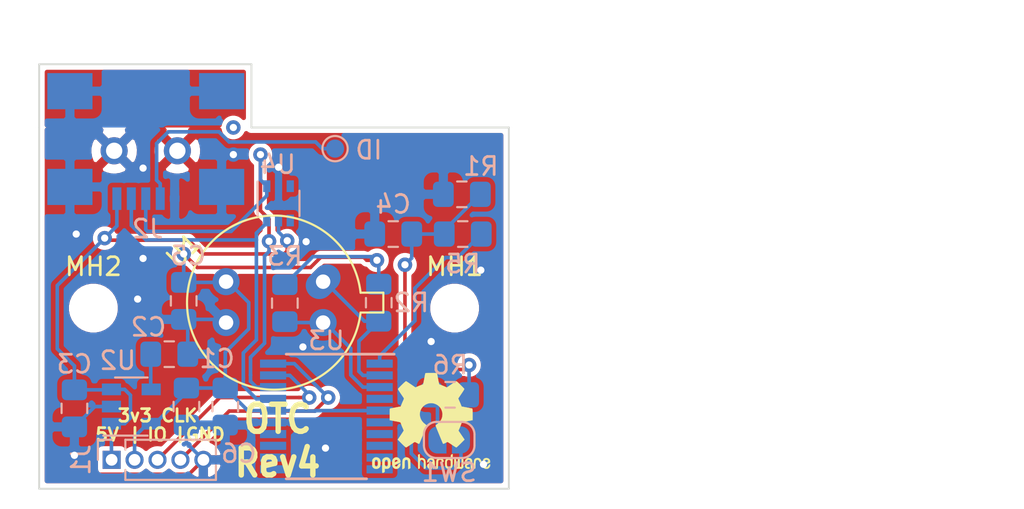
<source format=kicad_pcb>
(kicad_pcb (version 20171130) (host pcbnew "(5.1.4)-1")

  (general
    (thickness 0.8)
    (drawings 13)
    (tracks 206)
    (zones 0)
    (modules 22)
    (nets 15)
  )

  (page A4)
  (title_block
    (title "Open Thermal Camera")
    (rev 4-fix1)
  )

  (layers
    (0 F.Cu signal)
    (31 B.Cu signal)
    (32 B.Adhes user)
    (33 F.Adhes user)
    (34 B.Paste user)
    (35 F.Paste user)
    (36 B.SilkS user)
    (37 F.SilkS user)
    (38 B.Mask user)
    (39 F.Mask user)
    (40 Dwgs.User user)
    (41 Cmts.User user)
    (42 Eco1.User user)
    (43 Eco2.User user)
    (44 Edge.Cuts user)
    (45 Margin user)
    (46 B.CrtYd user)
    (47 F.CrtYd user)
    (48 B.Fab user)
    (49 F.Fab user)
  )

  (setup
    (last_trace_width 0.2)
    (trace_clearance 0.2)
    (zone_clearance 0.254)
    (zone_45_only no)
    (trace_min 0.2)
    (via_size 0.8)
    (via_drill 0.4)
    (via_min_size 0.4)
    (via_min_drill 0.3)
    (uvia_size 0.3)
    (uvia_drill 0.1)
    (uvias_allowed no)
    (uvia_min_size 0.2)
    (uvia_min_drill 0.1)
    (edge_width 0.1)
    (segment_width 0.2)
    (pcb_text_width 0.3)
    (pcb_text_size 1.5 1.5)
    (mod_edge_width 0.15)
    (mod_text_size 1 1)
    (mod_text_width 0.15)
    (pad_size 1.5 1.5)
    (pad_drill 0.8)
    (pad_to_mask_clearance 0.05)
    (aux_axis_origin 0 0)
    (visible_elements 7FFFFFFF)
    (pcbplotparams
      (layerselection 0x010f0_ffffffff)
      (usegerberextensions false)
      (usegerberattributes false)
      (usegerberadvancedattributes false)
      (creategerberjobfile false)
      (excludeedgelayer true)
      (linewidth 0.100000)
      (plotframeref false)
      (viasonmask false)
      (mode 1)
      (useauxorigin false)
      (hpglpennumber 1)
      (hpglpenspeed 20)
      (hpglpendiameter 15.000000)
      (psnegative false)
      (psa4output false)
      (plotreference true)
      (plotvalue true)
      (plotinvisibletext false)
      (padsonsilk false)
      (subtractmaskfromsilk false)
      (outputformat 1)
      (mirror false)
      (drillshape 0)
      (scaleselection 1)
      (outputdirectory "gerber/"))
  )

  (net 0 "")
  (net 1 /I2C_SCL)
  (net 2 GND)
  (net 3 +3V3)
  (net 4 /I2C_SDA)
  (net 5 /BOOT0)
  (net 6 "Net-(C2-Pad1)")
  (net 7 +5V)
  (net 8 /SWDIO)
  (net 9 /SWDCLK)
  (net 10 /USB_P)
  (net 11 /USB_N)
  (net 12 "Net-(C4-Pad1)")
  (net 13 "Net-(R6-Pad2)")
  (net 14 "Net-(J2-Pad4)")

  (net_class Default "This is the default net class."
    (clearance 0.2)
    (trace_width 0.2)
    (via_dia 0.8)
    (via_drill 0.4)
    (uvia_dia 0.3)
    (uvia_drill 0.1)
    (add_net +3V3)
    (add_net +5V)
    (add_net /BOOT0)
    (add_net /I2C_SCL)
    (add_net /I2C_SDA)
    (add_net /SWDCLK)
    (add_net /SWDIO)
    (add_net /USB_N)
    (add_net /USB_P)
    (add_net GND)
    (add_net "Net-(C2-Pad1)")
    (add_net "Net-(C4-Pad1)")
    (add_net "Net-(J2-Pad4)")
    (add_net "Net-(R6-Pad2)")
  )

  (module digikey-footprints:USB_Mini_B_Female_UX60-MB-5ST (layer B.Cu) (tedit 5D28AE0E) (tstamp 5DB40E0F)
    (at 32.9 28.29)
    (path /5DB3D2E8)
    (attr smd)
    (fp_text reference J2 (at 0.1 4.325) (layer B.SilkS)
      (effects (font (size 1 1) (thickness 0.15)) (justify mirror))
    )
    (fp_text value UX60-MB-5ST (at 0.1 -7.5) (layer B.Fab)
      (effects (font (size 1 1) (thickness 0.15)) (justify mirror))
    )
    (fp_line (start -3.85 -6.4) (end 3.85 -6.4) (layer B.Fab) (width 0.1))
    (fp_line (start 3.85 2) (end 3.85 -6.4) (layer B.Fab) (width 0.1))
    (fp_line (start -3.85 2) (end -3.85 -6.4) (layer B.Fab) (width 0.1))
    (fp_line (start 3.85 2) (end -3.85 2) (layer B.Fab) (width 0.1))
    (fp_line (start -5.7 3.55) (end 5.7 3.55) (layer B.CrtYd) (width 0.05))
    (fp_line (start 5.7 3.55) (end 5.7 -6.7) (layer B.CrtYd) (width 0.05))
    (fp_line (start -5.7 3.55) (end -5.7 -6.7) (layer B.CrtYd) (width 0.05))
    (fp_line (start -5.7 -6.7) (end 5.7 -6.7) (layer B.CrtYd) (width 0.05))
    (fp_text user %R (at -0.075 -3.225) (layer B.Fab)
      (effects (font (size 1 1) (thickness 0.15)) (justify mirror))
    )
    (pad SH smd rect (at 4.2 -3.3) (size 2.5 2) (layers B.Cu B.Paste B.Mask)
      (net 2 GND))
    (pad SH smd rect (at -4.2 -3.3) (size 2.5 2) (layers B.Cu B.Paste B.Mask)
      (net 2 GND))
    (pad SH smd rect (at 4.2 2) (size 2.5 2) (layers B.Cu B.Paste B.Mask)
      (net 2 GND))
    (pad SH smd rect (at -4.2 2) (size 2.5 2) (layers B.Cu B.Paste B.Mask)
      (net 2 GND))
    (pad 5 smd rect (at 1.6 2.65) (size 0.5 1.25) (layers B.Cu B.Paste B.Mask)
      (net 2 GND))
    (pad 4 smd rect (at 0.8 2.65) (size 0.5 1.25) (layers B.Cu B.Paste B.Mask)
      (net 14 "Net-(J2-Pad4)"))
    (pad 3 smd rect (at 0 2.65) (size 0.5 1.25) (layers B.Cu B.Paste B.Mask)
      (net 10 /USB_P))
    (pad 2 smd rect (at -0.8 2.65) (size 0.5 1.25) (layers B.Cu B.Paste B.Mask)
      (net 11 /USB_N))
    (pad 1 smd rect (at -1.6 2.65) (size 0.5 1.25) (layers B.Cu B.Paste B.Mask)
      (net 7 +5V))
    (pad SH thru_hole circle (at 1.75 0) (size 1.5 1.5) (drill 0.9) (layers *.Cu *.Mask)
      (net 2 GND))
    (pad SH thru_hole circle (at -1.75 0) (size 1.5 1.5) (drill 0.9) (layers *.Cu *.Mask)
      (net 2 GND))
  )

  (module TestPoint:TestPoint_Pad_D1.0mm (layer B.Cu) (tedit 5A0F774F) (tstamp 5DB40EF5)
    (at 43.38 28.17 180)
    (descr "SMD pad as test Point, diameter 1.0mm")
    (tags "test point SMD pad")
    (path /5DB55384)
    (attr virtual)
    (fp_text reference ID (at -1.87 -0.08) (layer B.SilkS)
      (effects (font (size 1 1) (thickness 0.15)) (justify mirror))
    )
    (fp_text value TestPoint (at 0 -1.55) (layer B.Fab)
      (effects (font (size 1 1) (thickness 0.15)) (justify mirror))
    )
    (fp_circle (center 0 0) (end 0 -0.7) (layer B.SilkS) (width 0.12))
    (fp_circle (center 0 0) (end 1 0) (layer B.CrtYd) (width 0.05))
    (fp_text user %R (at 0 1.45) (layer B.Fab)
      (effects (font (size 1 1) (thickness 0.15)) (justify mirror))
    )
    (pad 1 smd circle (at 0 0 180) (size 1 1) (layers B.Cu B.Mask)
      (net 14 "Net-(J2-Pad4)"))
  )

  (module Symbol:OSHW-Logo2_7.3x6mm_SilkScreen (layer F.Cu) (tedit 0) (tstamp 5C1CD95C)
    (at 48.7 43.35)
    (descr "Open Source Hardware Symbol")
    (tags "Logo Symbol OSHW")
    (path /5C046353)
    (attr virtual)
    (fp_text reference G1 (at 0 0) (layer F.SilkS) hide
      (effects (font (size 1 1) (thickness 0.15)))
    )
    (fp_text value Logo_Open_Hardware_Small (at 0.75 0) (layer F.Fab) hide
      (effects (font (size 1 1) (thickness 0.15)))
    )
    (fp_poly (pts (xy 0.10391 -2.757652) (xy 0.182454 -2.757222) (xy 0.239298 -2.756058) (xy 0.278105 -2.753793)
      (xy 0.302538 -2.75006) (xy 0.316262 -2.744494) (xy 0.32294 -2.736727) (xy 0.326236 -2.726395)
      (xy 0.326556 -2.725057) (xy 0.331562 -2.700921) (xy 0.340829 -2.653299) (xy 0.353392 -2.587259)
      (xy 0.368287 -2.507872) (xy 0.384551 -2.420204) (xy 0.385119 -2.417125) (xy 0.40141 -2.331211)
      (xy 0.416652 -2.255304) (xy 0.429861 -2.193955) (xy 0.440054 -2.151718) (xy 0.446248 -2.133145)
      (xy 0.446543 -2.132816) (xy 0.464788 -2.123747) (xy 0.502405 -2.108633) (xy 0.551271 -2.090738)
      (xy 0.551543 -2.090642) (xy 0.613093 -2.067507) (xy 0.685657 -2.038035) (xy 0.754057 -2.008403)
      (xy 0.757294 -2.006938) (xy 0.868702 -1.956374) (xy 1.115399 -2.12484) (xy 1.191077 -2.176197)
      (xy 1.259631 -2.222111) (xy 1.317088 -2.25997) (xy 1.359476 -2.287163) (xy 1.382825 -2.301079)
      (xy 1.385042 -2.302111) (xy 1.40201 -2.297516) (xy 1.433701 -2.275345) (xy 1.481352 -2.234553)
      (xy 1.546198 -2.174095) (xy 1.612397 -2.109773) (xy 1.676214 -2.046388) (xy 1.733329 -1.988549)
      (xy 1.780305 -1.939825) (xy 1.813703 -1.90379) (xy 1.830085 -1.884016) (xy 1.830694 -1.882998)
      (xy 1.832505 -1.869428) (xy 1.825683 -1.847267) (xy 1.80854 -1.813522) (xy 1.779393 -1.7652)
      (xy 1.736555 -1.699308) (xy 1.679448 -1.614483) (xy 1.628766 -1.539823) (xy 1.583461 -1.47286)
      (xy 1.54615 -1.417484) (xy 1.519452 -1.37758) (xy 1.505985 -1.357038) (xy 1.505137 -1.355644)
      (xy 1.506781 -1.335962) (xy 1.519245 -1.297707) (xy 1.540048 -1.248111) (xy 1.547462 -1.232272)
      (xy 1.579814 -1.16171) (xy 1.614328 -1.081647) (xy 1.642365 -1.012371) (xy 1.662568 -0.960955)
      (xy 1.678615 -0.921881) (xy 1.687888 -0.901459) (xy 1.689041 -0.899886) (xy 1.706096 -0.897279)
      (xy 1.746298 -0.890137) (xy 1.804302 -0.879477) (xy 1.874763 -0.866315) (xy 1.952335 -0.851667)
      (xy 2.031672 -0.836551) (xy 2.107431 -0.821982) (xy 2.174264 -0.808978) (xy 2.226828 -0.798555)
      (xy 2.259776 -0.79173) (xy 2.267857 -0.789801) (xy 2.276205 -0.785038) (xy 2.282506 -0.774282)
      (xy 2.287045 -0.753902) (xy 2.290104 -0.720266) (xy 2.291967 -0.669745) (xy 2.292918 -0.598708)
      (xy 2.29324 -0.503524) (xy 2.293257 -0.464508) (xy 2.293257 -0.147201) (xy 2.217057 -0.132161)
      (xy 2.174663 -0.124005) (xy 2.1114 -0.112101) (xy 2.034962 -0.097884) (xy 1.953043 -0.08279)
      (xy 1.9304 -0.078645) (xy 1.854806 -0.063947) (xy 1.788953 -0.049495) (xy 1.738366 -0.036625)
      (xy 1.708574 -0.026678) (xy 1.703612 -0.023713) (xy 1.691426 -0.002717) (xy 1.673953 0.037967)
      (xy 1.654577 0.090322) (xy 1.650734 0.1016) (xy 1.625339 0.171523) (xy 1.593817 0.250418)
      (xy 1.562969 0.321266) (xy 1.562817 0.321595) (xy 1.511447 0.432733) (xy 1.680399 0.681253)
      (xy 1.849352 0.929772) (xy 1.632429 1.147058) (xy 1.566819 1.211726) (xy 1.506979 1.268733)
      (xy 1.456267 1.315033) (xy 1.418046 1.347584) (xy 1.395675 1.363343) (xy 1.392466 1.364343)
      (xy 1.373626 1.356469) (xy 1.33518 1.334578) (xy 1.28133 1.301267) (xy 1.216276 1.259131)
      (xy 1.14594 1.211943) (xy 1.074555 1.16381) (xy 1.010908 1.121928) (xy 0.959041 1.088871)
      (xy 0.922995 1.067218) (xy 0.906867 1.059543) (xy 0.887189 1.066037) (xy 0.849875 1.08315)
      (xy 0.802621 1.107326) (xy 0.797612 1.110013) (xy 0.733977 1.141927) (xy 0.690341 1.157579)
      (xy 0.663202 1.157745) (xy 0.649057 1.143204) (xy 0.648975 1.143) (xy 0.641905 1.125779)
      (xy 0.625042 1.084899) (xy 0.599695 1.023525) (xy 0.567171 0.944819) (xy 0.528778 0.851947)
      (xy 0.485822 0.748072) (xy 0.444222 0.647502) (xy 0.398504 0.536516) (xy 0.356526 0.433703)
      (xy 0.319548 0.342215) (xy 0.288827 0.265201) (xy 0.265622 0.205815) (xy 0.25119 0.167209)
      (xy 0.246743 0.1528) (xy 0.257896 0.136272) (xy 0.287069 0.10993) (xy 0.325971 0.080887)
      (xy 0.436757 -0.010961) (xy 0.523351 -0.116241) (xy 0.584716 -0.232734) (xy 0.619815 -0.358224)
      (xy 0.627608 -0.490493) (xy 0.621943 -0.551543) (xy 0.591078 -0.678205) (xy 0.53792 -0.790059)
      (xy 0.465767 -0.885999) (xy 0.377917 -0.964924) (xy 0.277665 -1.02573) (xy 0.16831 -1.067313)
      (xy 0.053147 -1.088572) (xy -0.064525 -1.088401) (xy -0.18141 -1.065699) (xy -0.294211 -1.019362)
      (xy -0.399631 -0.948287) (xy -0.443632 -0.908089) (xy -0.528021 -0.804871) (xy -0.586778 -0.692075)
      (xy -0.620296 -0.57299) (xy -0.628965 -0.450905) (xy -0.613177 -0.329107) (xy -0.573322 -0.210884)
      (xy -0.509793 -0.099525) (xy -0.422979 0.001684) (xy -0.325971 0.080887) (xy -0.285563 0.111162)
      (xy -0.257018 0.137219) (xy -0.246743 0.152825) (xy -0.252123 0.169843) (xy -0.267425 0.2105)
      (xy -0.291388 0.271642) (xy -0.322756 0.350119) (xy -0.360268 0.44278) (xy -0.402667 0.546472)
      (xy -0.444337 0.647526) (xy -0.49031 0.758607) (xy -0.532893 0.861541) (xy -0.570779 0.953165)
      (xy -0.60266 1.030316) (xy -0.627229 1.089831) (xy -0.64318 1.128544) (xy -0.64909 1.143)
      (xy -0.663052 1.157685) (xy -0.69006 1.157642) (xy -0.733587 1.142099) (xy -0.79711 1.110284)
      (xy -0.797612 1.110013) (xy -0.84544 1.085323) (xy -0.884103 1.067338) (xy -0.905905 1.059614)
      (xy -0.906867 1.059543) (xy -0.923279 1.067378) (xy -0.959513 1.089165) (xy -1.011526 1.122328)
      (xy -1.075275 1.164291) (xy -1.14594 1.211943) (xy -1.217884 1.260191) (xy -1.282726 1.302151)
      (xy -1.336265 1.335227) (xy -1.374303 1.356821) (xy -1.392467 1.364343) (xy -1.409192 1.354457)
      (xy -1.44282 1.326826) (xy -1.48999 1.284495) (xy -1.547342 1.230505) (xy -1.611516 1.167899)
      (xy -1.632503 1.146983) (xy -1.849501 0.929623) (xy -1.684332 0.68722) (xy -1.634136 0.612781)
      (xy -1.590081 0.545972) (xy -1.554638 0.490665) (xy -1.530281 0.450729) (xy -1.519478 0.430036)
      (xy -1.519162 0.428563) (xy -1.524857 0.409058) (xy -1.540174 0.369822) (xy -1.562463 0.31743)
      (xy -1.578107 0.282355) (xy -1.607359 0.215201) (xy -1.634906 0.147358) (xy -1.656263 0.090034)
      (xy -1.662065 0.072572) (xy -1.678548 0.025938) (xy -1.69466 -0.010095) (xy -1.70351 -0.023713)
      (xy -1.72304 -0.032048) (xy -1.765666 -0.043863) (xy -1.825855 -0.057819) (xy -1.898078 -0.072578)
      (xy -1.9304 -0.078645) (xy -2.012478 -0.093727) (xy -2.091205 -0.108331) (xy -2.158891 -0.12102)
      (xy -2.20784 -0.130358) (xy -2.217057 -0.132161) (xy -2.293257 -0.147201) (xy -2.293257 -0.464508)
      (xy -2.293086 -0.568846) (xy -2.292384 -0.647787) (xy -2.290866 -0.704962) (xy -2.288251 -0.744001)
      (xy -2.284254 -0.768535) (xy -2.278591 -0.782195) (xy -2.27098 -0.788611) (xy -2.267857 -0.789801)
      (xy -2.249022 -0.79402) (xy -2.207412 -0.802438) (xy -2.14837 -0.814039) (xy -2.077243 -0.827805)
      (xy -1.999375 -0.84272) (xy -1.920113 -0.857768) (xy -1.844802 -0.871931) (xy -1.778787 -0.884194)
      (xy -1.727413 -0.893539) (xy -1.696025 -0.89895) (xy -1.689041 -0.899886) (xy -1.682715 -0.912404)
      (xy -1.66871 -0.945754) (xy -1.649645 -0.993623) (xy -1.642366 -1.012371) (xy -1.613004 -1.084805)
      (xy -1.578429 -1.16483) (xy -1.547463 -1.232272) (xy -1.524677 -1.283841) (xy -1.509518 -1.326215)
      (xy -1.504458 -1.352166) (xy -1.505264 -1.355644) (xy -1.515959 -1.372064) (xy -1.54038 -1.408583)
      (xy -1.575905 -1.461313) (xy -1.619913 -1.526365) (xy -1.669783 -1.599849) (xy -1.679644 -1.614355)
      (xy -1.737508 -1.700296) (xy -1.780044 -1.765739) (xy -1.808946 -1.813696) (xy -1.82591 -1.84718)
      (xy -1.832633 -1.869205) (xy -1.83081 -1.882783) (xy -1.830764 -1.882869) (xy -1.816414 -1.900703)
      (xy -1.784677 -1.935183) (xy -1.73899 -1.982732) (xy -1.682796 -2.039778) (xy -1.619532 -2.102745)
      (xy -1.612398 -2.109773) (xy -1.53267 -2.18698) (xy -1.471143 -2.24367) (xy -1.426579 -2.28089)
      (xy -1.397743 -2.299685) (xy -1.385042 -2.302111) (xy -1.366506 -2.291529) (xy -1.328039 -2.267084)
      (xy -1.273614 -2.231388) (xy -1.207202 -2.187053) (xy -1.132775 -2.136689) (xy -1.115399 -2.12484)
      (xy -0.868703 -1.956374) (xy -0.757294 -2.006938) (xy -0.689543 -2.036405) (xy -0.616817 -2.066041)
      (xy -0.554297 -2.08967) (xy -0.551543 -2.090642) (xy -0.50264 -2.108543) (xy -0.464943 -2.12368)
      (xy -0.446575 -2.13279) (xy -0.446544 -2.132816) (xy -0.440715 -2.149283) (xy -0.430808 -2.189781)
      (xy -0.417805 -2.249758) (xy -0.402691 -2.32466) (xy -0.386448 -2.409936) (xy -0.385119 -2.417125)
      (xy -0.368825 -2.504986) (xy -0.353867 -2.58474) (xy -0.341209 -2.651319) (xy -0.331814 -2.699653)
      (xy -0.326646 -2.724675) (xy -0.326556 -2.725057) (xy -0.323411 -2.735701) (xy -0.317296 -2.743738)
      (xy -0.304547 -2.749533) (xy -0.2815 -2.753453) (xy -0.244491 -2.755865) (xy -0.189856 -2.757135)
      (xy -0.113933 -2.757629) (xy -0.013056 -2.757714) (xy 0 -2.757714) (xy 0.10391 -2.757652)) (layer F.SilkS) (width 0.01))
    (fp_poly (pts (xy 3.153595 1.966966) (xy 3.211021 2.004497) (xy 3.238719 2.038096) (xy 3.260662 2.099064)
      (xy 3.262405 2.147308) (xy 3.258457 2.211816) (xy 3.109686 2.276934) (xy 3.037349 2.310202)
      (xy 2.990084 2.336964) (xy 2.965507 2.360144) (xy 2.961237 2.382667) (xy 2.974889 2.407455)
      (xy 2.989943 2.423886) (xy 3.033746 2.450235) (xy 3.081389 2.452081) (xy 3.125145 2.431546)
      (xy 3.157289 2.390752) (xy 3.163038 2.376347) (xy 3.190576 2.331356) (xy 3.222258 2.312182)
      (xy 3.265714 2.295779) (xy 3.265714 2.357966) (xy 3.261872 2.400283) (xy 3.246823 2.435969)
      (xy 3.21528 2.476943) (xy 3.210592 2.482267) (xy 3.175506 2.51872) (xy 3.145347 2.538283)
      (xy 3.107615 2.547283) (xy 3.076335 2.55023) (xy 3.020385 2.550965) (xy 2.980555 2.54166)
      (xy 2.955708 2.527846) (xy 2.916656 2.497467) (xy 2.889625 2.464613) (xy 2.872517 2.423294)
      (xy 2.863238 2.367521) (xy 2.859693 2.291305) (xy 2.85941 2.252622) (xy 2.860372 2.206247)
      (xy 2.948007 2.206247) (xy 2.949023 2.231126) (xy 2.951556 2.2352) (xy 2.968274 2.229665)
      (xy 3.004249 2.215017) (xy 3.052331 2.19419) (xy 3.062386 2.189714) (xy 3.123152 2.158814)
      (xy 3.156632 2.131657) (xy 3.16399 2.10622) (xy 3.146391 2.080481) (xy 3.131856 2.069109)
      (xy 3.07941 2.046364) (xy 3.030322 2.050122) (xy 2.989227 2.077884) (xy 2.960758 2.127152)
      (xy 2.951631 2.166257) (xy 2.948007 2.206247) (xy 2.860372 2.206247) (xy 2.861285 2.162249)
      (xy 2.868196 2.095384) (xy 2.881884 2.046695) (xy 2.904096 2.010849) (xy 2.936574 1.982513)
      (xy 2.950733 1.973355) (xy 3.015053 1.949507) (xy 3.085473 1.948006) (xy 3.153595 1.966966)) (layer F.SilkS) (width 0.01))
    (fp_poly (pts (xy 2.6526 1.958752) (xy 2.669948 1.966334) (xy 2.711356 1.999128) (xy 2.746765 2.046547)
      (xy 2.768664 2.097151) (xy 2.772229 2.122098) (xy 2.760279 2.156927) (xy 2.734067 2.175357)
      (xy 2.705964 2.186516) (xy 2.693095 2.188572) (xy 2.686829 2.173649) (xy 2.674456 2.141175)
      (xy 2.669028 2.126502) (xy 2.63859 2.075744) (xy 2.59452 2.050427) (xy 2.53801 2.051206)
      (xy 2.533825 2.052203) (xy 2.503655 2.066507) (xy 2.481476 2.094393) (xy 2.466327 2.139287)
      (xy 2.45725 2.204615) (xy 2.453286 2.293804) (xy 2.452914 2.341261) (xy 2.45273 2.416071)
      (xy 2.451522 2.467069) (xy 2.448309 2.499471) (xy 2.442109 2.518495) (xy 2.43194 2.529356)
      (xy 2.416819 2.537272) (xy 2.415946 2.53767) (xy 2.386828 2.549981) (xy 2.372403 2.554514)
      (xy 2.370186 2.540809) (xy 2.368289 2.502925) (xy 2.366847 2.445715) (xy 2.365998 2.374027)
      (xy 2.365829 2.321565) (xy 2.366692 2.220047) (xy 2.37007 2.143032) (xy 2.377142 2.086023)
      (xy 2.389088 2.044526) (xy 2.40709 2.014043) (xy 2.432327 1.99008) (xy 2.457247 1.973355)
      (xy 2.517171 1.951097) (xy 2.586911 1.946076) (xy 2.6526 1.958752)) (layer F.SilkS) (width 0.01))
    (fp_poly (pts (xy 2.144876 1.956335) (xy 2.186667 1.975344) (xy 2.219469 1.998378) (xy 2.243503 2.024133)
      (xy 2.260097 2.057358) (xy 2.270577 2.1028) (xy 2.276271 2.165207) (xy 2.278507 2.249327)
      (xy 2.278743 2.304721) (xy 2.278743 2.520826) (xy 2.241774 2.53767) (xy 2.212656 2.549981)
      (xy 2.198231 2.554514) (xy 2.195472 2.541025) (xy 2.193282 2.504653) (xy 2.191942 2.451542)
      (xy 2.191657 2.409372) (xy 2.190434 2.348447) (xy 2.187136 2.300115) (xy 2.182321 2.270518)
      (xy 2.178496 2.264229) (xy 2.152783 2.270652) (xy 2.112418 2.287125) (xy 2.065679 2.309458)
      (xy 2.020845 2.333457) (xy 1.986193 2.35493) (xy 1.970002 2.369685) (xy 1.969938 2.369845)
      (xy 1.97133 2.397152) (xy 1.983818 2.423219) (xy 2.005743 2.444392) (xy 2.037743 2.451474)
      (xy 2.065092 2.450649) (xy 2.103826 2.450042) (xy 2.124158 2.459116) (xy 2.136369 2.483092)
      (xy 2.137909 2.487613) (xy 2.143203 2.521806) (xy 2.129047 2.542568) (xy 2.092148 2.552462)
      (xy 2.052289 2.554292) (xy 1.980562 2.540727) (xy 1.943432 2.521355) (xy 1.897576 2.475845)
      (xy 1.873256 2.419983) (xy 1.871073 2.360957) (xy 1.891629 2.305953) (xy 1.922549 2.271486)
      (xy 1.95342 2.252189) (xy 2.001942 2.227759) (xy 2.058485 2.202985) (xy 2.06791 2.199199)
      (xy 2.130019 2.171791) (xy 2.165822 2.147634) (xy 2.177337 2.123619) (xy 2.16658 2.096635)
      (xy 2.148114 2.075543) (xy 2.104469 2.049572) (xy 2.056446 2.047624) (xy 2.012406 2.067637)
      (xy 1.980709 2.107551) (xy 1.976549 2.117848) (xy 1.952327 2.155724) (xy 1.916965 2.183842)
      (xy 1.872343 2.206917) (xy 1.872343 2.141485) (xy 1.874969 2.101506) (xy 1.88623 2.069997)
      (xy 1.911199 2.036378) (xy 1.935169 2.010484) (xy 1.972441 1.973817) (xy 2.001401 1.954121)
      (xy 2.032505 1.94622) (xy 2.067713 1.944914) (xy 2.144876 1.956335)) (layer F.SilkS) (width 0.01))
    (fp_poly (pts (xy 1.779833 1.958663) (xy 1.782048 1.99685) (xy 1.783784 2.054886) (xy 1.784899 2.12818)
      (xy 1.785257 2.205055) (xy 1.785257 2.465196) (xy 1.739326 2.511127) (xy 1.707675 2.539429)
      (xy 1.67989 2.550893) (xy 1.641915 2.550168) (xy 1.62684 2.548321) (xy 1.579726 2.542948)
      (xy 1.540756 2.539869) (xy 1.531257 2.539585) (xy 1.499233 2.541445) (xy 1.453432 2.546114)
      (xy 1.435674 2.548321) (xy 1.392057 2.551735) (xy 1.362745 2.54432) (xy 1.33368 2.521427)
      (xy 1.323188 2.511127) (xy 1.277257 2.465196) (xy 1.277257 1.978602) (xy 1.314226 1.961758)
      (xy 1.346059 1.949282) (xy 1.364683 1.944914) (xy 1.369458 1.958718) (xy 1.373921 1.997286)
      (xy 1.377775 2.056356) (xy 1.380722 2.131663) (xy 1.382143 2.195286) (xy 1.386114 2.445657)
      (xy 1.420759 2.450556) (xy 1.452268 2.447131) (xy 1.467708 2.436041) (xy 1.472023 2.415308)
      (xy 1.475708 2.371145) (xy 1.478469 2.309146) (xy 1.480012 2.234909) (xy 1.480235 2.196706)
      (xy 1.480457 1.976783) (xy 1.526166 1.960849) (xy 1.558518 1.950015) (xy 1.576115 1.944962)
      (xy 1.576623 1.944914) (xy 1.578388 1.958648) (xy 1.580329 1.99673) (xy 1.582282 2.054482)
      (xy 1.584084 2.127227) (xy 1.585343 2.195286) (xy 1.589314 2.445657) (xy 1.6764 2.445657)
      (xy 1.680396 2.21724) (xy 1.684392 1.988822) (xy 1.726847 1.966868) (xy 1.758192 1.951793)
      (xy 1.776744 1.944951) (xy 1.777279 1.944914) (xy 1.779833 1.958663)) (layer F.SilkS) (width 0.01))
    (fp_poly (pts (xy 1.190117 2.065358) (xy 1.189933 2.173837) (xy 1.189219 2.257287) (xy 1.187675 2.319704)
      (xy 1.185001 2.365085) (xy 1.180894 2.397429) (xy 1.175055 2.420733) (xy 1.167182 2.438995)
      (xy 1.161221 2.449418) (xy 1.111855 2.505945) (xy 1.049264 2.541377) (xy 0.980013 2.55409)
      (xy 0.910668 2.542463) (xy 0.869375 2.521568) (xy 0.826025 2.485422) (xy 0.796481 2.441276)
      (xy 0.778655 2.383462) (xy 0.770463 2.306313) (xy 0.769302 2.249714) (xy 0.769458 2.245647)
      (xy 0.870857 2.245647) (xy 0.871476 2.31055) (xy 0.874314 2.353514) (xy 0.88084 2.381622)
      (xy 0.892523 2.401953) (xy 0.906483 2.417288) (xy 0.953365 2.44689) (xy 1.003701 2.449419)
      (xy 1.051276 2.424705) (xy 1.054979 2.421356) (xy 1.070783 2.403935) (xy 1.080693 2.383209)
      (xy 1.086058 2.352362) (xy 1.088228 2.304577) (xy 1.088571 2.251748) (xy 1.087827 2.185381)
      (xy 1.084748 2.141106) (xy 1.078061 2.112009) (xy 1.066496 2.091173) (xy 1.057013 2.080107)
      (xy 1.01296 2.052198) (xy 0.962224 2.048843) (xy 0.913796 2.070159) (xy 0.90445 2.078073)
      (xy 0.88854 2.095647) (xy 0.87861 2.116587) (xy 0.873278 2.147782) (xy 0.871163 2.196122)
      (xy 0.870857 2.245647) (xy 0.769458 2.245647) (xy 0.77281 2.158568) (xy 0.784726 2.090086)
      (xy 0.807135 2.0386) (xy 0.842124 1.998443) (xy 0.869375 1.977861) (xy 0.918907 1.955625)
      (xy 0.976316 1.945304) (xy 1.029682 1.948067) (xy 1.059543 1.959212) (xy 1.071261 1.962383)
      (xy 1.079037 1.950557) (xy 1.084465 1.918866) (xy 1.088571 1.870593) (xy 1.093067 1.816829)
      (xy 1.099313 1.784482) (xy 1.110676 1.765985) (xy 1.130528 1.75377) (xy 1.143 1.748362)
      (xy 1.190171 1.728601) (xy 1.190117 2.065358)) (layer F.SilkS) (width 0.01))
    (fp_poly (pts (xy 0.529926 1.949755) (xy 0.595858 1.974084) (xy 0.649273 2.017117) (xy 0.670164 2.047409)
      (xy 0.692939 2.102994) (xy 0.692466 2.143186) (xy 0.668562 2.170217) (xy 0.659717 2.174813)
      (xy 0.62153 2.189144) (xy 0.602028 2.185472) (xy 0.595422 2.161407) (xy 0.595086 2.148114)
      (xy 0.582992 2.09921) (xy 0.551471 2.064999) (xy 0.507659 2.048476) (xy 0.458695 2.052634)
      (xy 0.418894 2.074227) (xy 0.40545 2.086544) (xy 0.395921 2.101487) (xy 0.389485 2.124075)
      (xy 0.385317 2.159328) (xy 0.382597 2.212266) (xy 0.380502 2.287907) (xy 0.37996 2.311857)
      (xy 0.377981 2.39379) (xy 0.375731 2.451455) (xy 0.372357 2.489608) (xy 0.367006 2.513004)
      (xy 0.358824 2.526398) (xy 0.346959 2.534545) (xy 0.339362 2.538144) (xy 0.307102 2.550452)
      (xy 0.288111 2.554514) (xy 0.281836 2.540948) (xy 0.278006 2.499934) (xy 0.2766 2.430999)
      (xy 0.277598 2.333669) (xy 0.277908 2.318657) (xy 0.280101 2.229859) (xy 0.282693 2.165019)
      (xy 0.286382 2.119067) (xy 0.291864 2.086935) (xy 0.299835 2.063553) (xy 0.310993 2.043852)
      (xy 0.31683 2.03541) (xy 0.350296 1.998057) (xy 0.387727 1.969003) (xy 0.392309 1.966467)
      (xy 0.459426 1.946443) (xy 0.529926 1.949755)) (layer F.SilkS) (width 0.01))
    (fp_poly (pts (xy 0.039744 1.950968) (xy 0.096616 1.972087) (xy 0.097267 1.972493) (xy 0.13244 1.99838)
      (xy 0.158407 2.028633) (xy 0.17667 2.068058) (xy 0.188732 2.121462) (xy 0.196096 2.193651)
      (xy 0.200264 2.289432) (xy 0.200629 2.303078) (xy 0.205876 2.508842) (xy 0.161716 2.531678)
      (xy 0.129763 2.54711) (xy 0.11047 2.554423) (xy 0.109578 2.554514) (xy 0.106239 2.541022)
      (xy 0.103587 2.504626) (xy 0.101956 2.451452) (xy 0.1016 2.408393) (xy 0.101592 2.338641)
      (xy 0.098403 2.294837) (xy 0.087288 2.273944) (xy 0.063501 2.272925) (xy 0.022296 2.288741)
      (xy -0.039914 2.317815) (xy -0.085659 2.341963) (xy -0.109187 2.362913) (xy -0.116104 2.385747)
      (xy -0.116114 2.386877) (xy -0.104701 2.426212) (xy -0.070908 2.447462) (xy -0.019191 2.450539)
      (xy 0.018061 2.450006) (xy 0.037703 2.460735) (xy 0.049952 2.486505) (xy 0.057002 2.519337)
      (xy 0.046842 2.537966) (xy 0.043017 2.540632) (xy 0.007001 2.55134) (xy -0.043434 2.552856)
      (xy -0.095374 2.545759) (xy -0.132178 2.532788) (xy -0.183062 2.489585) (xy -0.211986 2.429446)
      (xy -0.217714 2.382462) (xy -0.213343 2.340082) (xy -0.197525 2.305488) (xy -0.166203 2.274763)
      (xy -0.115322 2.24399) (xy -0.040824 2.209252) (xy -0.036286 2.207288) (xy 0.030821 2.176287)
      (xy 0.072232 2.150862) (xy 0.089981 2.128014) (xy 0.086107 2.104745) (xy 0.062643 2.078056)
      (xy 0.055627 2.071914) (xy 0.00863 2.0481) (xy -0.040067 2.049103) (xy -0.082478 2.072451)
      (xy -0.110616 2.115675) (xy -0.113231 2.12416) (xy -0.138692 2.165308) (xy -0.170999 2.185128)
      (xy -0.217714 2.20477) (xy -0.217714 2.15395) (xy -0.203504 2.080082) (xy -0.161325 2.012327)
      (xy -0.139376 1.989661) (xy -0.089483 1.960569) (xy -0.026033 1.9474) (xy 0.039744 1.950968)) (layer F.SilkS) (width 0.01))
    (fp_poly (pts (xy -0.624114 1.851289) (xy -0.619861 1.910613) (xy -0.614975 1.945572) (xy -0.608205 1.96082)
      (xy -0.598298 1.961015) (xy -0.595086 1.959195) (xy -0.552356 1.946015) (xy -0.496773 1.946785)
      (xy -0.440263 1.960333) (xy -0.404918 1.977861) (xy -0.368679 2.005861) (xy -0.342187 2.037549)
      (xy -0.324001 2.077813) (xy -0.312678 2.131543) (xy -0.306778 2.203626) (xy -0.304857 2.298951)
      (xy -0.304823 2.317237) (xy -0.3048 2.522646) (xy -0.350509 2.53858) (xy -0.382973 2.54942)
      (xy -0.400785 2.554468) (xy -0.401309 2.554514) (xy -0.403063 2.540828) (xy -0.404556 2.503076)
      (xy -0.405674 2.446224) (xy -0.406303 2.375234) (xy -0.4064 2.332073) (xy -0.406602 2.246973)
      (xy -0.407642 2.185981) (xy -0.410169 2.144177) (xy -0.414836 2.116642) (xy -0.422293 2.098456)
      (xy -0.433189 2.084698) (xy -0.439993 2.078073) (xy -0.486728 2.051375) (xy -0.537728 2.049375)
      (xy -0.583999 2.071955) (xy -0.592556 2.080107) (xy -0.605107 2.095436) (xy -0.613812 2.113618)
      (xy -0.619369 2.139909) (xy -0.622474 2.179562) (xy -0.623824 2.237832) (xy -0.624114 2.318173)
      (xy -0.624114 2.522646) (xy -0.669823 2.53858) (xy -0.702287 2.54942) (xy -0.720099 2.554468)
      (xy -0.720623 2.554514) (xy -0.721963 2.540623) (xy -0.723172 2.501439) (xy -0.724199 2.4407)
      (xy -0.724998 2.362141) (xy -0.725519 2.269498) (xy -0.725714 2.166509) (xy -0.725714 1.769342)
      (xy -0.678543 1.749444) (xy -0.631371 1.729547) (xy -0.624114 1.851289)) (layer F.SilkS) (width 0.01))
    (fp_poly (pts (xy -1.831697 1.931239) (xy -1.774473 1.969735) (xy -1.730251 2.025335) (xy -1.703833 2.096086)
      (xy -1.69849 2.148162) (xy -1.699097 2.169893) (xy -1.704178 2.186531) (xy -1.718145 2.201437)
      (xy -1.745411 2.217973) (xy -1.790388 2.239498) (xy -1.857489 2.269374) (xy -1.857829 2.269524)
      (xy -1.919593 2.297813) (xy -1.970241 2.322933) (xy -2.004596 2.342179) (xy -2.017482 2.352848)
      (xy -2.017486 2.352934) (xy -2.006128 2.376166) (xy -1.979569 2.401774) (xy -1.949077 2.420221)
      (xy -1.93363 2.423886) (xy -1.891485 2.411212) (xy -1.855192 2.379471) (xy -1.837483 2.344572)
      (xy -1.820448 2.318845) (xy -1.787078 2.289546) (xy -1.747851 2.264235) (xy -1.713244 2.250471)
      (xy -1.706007 2.249714) (xy -1.697861 2.26216) (xy -1.69737 2.293972) (xy -1.703357 2.336866)
      (xy -1.714643 2.382558) (xy -1.73005 2.422761) (xy -1.730829 2.424322) (xy -1.777196 2.489062)
      (xy -1.837289 2.533097) (xy -1.905535 2.554711) (xy -1.976362 2.552185) (xy -2.044196 2.523804)
      (xy -2.047212 2.521808) (xy -2.100573 2.473448) (xy -2.13566 2.410352) (xy -2.155078 2.327387)
      (xy -2.157684 2.304078) (xy -2.162299 2.194055) (xy -2.156767 2.142748) (xy -2.017486 2.142748)
      (xy -2.015676 2.174753) (xy -2.005778 2.184093) (xy -1.981102 2.177105) (xy -1.942205 2.160587)
      (xy -1.898725 2.139881) (xy -1.897644 2.139333) (xy -1.860791 2.119949) (xy -1.846 2.107013)
      (xy -1.849647 2.093451) (xy -1.865005 2.075632) (xy -1.904077 2.049845) (xy -1.946154 2.04795)
      (xy -1.983897 2.066717) (xy -2.009966 2.102915) (xy -2.017486 2.142748) (xy -2.156767 2.142748)
      (xy -2.152806 2.106027) (xy -2.12845 2.036212) (xy -2.094544 1.987302) (xy -2.033347 1.937878)
      (xy -1.965937 1.913359) (xy -1.89712 1.911797) (xy -1.831697 1.931239)) (layer F.SilkS) (width 0.01))
    (fp_poly (pts (xy -2.958885 1.921962) (xy -2.890855 1.957733) (xy -2.840649 2.015301) (xy -2.822815 2.052312)
      (xy -2.808937 2.107882) (xy -2.801833 2.178096) (xy -2.80116 2.254727) (xy -2.806573 2.329552)
      (xy -2.81773 2.394342) (xy -2.834286 2.440873) (xy -2.839374 2.448887) (xy -2.899645 2.508707)
      (xy -2.971231 2.544535) (xy -3.048908 2.55502) (xy -3.127452 2.53881) (xy -3.149311 2.529092)
      (xy -3.191878 2.499143) (xy -3.229237 2.459433) (xy -3.232768 2.454397) (xy -3.247119 2.430124)
      (xy -3.256606 2.404178) (xy -3.26221 2.370022) (xy -3.264914 2.321119) (xy -3.265701 2.250935)
      (xy -3.265714 2.2352) (xy -3.265678 2.230192) (xy -3.120571 2.230192) (xy -3.119727 2.29643)
      (xy -3.116404 2.340386) (xy -3.109417 2.368779) (xy -3.097584 2.388325) (xy -3.091543 2.394857)
      (xy -3.056814 2.41968) (xy -3.023097 2.418548) (xy -2.989005 2.397016) (xy -2.968671 2.374029)
      (xy -2.956629 2.340478) (xy -2.949866 2.287569) (xy -2.949402 2.281399) (xy -2.948248 2.185513)
      (xy -2.960312 2.114299) (xy -2.98543 2.068194) (xy -3.02344 2.047635) (xy -3.037008 2.046514)
      (xy -3.072636 2.052152) (xy -3.097006 2.071686) (xy -3.111907 2.109042) (xy -3.119125 2.16815)
      (xy -3.120571 2.230192) (xy -3.265678 2.230192) (xy -3.265174 2.160413) (xy -3.262904 2.108159)
      (xy -3.257932 2.071949) (xy -3.249287 2.045299) (xy -3.235995 2.021722) (xy -3.233057 2.017338)
      (xy -3.183687 1.958249) (xy -3.129891 1.923947) (xy -3.064398 1.910331) (xy -3.042158 1.909665)
      (xy -2.958885 1.921962)) (layer F.SilkS) (width 0.01))
    (fp_poly (pts (xy -1.283907 1.92778) (xy -1.237328 1.954723) (xy -1.204943 1.981466) (xy -1.181258 2.009484)
      (xy -1.164941 2.043748) (xy -1.154661 2.089227) (xy -1.149086 2.150892) (xy -1.146884 2.233711)
      (xy -1.146629 2.293246) (xy -1.146629 2.512391) (xy -1.208314 2.540044) (xy -1.27 2.567697)
      (xy -1.277257 2.32767) (xy -1.280256 2.238028) (xy -1.283402 2.172962) (xy -1.287299 2.128026)
      (xy -1.292553 2.09877) (xy -1.299769 2.080748) (xy -1.30955 2.069511) (xy -1.312688 2.067079)
      (xy -1.360239 2.048083) (xy -1.408303 2.0556) (xy -1.436914 2.075543) (xy -1.448553 2.089675)
      (xy -1.456609 2.10822) (xy -1.461729 2.136334) (xy -1.464559 2.179173) (xy -1.465744 2.241895)
      (xy -1.465943 2.307261) (xy -1.465982 2.389268) (xy -1.467386 2.447316) (xy -1.472086 2.486465)
      (xy -1.482013 2.51178) (xy -1.499097 2.528323) (xy -1.525268 2.541156) (xy -1.560225 2.554491)
      (xy -1.598404 2.569007) (xy -1.593859 2.311389) (xy -1.592029 2.218519) (xy -1.589888 2.149889)
      (xy -1.586819 2.100711) (xy -1.582206 2.066198) (xy -1.575432 2.041562) (xy -1.565881 2.022016)
      (xy -1.554366 2.00477) (xy -1.49881 1.94968) (xy -1.43102 1.917822) (xy -1.357287 1.910191)
      (xy -1.283907 1.92778)) (layer F.SilkS) (width 0.01))
    (fp_poly (pts (xy -2.400256 1.919918) (xy -2.344799 1.947568) (xy -2.295852 1.99848) (xy -2.282371 2.017338)
      (xy -2.267686 2.042015) (xy -2.258158 2.068816) (xy -2.252707 2.104587) (xy -2.250253 2.156169)
      (xy -2.249714 2.224267) (xy -2.252148 2.317588) (xy -2.260606 2.387657) (xy -2.276826 2.439931)
      (xy -2.302546 2.479869) (xy -2.339503 2.512929) (xy -2.342218 2.514886) (xy -2.37864 2.534908)
      (xy -2.422498 2.544815) (xy -2.478276 2.547257) (xy -2.568952 2.547257) (xy -2.56899 2.635283)
      (xy -2.569834 2.684308) (xy -2.574976 2.713065) (xy -2.588413 2.730311) (xy -2.614142 2.744808)
      (xy -2.620321 2.747769) (xy -2.649236 2.761648) (xy -2.671624 2.770414) (xy -2.688271 2.771171)
      (xy -2.699964 2.761023) (xy -2.70749 2.737073) (xy -2.711634 2.696426) (xy -2.713185 2.636186)
      (xy -2.712929 2.553455) (xy -2.711651 2.445339) (xy -2.711252 2.413) (xy -2.709815 2.301524)
      (xy -2.708528 2.228603) (xy -2.569029 2.228603) (xy -2.568245 2.290499) (xy -2.56476 2.330997)
      (xy -2.556876 2.357708) (xy -2.542895 2.378244) (xy -2.533403 2.38826) (xy -2.494596 2.417567)
      (xy -2.460237 2.419952) (xy -2.424784 2.39575) (xy -2.423886 2.394857) (xy -2.409461 2.376153)
      (xy -2.400687 2.350732) (xy -2.396261 2.311584) (xy -2.394882 2.251697) (xy -2.394857 2.23843)
      (xy -2.398188 2.155901) (xy -2.409031 2.098691) (xy -2.42866 2.063766) (xy -2.45835 2.048094)
      (xy -2.475509 2.046514) (xy -2.516234 2.053926) (xy -2.544168 2.07833) (xy -2.560983 2.12298)
      (xy -2.56835 2.19113) (xy -2.569029 2.228603) (xy -2.708528 2.228603) (xy -2.708292 2.215245)
      (xy -2.706323 2.150333) (xy -2.70355 2.102958) (xy -2.699612 2.06929) (xy -2.694151 2.045498)
      (xy -2.686808 2.027753) (xy -2.677223 2.012224) (xy -2.673113 2.006381) (xy -2.618595 1.951185)
      (xy -2.549664 1.91989) (xy -2.469928 1.911165) (xy -2.400256 1.919918)) (layer F.SilkS) (width 0.01))
  )

  (module Resistor_SMD:R_0805_2012Metric_Pad1.15x1.40mm_HandSolder (layer B.Cu) (tedit 5B36C52B) (tstamp 5D35BF96)
    (at 50.4 30.7 180)
    (descr "Resistor SMD 0805 (2012 Metric), square (rectangular) end terminal, IPC_7351 nominal with elongated pad for handsoldering. (Body size source: https://docs.google.com/spreadsheets/d/1BsfQQcO9C6DZCsRaXUlFlo91Tg2WpOkGARC1WS5S8t0/edit?usp=sharing), generated with kicad-footprint-generator")
    (tags "resistor handsolder")
    (path /5B94F346)
    (attr smd)
    (fp_text reference R1 (at -1.05 1.55) (layer B.SilkS)
      (effects (font (size 1 1) (thickness 0.15)) (justify mirror))
    )
    (fp_text value 50k (at 0 1.3) (layer B.Fab)
      (effects (font (size 1 1) (thickness 0.15)) (justify mirror))
    )
    (fp_line (start -1 -0.6) (end -1 0.6) (layer B.Fab) (width 0.1))
    (fp_line (start -1 0.6) (end 1 0.6) (layer B.Fab) (width 0.1))
    (fp_line (start 1 0.6) (end 1 -0.6) (layer B.Fab) (width 0.1))
    (fp_line (start 1 -0.6) (end -1 -0.6) (layer B.Fab) (width 0.1))
    (fp_line (start -0.261252 0.71) (end 0.261252 0.71) (layer B.SilkS) (width 0.12))
    (fp_line (start -0.261252 -0.71) (end 0.261252 -0.71) (layer B.SilkS) (width 0.12))
    (fp_line (start -1.85 -0.95) (end -1.85 0.95) (layer B.CrtYd) (width 0.05))
    (fp_line (start -1.85 0.95) (end 1.85 0.95) (layer B.CrtYd) (width 0.05))
    (fp_line (start 1.85 0.95) (end 1.85 -0.95) (layer B.CrtYd) (width 0.05))
    (fp_line (start 1.85 -0.95) (end -1.85 -0.95) (layer B.CrtYd) (width 0.05))
    (fp_text user %R (at 0 0) (layer B.Fab)
      (effects (font (size 0.5 0.5) (thickness 0.08)) (justify mirror))
    )
    (pad 1 smd roundrect (at -1.025 0 180) (size 1.15 1.4) (layers B.Cu B.Paste B.Mask) (roundrect_rratio 0.217391)
      (net 12 "Net-(C4-Pad1)"))
    (pad 2 smd roundrect (at 1.025 0 180) (size 1.15 1.4) (layers B.Cu B.Paste B.Mask) (roundrect_rratio 0.217391)
      (net 2 GND))
    (model ${KISYS3DMOD}/Resistor_SMD.3dshapes/R_0805_2012Metric.wrl
      (at (xyz 0 0 0))
      (scale (xyz 1 1 1))
      (rotate (xyz 0 0 0))
    )
  )

  (module Connector_PinHeader_1.27mm:PinHeader_1x05_P1.27mm_Vertical (layer B.Cu) (tedit 59FED6E3) (tstamp 5D3594C3)
    (at 31.01 45.4 270)
    (descr "Through hole straight pin header, 1x05, 1.27mm pitch, single row")
    (tags "Through hole pin header THT 1x05 1.27mm single row")
    (path /5D39C474)
    (fp_text reference J1 (at 0 1.695 270) (layer B.SilkS)
      (effects (font (size 1 1) (thickness 0.15)) (justify mirror))
    )
    (fp_text value Conn_01x05_Female (at 1.85 -1.54 180) (layer B.Fab)
      (effects (font (size 1 1) (thickness 0.15)) (justify mirror))
    )
    (fp_text user %R (at 0 -2.54) (layer B.Fab)
      (effects (font (size 1 1) (thickness 0.15)) (justify mirror))
    )
    (fp_line (start 1.55 1.15) (end -1.55 1.15) (layer B.CrtYd) (width 0.05))
    (fp_line (start 1.55 -6.25) (end 1.55 1.15) (layer B.CrtYd) (width 0.05))
    (fp_line (start -1.55 -6.25) (end 1.55 -6.25) (layer B.CrtYd) (width 0.05))
    (fp_line (start -1.55 1.15) (end -1.55 -6.25) (layer B.CrtYd) (width 0.05))
    (fp_line (start -1.11 0.76) (end 0 0.76) (layer B.SilkS) (width 0.12))
    (fp_line (start -1.11 0) (end -1.11 0.76) (layer B.SilkS) (width 0.12))
    (fp_line (start 0.563471 -0.76) (end 1.11 -0.76) (layer B.SilkS) (width 0.12))
    (fp_line (start -1.11 -0.76) (end -0.563471 -0.76) (layer B.SilkS) (width 0.12))
    (fp_line (start 1.11 -0.76) (end 1.11 -5.775) (layer B.SilkS) (width 0.12))
    (fp_line (start -1.11 -0.76) (end -1.11 -5.775) (layer B.SilkS) (width 0.12))
    (fp_line (start 0.30753 -5.775) (end 1.11 -5.775) (layer B.SilkS) (width 0.12))
    (fp_line (start -1.11 -5.775) (end -0.30753 -5.775) (layer B.SilkS) (width 0.12))
    (fp_line (start -1.05 0.11) (end -0.525 0.635) (layer B.Fab) (width 0.1))
    (fp_line (start -1.05 -5.715) (end -1.05 0.11) (layer B.Fab) (width 0.1))
    (fp_line (start 1.05 -5.715) (end -1.05 -5.715) (layer B.Fab) (width 0.1))
    (fp_line (start 1.05 0.635) (end 1.05 -5.715) (layer B.Fab) (width 0.1))
    (fp_line (start -0.525 0.635) (end 1.05 0.635) (layer B.Fab) (width 0.1))
    (pad 5 thru_hole oval (at 0 -5.08 270) (size 1 1) (drill 0.65) (layers *.Cu *.Mask)
      (net 2 GND))
    (pad 4 thru_hole oval (at 0 -3.81 270) (size 1 1) (drill 0.65) (layers *.Cu *.Mask)
      (net 9 /SWDCLK))
    (pad 3 thru_hole oval (at 0 -2.54 270) (size 1 1) (drill 0.65) (layers *.Cu *.Mask)
      (net 8 /SWDIO))
    (pad 2 thru_hole oval (at 0 -1.27 270) (size 1 1) (drill 0.65) (layers *.Cu *.Mask)
      (net 3 +3V3))
    (pad 1 thru_hole rect (at 0 0 270) (size 1 1) (drill 0.65) (layers *.Cu *.Mask)
      (net 7 +5V))
    (model ${KISYS3DMOD}/Connector_PinHeader_1.27mm.3dshapes/PinHeader_1x05_P1.27mm_Vertical.wrl
      (at (xyz 0 0 0))
      (scale (xyz 1 1 1))
      (rotate (xyz 0 0 0))
    )
  )

  (module Package_TO_SOT_SMD:SOT-23-5 (layer B.Cu) (tedit 5A02FF57) (tstamp 5D325CCE)
    (at 32.1 42.45)
    (descr "5-pin SOT23 package")
    (tags SOT-23-5)
    (path /5D31F148)
    (attr smd)
    (fp_text reference U2 (at -0.75 -2.55) (layer B.SilkS)
      (effects (font (size 1 1) (thickness 0.15)) (justify mirror))
    )
    (fp_text value TPS79333-EP (at 0.1 -1.75) (layer B.Fab)
      (effects (font (size 1 1) (thickness 0.15)) (justify mirror))
    )
    (fp_line (start 0.9 1.55) (end 0.9 -1.55) (layer B.Fab) (width 0.1))
    (fp_line (start 0.9 -1.55) (end -0.9 -1.55) (layer B.Fab) (width 0.1))
    (fp_line (start -0.9 0.9) (end -0.9 -1.55) (layer B.Fab) (width 0.1))
    (fp_line (start 0.9 1.55) (end -0.25 1.55) (layer B.Fab) (width 0.1))
    (fp_line (start -0.9 0.9) (end -0.25 1.55) (layer B.Fab) (width 0.1))
    (fp_line (start -1.9 -1.8) (end -1.9 1.8) (layer B.CrtYd) (width 0.05))
    (fp_line (start 1.9 -1.8) (end -1.9 -1.8) (layer B.CrtYd) (width 0.05))
    (fp_line (start 1.9 1.8) (end 1.9 -1.8) (layer B.CrtYd) (width 0.05))
    (fp_line (start -1.9 1.8) (end 1.9 1.8) (layer B.CrtYd) (width 0.05))
    (fp_line (start 0.9 1.61) (end -1.55 1.61) (layer B.SilkS) (width 0.12))
    (fp_line (start -0.9 -1.61) (end 0.9 -1.61) (layer B.SilkS) (width 0.12))
    (fp_text user %R (at 0 0 -90) (layer B.Fab)
      (effects (font (size 0.5 0.5) (thickness 0.075)) (justify mirror))
    )
    (pad 5 smd rect (at 1.1 0.95) (size 1.06 0.65) (layers B.Cu B.Paste B.Mask)
      (net 3 +3V3))
    (pad 4 smd rect (at 1.1 -0.95) (size 1.06 0.65) (layers B.Cu B.Paste B.Mask)
      (net 6 "Net-(C2-Pad1)"))
    (pad 3 smd rect (at -1.1 -0.95) (size 1.06 0.65) (layers B.Cu B.Paste B.Mask)
      (net 7 +5V))
    (pad 2 smd rect (at -1.1 0) (size 1.06 0.65) (layers B.Cu B.Paste B.Mask)
      (net 2 GND))
    (pad 1 smd rect (at -1.1 0.95) (size 1.06 0.65) (layers B.Cu B.Paste B.Mask)
      (net 7 +5V))
    (model ${KISYS3DMOD}/Package_TO_SOT_SMD.3dshapes/SOT-23-5.wrl
      (at (xyz 0 0 0))
      (scale (xyz 1 1 1))
      (rotate (xyz 0 0 0))
    )
  )

  (module Resistor_SMD:R_0805_2012Metric_Pad1.15x1.40mm_HandSolder (layer B.Cu) (tedit 5B36C52B) (tstamp 5D369777)
    (at 49.75 41.8 180)
    (descr "Resistor SMD 0805 (2012 Metric), square (rectangular) end terminal, IPC_7351 nominal with elongated pad for handsoldering. (Body size source: https://docs.google.com/spreadsheets/d/1BsfQQcO9C6DZCsRaXUlFlo91Tg2WpOkGARC1WS5S8t0/edit?usp=sharing), generated with kicad-footprint-generator")
    (tags "resistor handsolder")
    (path /5D3302FF)
    (attr smd)
    (fp_text reference R6 (at 0 1.65) (layer B.SilkS)
      (effects (font (size 1 1) (thickness 0.15)) (justify mirror))
    )
    (fp_text value 1k (at 0 -1.65) (layer B.Fab)
      (effects (font (size 1 1) (thickness 0.15)) (justify mirror))
    )
    (fp_text user %R (at 0 0) (layer B.Fab)
      (effects (font (size 0.5 0.5) (thickness 0.08)) (justify mirror))
    )
    (fp_line (start 1.85 -0.95) (end -1.85 -0.95) (layer B.CrtYd) (width 0.05))
    (fp_line (start 1.85 0.95) (end 1.85 -0.95) (layer B.CrtYd) (width 0.05))
    (fp_line (start -1.85 0.95) (end 1.85 0.95) (layer B.CrtYd) (width 0.05))
    (fp_line (start -1.85 -0.95) (end -1.85 0.95) (layer B.CrtYd) (width 0.05))
    (fp_line (start -0.261252 -0.71) (end 0.261252 -0.71) (layer B.SilkS) (width 0.12))
    (fp_line (start -0.261252 0.71) (end 0.261252 0.71) (layer B.SilkS) (width 0.12))
    (fp_line (start 1 -0.6) (end -1 -0.6) (layer B.Fab) (width 0.1))
    (fp_line (start 1 0.6) (end 1 -0.6) (layer B.Fab) (width 0.1))
    (fp_line (start -1 0.6) (end 1 0.6) (layer B.Fab) (width 0.1))
    (fp_line (start -1 -0.6) (end -1 0.6) (layer B.Fab) (width 0.1))
    (pad 2 smd roundrect (at 1.025 0 180) (size 1.15 1.4) (layers B.Cu B.Paste B.Mask) (roundrect_rratio 0.217391)
      (net 13 "Net-(R6-Pad2)"))
    (pad 1 smd roundrect (at -1.025 0 180) (size 1.15 1.4) (layers B.Cu B.Paste B.Mask) (roundrect_rratio 0.217391)
      (net 12 "Net-(C4-Pad1)"))
    (model ${KISYS3DMOD}/Resistor_SMD.3dshapes/R_0805_2012Metric.wrl
      (at (xyz 0 0 0))
      (scale (xyz 1 1 1))
      (rotate (xyz 0 0 0))
    )
  )

  (module Resistor_SMD:R_0805_2012Metric_Pad1.15x1.40mm_HandSolder (layer B.Cu) (tedit 5B36C52B) (tstamp 5D325C3C)
    (at 50.45 32.9)
    (descr "Resistor SMD 0805 (2012 Metric), square (rectangular) end terminal, IPC_7351 nominal with elongated pad for handsoldering. (Body size source: https://docs.google.com/spreadsheets/d/1BsfQQcO9C6DZCsRaXUlFlo91Tg2WpOkGARC1WS5S8t0/edit?usp=sharing), generated with kicad-footprint-generator")
    (tags "resistor handsolder")
    (path /5D32F647)
    (attr smd)
    (fp_text reference R5 (at 0 1.65) (layer B.SilkS)
      (effects (font (size 1 1) (thickness 0.15)) (justify mirror))
    )
    (fp_text value 1k (at -0.05 1.5) (layer B.Fab)
      (effects (font (size 1 1) (thickness 0.15)) (justify mirror))
    )
    (fp_text user %R (at 0 0) (layer B.Fab)
      (effects (font (size 0.5 0.5) (thickness 0.08)) (justify mirror))
    )
    (fp_line (start 1.85 -0.95) (end -1.85 -0.95) (layer B.CrtYd) (width 0.05))
    (fp_line (start 1.85 0.95) (end 1.85 -0.95) (layer B.CrtYd) (width 0.05))
    (fp_line (start -1.85 0.95) (end 1.85 0.95) (layer B.CrtYd) (width 0.05))
    (fp_line (start -1.85 -0.95) (end -1.85 0.95) (layer B.CrtYd) (width 0.05))
    (fp_line (start -0.261252 -0.71) (end 0.261252 -0.71) (layer B.SilkS) (width 0.12))
    (fp_line (start -0.261252 0.71) (end 0.261252 0.71) (layer B.SilkS) (width 0.12))
    (fp_line (start 1 -0.6) (end -1 -0.6) (layer B.Fab) (width 0.1))
    (fp_line (start 1 0.6) (end 1 -0.6) (layer B.Fab) (width 0.1))
    (fp_line (start -1 0.6) (end 1 0.6) (layer B.Fab) (width 0.1))
    (fp_line (start -1 -0.6) (end -1 0.6) (layer B.Fab) (width 0.1))
    (pad 2 smd roundrect (at 1.025 0) (size 1.15 1.4) (layers B.Cu B.Paste B.Mask) (roundrect_rratio 0.217391)
      (net 5 /BOOT0))
    (pad 1 smd roundrect (at -1.025 0) (size 1.15 1.4) (layers B.Cu B.Paste B.Mask) (roundrect_rratio 0.217391)
      (net 12 "Net-(C4-Pad1)"))
    (model ${KISYS3DMOD}/Resistor_SMD.3dshapes/R_0805_2012Metric.wrl
      (at (xyz 0 0 0))
      (scale (xyz 1 1 1))
      (rotate (xyz 0 0 0))
    )
  )

  (module Capacitor_SMD:C_0805_2012Metric_Pad1.15x1.40mm_HandSolder (layer B.Cu) (tedit 5B36C52B) (tstamp 5D325A47)
    (at 46.6 32.9 180)
    (descr "Capacitor SMD 0805 (2012 Metric), square (rectangular) end terminal, IPC_7351 nominal with elongated pad for handsoldering. (Body size source: https://docs.google.com/spreadsheets/d/1BsfQQcO9C6DZCsRaXUlFlo91Tg2WpOkGARC1WS5S8t0/edit?usp=sharing), generated with kicad-footprint-generator")
    (tags "capacitor handsolder")
    (path /5D3355EA)
    (attr smd)
    (fp_text reference C4 (at 0 1.65) (layer B.SilkS)
      (effects (font (size 1 1) (thickness 0.15)) (justify mirror))
    )
    (fp_text value 10uF (at 0 -1.65) (layer B.Fab)
      (effects (font (size 1 1) (thickness 0.15)) (justify mirror))
    )
    (fp_text user %R (at 0 0) (layer B.Fab)
      (effects (font (size 0.5 0.5) (thickness 0.08)) (justify mirror))
    )
    (fp_line (start 1.85 -0.95) (end -1.85 -0.95) (layer B.CrtYd) (width 0.05))
    (fp_line (start 1.85 0.95) (end 1.85 -0.95) (layer B.CrtYd) (width 0.05))
    (fp_line (start -1.85 0.95) (end 1.85 0.95) (layer B.CrtYd) (width 0.05))
    (fp_line (start -1.85 -0.95) (end -1.85 0.95) (layer B.CrtYd) (width 0.05))
    (fp_line (start -0.261252 -0.71) (end 0.261252 -0.71) (layer B.SilkS) (width 0.12))
    (fp_line (start -0.261252 0.71) (end 0.261252 0.71) (layer B.SilkS) (width 0.12))
    (fp_line (start 1 -0.6) (end -1 -0.6) (layer B.Fab) (width 0.1))
    (fp_line (start 1 0.6) (end 1 -0.6) (layer B.Fab) (width 0.1))
    (fp_line (start -1 0.6) (end 1 0.6) (layer B.Fab) (width 0.1))
    (fp_line (start -1 -0.6) (end -1 0.6) (layer B.Fab) (width 0.1))
    (pad 2 smd roundrect (at 1.025 0 180) (size 1.15 1.4) (layers B.Cu B.Paste B.Mask) (roundrect_rratio 0.217391)
      (net 2 GND))
    (pad 1 smd roundrect (at -1.025 0 180) (size 1.15 1.4) (layers B.Cu B.Paste B.Mask) (roundrect_rratio 0.217391)
      (net 12 "Net-(C4-Pad1)"))
    (model ${KISYS3DMOD}/Capacitor_SMD.3dshapes/C_0805_2012Metric.wrl
      (at (xyz 0 0 0))
      (scale (xyz 1 1 1))
      (rotate (xyz 0 0 0))
    )
  )

  (module lib_fp:MLX90640 (layer F.Cu) (tedit 5D865C55) (tstamp 5D32923B)
    (at 41.8 34.9 225)
    (descr MLX90640)
    (tags MLX90640)
    (path /5B952F27)
    (fp_text reference U1 (at 4.030509 5.586144 45) (layer F.SilkS)
      (effects (font (size 1 1) (thickness 0.15)))
    )
    (fp_text value MLX90640 (at 2.54 5.82 225) (layer F.Fab)
      (effects (font (size 1 1) (thickness 0.15)))
    )
    (fp_arc (start 2.54 0) (end -0.457084 -3.774902) (angle 346.9) (layer F.SilkS) (width 0.12))
    (fp_arc (start 2.54 0) (end -0.465408 -3.61352) (angle 349.5) (layer F.Fab) (width 0.1))
    (fp_circle (center 2.54 0) (end 5.49 0) (layer F.Fab) (width 0.1))
    (fp_circle (center 2.54 0) (end 6.79 0) (layer F.Fab) (width 0.1))
    (fp_line (start 7.49 -4.95) (end -2.41 -4.95) (layer F.CrtYd) (width 0.05))
    (fp_line (start 7.49 4.95) (end 7.49 -4.95) (layer F.CrtYd) (width 0.05))
    (fp_line (start -2.41 4.95) (end 7.49 4.95) (layer F.CrtYd) (width 0.05))
    (fp_line (start -2.41 -4.95) (end -2.41 4.95) (layer F.CrtYd) (width 0.05))
    (fp_line (start -2.125856 -3.888039) (end -1.234902 -2.997084) (layer F.SilkS) (width 0.12))
    (fp_line (start -1.348039 -4.665856) (end -2.125856 -3.888039) (layer F.SilkS) (width 0.12))
    (fp_line (start -0.457084 -3.774902) (end -1.348039 -4.665856) (layer F.SilkS) (width 0.12))
    (fp_line (start -0.097 1.324) (end 1.216 2.637) (layer F.Fab) (width 0.1))
    (fp_line (start -0.371 0.485) (end 2.055 2.911) (layer F.Fab) (width 0.1))
    (fp_line (start -0.408 -0.12) (end 2.66 2.948) (layer F.Fab) (width 0.1))
    (fp_line (start -0.344 -0.622) (end 3.162001 2.884) (layer F.Fab) (width 0.1))
    (fp_line (start -0.215 -1.058) (end 3.598 2.755) (layer F.Fab) (width 0.1))
    (fp_line (start -0.034001 -1.443) (end 3.983 2.574) (layer F.Fab) (width 0.1))
    (fp_line (start 0.19 -1.784) (end 4.324 2.35) (layer F.Fab) (width 0.1))
    (fp_line (start 0.454 -2.086) (end 4.626 2.086) (layer F.Fab) (width 0.1))
    (fp_line (start 0.756 -2.35) (end 4.89 1.784) (layer F.Fab) (width 0.1))
    (fp_line (start 1.097 -2.574) (end 5.114 1.443) (layer F.Fab) (width 0.1))
    (fp_line (start 1.482 -2.755) (end 5.294999 1.058) (layer F.Fab) (width 0.1))
    (fp_line (start 1.918 -2.884) (end 5.424 0.622) (layer F.Fab) (width 0.1))
    (fp_line (start 2.42 -2.948) (end 5.488 0.12) (layer F.Fab) (width 0.1))
    (fp_line (start 3.025 -2.911) (end 5.451 -0.485) (layer F.Fab) (width 0.1))
    (fp_line (start 3.864 -2.637) (end 5.177 -1.324) (layer F.Fab) (width 0.1))
    (fp_line (start -1.879621 -3.81151) (end -1.07352 -3.005408) (layer F.Fab) (width 0.1))
    (fp_line (start -1.27151 -4.419621) (end -1.879621 -3.81151) (layer F.Fab) (width 0.1))
    (fp_line (start -0.465408 -3.61352) (end -1.27151 -4.419621) (layer F.Fab) (width 0.1))
    (fp_text user %R (at 2.54 -5.82 225) (layer F.Fab)
      (effects (font (size 1 1) (thickness 0.15)))
    )
    (pad 4 thru_hole oval (at 1.4 -2.7 225) (size 1.5 1.5) (drill 0.8) (layers B.Cu B.Mask)
      (net 1 /I2C_SCL))
    (pad 3 thru_hole oval (at 5.2 1.1 225) (size 1.5 1.5) (drill 0.8) (layers B.Cu B.Mask)
      (net 2 GND))
    (pad 2 thru_hole oval (at 3.6 2.7 225) (size 1.5 1.5) (drill 0.8) (layers B.Cu B.Mask)
      (net 3 +3V3))
    (pad 1 thru_hole oval (at -0.2 -1.1 225) (size 2.1 1.5) (drill 0.8) (layers B.Cu B.Mask)
      (net 4 /I2C_SDA))
    (model ${KIPRJMOD}/3d_models/mlx90640_3d.wrl
      (offset (xyz 2.5 0 0))
      (scale (xyz 0.3937 0.3937 0.3937))
      (rotate (xyz 0 0 0))
    )
  )

  (module Package_SO:TSSOP-20_4.4x6.5mm_P0.65mm (layer B.Cu) (tedit 5A02F25C) (tstamp 5BA235F5)
    (at 42.9 43 180)
    (descr "20-Lead Plastic Thin Shrink Small Outline (ST)-4.4 mm Body [TSSOP] (see Microchip Packaging Specification 00000049BS.pdf)")
    (tags "SSOP 0.65")
    (path /5B94F03C)
    (attr smd)
    (fp_text reference U3 (at 0 4.2 180) (layer B.SilkS)
      (effects (font (size 1 1) (thickness 0.15)) (justify mirror))
    )
    (fp_text value STM32F042F6Px (at 0 -4.3 180) (layer B.Fab)
      (effects (font (size 1 1) (thickness 0.15)) (justify mirror))
    )
    (fp_line (start -1.2 3.25) (end 2.2 3.25) (layer B.Fab) (width 0.15))
    (fp_line (start 2.2 3.25) (end 2.2 -3.25) (layer B.Fab) (width 0.15))
    (fp_line (start 2.2 -3.25) (end -2.2 -3.25) (layer B.Fab) (width 0.15))
    (fp_line (start -2.2 -3.25) (end -2.2 2.25) (layer B.Fab) (width 0.15))
    (fp_line (start -2.2 2.25) (end -1.2 3.25) (layer B.Fab) (width 0.15))
    (fp_line (start -3.95 3.55) (end -3.95 -3.55) (layer B.CrtYd) (width 0.05))
    (fp_line (start 3.95 3.55) (end 3.95 -3.55) (layer B.CrtYd) (width 0.05))
    (fp_line (start -3.95 3.55) (end 3.95 3.55) (layer B.CrtYd) (width 0.05))
    (fp_line (start -3.95 -3.55) (end 3.95 -3.55) (layer B.CrtYd) (width 0.05))
    (fp_line (start -2.225 -3.45) (end 2.225 -3.45) (layer B.SilkS) (width 0.15))
    (fp_line (start -3.75 3.45) (end 2.225 3.45) (layer B.SilkS) (width 0.15))
    (fp_text user %R (at 0 0 180) (layer B.Fab)
      (effects (font (size 0.8 0.8) (thickness 0.15)) (justify mirror))
    )
    (pad 1 smd rect (at -2.95 2.925 180) (size 1.45 0.45) (layers B.Cu B.Paste B.Mask)
      (net 5 /BOOT0))
    (pad 2 smd rect (at -2.95 2.275 180) (size 1.45 0.45) (layers B.Cu B.Paste B.Mask)
      (net 4 /I2C_SDA))
    (pad 3 smd rect (at -2.95 1.625 180) (size 1.45 0.45) (layers B.Cu B.Paste B.Mask)
      (net 1 /I2C_SCL))
    (pad 4 smd rect (at -2.95 0.975 180) (size 1.45 0.45) (layers B.Cu B.Paste B.Mask))
    (pad 5 smd rect (at -2.95 0.325 180) (size 1.45 0.45) (layers B.Cu B.Paste B.Mask)
      (net 3 +3V3))
    (pad 6 smd rect (at -2.95 -0.325 180) (size 1.45 0.45) (layers B.Cu B.Paste B.Mask))
    (pad 7 smd rect (at -2.95 -0.975 180) (size 1.45 0.45) (layers B.Cu B.Paste B.Mask))
    (pad 8 smd rect (at -2.95 -1.625 180) (size 1.45 0.45) (layers B.Cu B.Paste B.Mask))
    (pad 9 smd rect (at -2.95 -2.275 180) (size 1.45 0.45) (layers B.Cu B.Paste B.Mask))
    (pad 10 smd rect (at -2.95 -2.925 180) (size 1.45 0.45) (layers B.Cu B.Paste B.Mask))
    (pad 11 smd rect (at 2.95 -2.925 180) (size 1.45 0.45) (layers B.Cu B.Paste B.Mask))
    (pad 12 smd rect (at 2.95 -2.275 180) (size 1.45 0.45) (layers B.Cu B.Paste B.Mask))
    (pad 13 smd rect (at 2.95 -1.625 180) (size 1.45 0.45) (layers B.Cu B.Paste B.Mask))
    (pad 14 smd rect (at 2.95 -0.975 180) (size 1.45 0.45) (layers B.Cu B.Paste B.Mask))
    (pad 15 smd rect (at 2.95 -0.325 180) (size 1.45 0.45) (layers B.Cu B.Paste B.Mask)
      (net 2 GND))
    (pad 16 smd rect (at 2.95 0.325 180) (size 1.45 0.45) (layers B.Cu B.Paste B.Mask)
      (net 3 +3V3))
    (pad 17 smd rect (at 2.95 0.975 180) (size 1.45 0.45) (layers B.Cu B.Paste B.Mask)
      (net 11 /USB_N))
    (pad 18 smd rect (at 2.95 1.625 180) (size 1.45 0.45) (layers B.Cu B.Paste B.Mask)
      (net 10 /USB_P))
    (pad 19 smd rect (at 2.95 2.275 180) (size 1.45 0.45) (layers B.Cu B.Paste B.Mask)
      (net 8 /SWDIO))
    (pad 20 smd rect (at 2.95 2.925 180) (size 1.45 0.45) (layers B.Cu B.Paste B.Mask)
      (net 9 /SWDCLK))
    (model ${KISYS3DMOD}/Package_SO.3dshapes/TSSOP-20_4.4x6.5mm_P0.65mm.wrl
      (at (xyz 0 0 0))
      (scale (xyz 1 1 1))
      (rotate (xyz 0 0 0))
    )
  )

  (module MountingHole:MountingHole_2.7mm_M2.5 (layer F.Cu) (tedit 5C79C071) (tstamp 5BAE8CD4)
    (at 50 37)
    (descr "Mounting Hole 2.7mm, no annular, M2.5")
    (tags "mounting hole 2.7mm no annular m2.5")
    (path /5BA24E39)
    (attr virtual)
    (fp_text reference MH1 (at 0 -2.3) (layer F.SilkS)
      (effects (font (size 1 1) (thickness 0.15)))
    )
    (fp_text value MountingHole (at 0 3.7) (layer F.Fab)
      (effects (font (size 1 1) (thickness 0.15)))
    )
    (fp_text user %R (at 0.3 0) (layer F.Fab)
      (effects (font (size 1 1) (thickness 0.15)))
    )
    (fp_circle (center 0 0) (end 2.7 0) (layer Cmts.User) (width 0.15))
    (fp_circle (center 0 0) (end 2.95 0) (layer F.CrtYd) (width 0.05))
    (pad "" np_thru_hole circle (at 0 0) (size 2.2 2.2) (drill 2.2) (layers *.Cu *.Mask))
  )

  (module MountingHole:MountingHole_2.7mm_M2.5 (layer F.Cu) (tedit 5C79C06A) (tstamp 5BAE8D0D)
    (at 30 37)
    (descr "Mounting Hole 2.7mm, no annular, M2.5")
    (tags "mounting hole 2.7mm no annular m2.5")
    (path /5BA24FB8)
    (attr virtual)
    (fp_text reference MH2 (at 0 -2.3) (layer F.SilkS)
      (effects (font (size 1 1) (thickness 0.15)))
    )
    (fp_text value MountingHole (at 0 3.7) (layer F.Fab)
      (effects (font (size 1 1) (thickness 0.15)))
    )
    (fp_text user %R (at 0.3 0) (layer F.Fab)
      (effects (font (size 1 1) (thickness 0.15)))
    )
    (fp_circle (center 0 0) (end 2.7 0) (layer Cmts.User) (width 0.15))
    (fp_circle (center 0 0) (end 2.95 0) (layer F.CrtYd) (width 0.05))
    (pad "" np_thru_hole circle (at 0 0) (size 2.2 2.2) (drill 2.2) (layers *.Cu *.Mask))
  )

  (module Capacitor_SMD:C_0805_2012Metric_Pad1.15x1.40mm_HandSolder (layer B.Cu) (tedit 5B36C52B) (tstamp 5BA237E6)
    (at 37.3 42.45 270)
    (descr "Capacitor SMD 0805 (2012 Metric), square (rectangular) end terminal, IPC_7351 nominal with elongated pad for handsoldering. (Body size source: https://docs.google.com/spreadsheets/d/1BsfQQcO9C6DZCsRaXUlFlo91Tg2WpOkGARC1WS5S8t0/edit?usp=sharing), generated with kicad-footprint-generator")
    (tags "capacitor handsolder")
    (path /5B9840DC)
    (attr smd)
    (fp_text reference C6 (at 2.6 -0.75) (layer B.SilkS)
      (effects (font (size 1 1) (thickness 0.15)) (justify mirror))
    )
    (fp_text value 100n (at 0 -1.25 270) (layer B.Fab)
      (effects (font (size 1 1) (thickness 0.15)) (justify mirror))
    )
    (fp_text user %R (at 0 0 270) (layer B.Fab)
      (effects (font (size 0.5 0.5) (thickness 0.08)) (justify mirror))
    )
    (fp_line (start 1.85 -0.95) (end -1.85 -0.95) (layer B.CrtYd) (width 0.05))
    (fp_line (start 1.85 0.95) (end 1.85 -0.95) (layer B.CrtYd) (width 0.05))
    (fp_line (start -1.85 0.95) (end 1.85 0.95) (layer B.CrtYd) (width 0.05))
    (fp_line (start -1.85 -0.95) (end -1.85 0.95) (layer B.CrtYd) (width 0.05))
    (fp_line (start -0.261252 -0.71) (end 0.261252 -0.71) (layer B.SilkS) (width 0.12))
    (fp_line (start -0.261252 0.71) (end 0.261252 0.71) (layer B.SilkS) (width 0.12))
    (fp_line (start 1 -0.6) (end -1 -0.6) (layer B.Fab) (width 0.1))
    (fp_line (start 1 0.6) (end 1 -0.6) (layer B.Fab) (width 0.1))
    (fp_line (start -1 0.6) (end 1 0.6) (layer B.Fab) (width 0.1))
    (fp_line (start -1 -0.6) (end -1 0.6) (layer B.Fab) (width 0.1))
    (pad 2 smd roundrect (at 1.025 0 270) (size 1.15 1.4) (layers B.Cu B.Paste B.Mask) (roundrect_rratio 0.217391)
      (net 2 GND))
    (pad 1 smd roundrect (at -1.025 0 270) (size 1.15 1.4) (layers B.Cu B.Paste B.Mask) (roundrect_rratio 0.217391)
      (net 3 +3V3))
    (model ${KISYS3DMOD}/Capacitor_SMD.3dshapes/C_0805_2012Metric.wrl
      (at (xyz 0 0 0))
      (scale (xyz 1 1 1))
      (rotate (xyz 0 0 0))
    )
  )

  (module Capacitor_SMD:C_0805_2012Metric_Pad1.15x1.40mm_HandSolder (layer B.Cu) (tedit 5B36C52B) (tstamp 5BA23786)
    (at 35 36.6 270)
    (descr "Capacitor SMD 0805 (2012 Metric), square (rectangular) end terminal, IPC_7351 nominal with elongated pad for handsoldering. (Body size source: https://docs.google.com/spreadsheets/d/1BsfQQcO9C6DZCsRaXUlFlo91Tg2WpOkGARC1WS5S8t0/edit?usp=sharing), generated with kicad-footprint-generator")
    (tags "capacitor handsolder")
    (path /5B982E74)
    (attr smd)
    (fp_text reference C5 (at -2.5 -0.25) (layer B.SilkS)
      (effects (font (size 1 1) (thickness 0.15)) (justify mirror))
    )
    (fp_text value 100n (at 0 -1.65 270) (layer B.Fab)
      (effects (font (size 1 1) (thickness 0.15)) (justify mirror))
    )
    (fp_line (start -1 -0.6) (end -1 0.6) (layer B.Fab) (width 0.1))
    (fp_line (start -1 0.6) (end 1 0.6) (layer B.Fab) (width 0.1))
    (fp_line (start 1 0.6) (end 1 -0.6) (layer B.Fab) (width 0.1))
    (fp_line (start 1 -0.6) (end -1 -0.6) (layer B.Fab) (width 0.1))
    (fp_line (start -0.261252 0.71) (end 0.261252 0.71) (layer B.SilkS) (width 0.12))
    (fp_line (start -0.261252 -0.71) (end 0.261252 -0.71) (layer B.SilkS) (width 0.12))
    (fp_line (start -1.85 -0.95) (end -1.85 0.95) (layer B.CrtYd) (width 0.05))
    (fp_line (start -1.85 0.95) (end 1.85 0.95) (layer B.CrtYd) (width 0.05))
    (fp_line (start 1.85 0.95) (end 1.85 -0.95) (layer B.CrtYd) (width 0.05))
    (fp_line (start 1.85 -0.95) (end -1.85 -0.95) (layer B.CrtYd) (width 0.05))
    (fp_text user %R (at 0 0 270) (layer B.Fab)
      (effects (font (size 0.5 0.5) (thickness 0.08)) (justify mirror))
    )
    (pad 1 smd roundrect (at -1.025 0 270) (size 1.15 1.4) (layers B.Cu B.Paste B.Mask) (roundrect_rratio 0.217391)
      (net 3 +3V3))
    (pad 2 smd roundrect (at 1.025 0 270) (size 1.15 1.4) (layers B.Cu B.Paste B.Mask) (roundrect_rratio 0.217391)
      (net 2 GND))
    (model ${KISYS3DMOD}/Capacitor_SMD.3dshapes/C_0805_2012Metric.wrl
      (at (xyz 0 0 0))
      (scale (xyz 1 1 1))
      (rotate (xyz 0 0 0))
    )
  )

  (module Capacitor_SMD:C_0805_2012Metric_Pad1.15x1.40mm_HandSolder (layer B.Cu) (tedit 5B36C52B) (tstamp 5D35B9A7)
    (at 28.95 42.55 270)
    (descr "Capacitor SMD 0805 (2012 Metric), square (rectangular) end terminal, IPC_7351 nominal with elongated pad for handsoldering. (Body size source: https://docs.google.com/spreadsheets/d/1BsfQQcO9C6DZCsRaXUlFlo91Tg2WpOkGARC1WS5S8t0/edit?usp=sharing), generated with kicad-footprint-generator")
    (tags "capacitor handsolder")
    (path /5B95DDAC)
    (attr smd)
    (fp_text reference C3 (at -2.45 0 180) (layer B.SilkS)
      (effects (font (size 1 1) (thickness 0.15)) (justify mirror))
    )
    (fp_text value 100n (at 0 -1.2 270) (layer B.Fab)
      (effects (font (size 1 1) (thickness 0.15)) (justify mirror))
    )
    (fp_text user %R (at 0 0 270) (layer B.Fab)
      (effects (font (size 0.5 0.5) (thickness 0.08)) (justify mirror))
    )
    (fp_line (start 1.85 -0.95) (end -1.85 -0.95) (layer B.CrtYd) (width 0.05))
    (fp_line (start 1.85 0.95) (end 1.85 -0.95) (layer B.CrtYd) (width 0.05))
    (fp_line (start -1.85 0.95) (end 1.85 0.95) (layer B.CrtYd) (width 0.05))
    (fp_line (start -1.85 -0.95) (end -1.85 0.95) (layer B.CrtYd) (width 0.05))
    (fp_line (start -0.261252 -0.71) (end 0.261252 -0.71) (layer B.SilkS) (width 0.12))
    (fp_line (start -0.261252 0.71) (end 0.261252 0.71) (layer B.SilkS) (width 0.12))
    (fp_line (start 1 -0.6) (end -1 -0.6) (layer B.Fab) (width 0.1))
    (fp_line (start 1 0.6) (end 1 -0.6) (layer B.Fab) (width 0.1))
    (fp_line (start -1 0.6) (end 1 0.6) (layer B.Fab) (width 0.1))
    (fp_line (start -1 -0.6) (end -1 0.6) (layer B.Fab) (width 0.1))
    (pad 2 smd roundrect (at 1.025 0 270) (size 1.15 1.4) (layers B.Cu B.Paste B.Mask) (roundrect_rratio 0.217391)
      (net 2 GND))
    (pad 1 smd roundrect (at -1.025 0 270) (size 1.15 1.4) (layers B.Cu B.Paste B.Mask) (roundrect_rratio 0.217391)
      (net 7 +5V))
    (model ${KISYS3DMOD}/Capacitor_SMD.3dshapes/C_0805_2012Metric.wrl
      (at (xyz 0 0 0))
      (scale (xyz 1 1 1))
      (rotate (xyz 0 0 0))
    )
  )

  (module Capacitor_SMD:C_0805_2012Metric_Pad1.15x1.40mm_HandSolder (layer B.Cu) (tedit 5B36C52B) (tstamp 5BAE998D)
    (at 34.2 39.55)
    (descr "Capacitor SMD 0805 (2012 Metric), square (rectangular) end terminal, IPC_7351 nominal with elongated pad for handsoldering. (Body size source: https://docs.google.com/spreadsheets/d/1BsfQQcO9C6DZCsRaXUlFlo91Tg2WpOkGARC1WS5S8t0/edit?usp=sharing), generated with kicad-footprint-generator")
    (tags "capacitor handsolder")
    (path /5B95BF74)
    (attr smd)
    (fp_text reference C2 (at -1.15 -1.5 180) (layer B.SilkS)
      (effects (font (size 1 1) (thickness 0.15)) (justify mirror))
    )
    (fp_text value 10n (at 0 -1.65 180) (layer B.Fab)
      (effects (font (size 1 1) (thickness 0.15)) (justify mirror))
    )
    (fp_text user %R (at 0 0 180) (layer B.Fab)
      (effects (font (size 0.5 0.5) (thickness 0.08)) (justify mirror))
    )
    (fp_line (start 1.85 -0.95) (end -1.85 -0.95) (layer B.CrtYd) (width 0.05))
    (fp_line (start 1.85 0.95) (end 1.85 -0.95) (layer B.CrtYd) (width 0.05))
    (fp_line (start -1.85 0.95) (end 1.85 0.95) (layer B.CrtYd) (width 0.05))
    (fp_line (start -1.85 -0.95) (end -1.85 0.95) (layer B.CrtYd) (width 0.05))
    (fp_line (start -0.261252 -0.71) (end 0.261252 -0.71) (layer B.SilkS) (width 0.12))
    (fp_line (start -0.261252 0.71) (end 0.261252 0.71) (layer B.SilkS) (width 0.12))
    (fp_line (start 1 -0.6) (end -1 -0.6) (layer B.Fab) (width 0.1))
    (fp_line (start 1 0.6) (end 1 -0.6) (layer B.Fab) (width 0.1))
    (fp_line (start -1 0.6) (end 1 0.6) (layer B.Fab) (width 0.1))
    (fp_line (start -1 -0.6) (end -1 0.6) (layer B.Fab) (width 0.1))
    (pad 2 smd roundrect (at 1.025 0) (size 1.15 1.4) (layers B.Cu B.Paste B.Mask) (roundrect_rratio 0.217391)
      (net 2 GND))
    (pad 1 smd roundrect (at -1.025 0) (size 1.15 1.4) (layers B.Cu B.Paste B.Mask) (roundrect_rratio 0.217391)
      (net 6 "Net-(C2-Pad1)"))
    (model ${KISYS3DMOD}/Capacitor_SMD.3dshapes/C_0805_2012Metric.wrl
      (at (xyz 0 0 0))
      (scale (xyz 1 1 1))
      (rotate (xyz 0 0 0))
    )
  )

  (module Capacitor_SMD:C_0805_2012Metric_Pad1.15x1.40mm_HandSolder (layer B.Cu) (tedit 5B36C52B) (tstamp 5BA2364B)
    (at 35.15 42.45 270)
    (descr "Capacitor SMD 0805 (2012 Metric), square (rectangular) end terminal, IPC_7351 nominal with elongated pad for handsoldering. (Body size source: https://docs.google.com/spreadsheets/d/1BsfQQcO9C6DZCsRaXUlFlo91Tg2WpOkGARC1WS5S8t0/edit?usp=sharing), generated with kicad-footprint-generator")
    (tags "capacitor handsolder")
    (path /5B95DB2C)
    (attr smd)
    (fp_text reference C1 (at -2.65 -1.7) (layer B.SilkS)
      (effects (font (size 1 1) (thickness 0.15)) (justify mirror))
    )
    (fp_text value 2u2 (at 0 -1.15 270) (layer B.Fab)
      (effects (font (size 1 1) (thickness 0.15)) (justify mirror))
    )
    (fp_line (start -1 -0.6) (end -1 0.6) (layer B.Fab) (width 0.1))
    (fp_line (start -1 0.6) (end 1 0.6) (layer B.Fab) (width 0.1))
    (fp_line (start 1 0.6) (end 1 -0.6) (layer B.Fab) (width 0.1))
    (fp_line (start 1 -0.6) (end -1 -0.6) (layer B.Fab) (width 0.1))
    (fp_line (start -0.261252 0.71) (end 0.261252 0.71) (layer B.SilkS) (width 0.12))
    (fp_line (start -0.261252 -0.71) (end 0.261252 -0.71) (layer B.SilkS) (width 0.12))
    (fp_line (start -1.85 -0.95) (end -1.85 0.95) (layer B.CrtYd) (width 0.05))
    (fp_line (start -1.85 0.95) (end 1.85 0.95) (layer B.CrtYd) (width 0.05))
    (fp_line (start 1.85 0.95) (end 1.85 -0.95) (layer B.CrtYd) (width 0.05))
    (fp_line (start 1.85 -0.95) (end -1.85 -0.95) (layer B.CrtYd) (width 0.05))
    (fp_text user %R (at 0 0 270) (layer B.Fab)
      (effects (font (size 0.5 0.5) (thickness 0.08)) (justify mirror))
    )
    (pad 1 smd roundrect (at -1.025 0 270) (size 1.15 1.4) (layers B.Cu B.Paste B.Mask) (roundrect_rratio 0.217391)
      (net 3 +3V3))
    (pad 2 smd roundrect (at 1.025 0 270) (size 1.15 1.4) (layers B.Cu B.Paste B.Mask) (roundrect_rratio 0.217391)
      (net 2 GND))
    (model ${KISYS3DMOD}/Capacitor_SMD.3dshapes/C_0805_2012Metric.wrl
      (at (xyz 0 0 0))
      (scale (xyz 1 1 1))
      (rotate (xyz 0 0 0))
    )
  )

  (module Package_TO_SOT_SMD:SOT-363_SC-70-6 (layer B.Cu) (tedit 5A02FF57) (tstamp 5D3758A5)
    (at 40.25 31.2 270)
    (descr "SOT-363, SC-70-6")
    (tags "SOT-363 SC-70-6")
    (path /5B9578EB)
    (attr smd)
    (fp_text reference U4 (at -2.15 0.05 180) (layer B.SilkS)
      (effects (font (size 1 1) (thickness 0.15)) (justify mirror))
    )
    (fp_text value NUP2202 (at 1.5 0.05) (layer B.Fab)
      (effects (font (size 1 1) (thickness 0.15)) (justify mirror))
    )
    (fp_text user %R (at 0 0) (layer B.Fab)
      (effects (font (size 0.5 0.5) (thickness 0.075)) (justify mirror))
    )
    (fp_line (start 0.7 1.16) (end -1.2 1.16) (layer B.SilkS) (width 0.12))
    (fp_line (start -0.7 -1.16) (end 0.7 -1.16) (layer B.SilkS) (width 0.12))
    (fp_line (start 1.6 -1.4) (end 1.6 1.4) (layer B.CrtYd) (width 0.05))
    (fp_line (start -1.6 1.4) (end -1.6 -1.4) (layer B.CrtYd) (width 0.05))
    (fp_line (start -1.6 1.4) (end 1.6 1.4) (layer B.CrtYd) (width 0.05))
    (fp_line (start 0.675 1.1) (end -0.175 1.1) (layer B.Fab) (width 0.1))
    (fp_line (start -0.675 0.6) (end -0.675 -1.1) (layer B.Fab) (width 0.1))
    (fp_line (start -1.6 -1.4) (end 1.6 -1.4) (layer B.CrtYd) (width 0.05))
    (fp_line (start 0.675 1.1) (end 0.675 -1.1) (layer B.Fab) (width 0.1))
    (fp_line (start 0.675 -1.1) (end -0.675 -1.1) (layer B.Fab) (width 0.1))
    (fp_line (start -0.175 1.1) (end -0.675 0.6) (layer B.Fab) (width 0.1))
    (pad 1 smd rect (at -0.95 0.65 270) (size 0.65 0.4) (layers B.Cu B.Paste B.Mask)
      (net 10 /USB_P))
    (pad 3 smd rect (at -0.95 -0.65 270) (size 0.65 0.4) (layers B.Cu B.Paste B.Mask))
    (pad 5 smd rect (at 0.95 0 270) (size 0.65 0.4) (layers B.Cu B.Paste B.Mask)
      (net 7 +5V))
    (pad 2 smd rect (at -0.95 0 270) (size 0.65 0.4) (layers B.Cu B.Paste B.Mask)
      (net 2 GND))
    (pad 4 smd rect (at 0.95 -0.65 270) (size 0.65 0.4) (layers B.Cu B.Paste B.Mask))
    (pad 6 smd rect (at 0.95 0.65 270) (size 0.65 0.4) (layers B.Cu B.Paste B.Mask)
      (net 11 /USB_N))
    (model ${KISYS3DMOD}/Package_TO_SOT_SMD.3dshapes/SOT-363_SC-70-6.wrl
      (at (xyz 0 0 0))
      (scale (xyz 1 1 1))
      (rotate (xyz 0 0 0))
    )
  )

  (module Resistor_SMD:R_0805_2012Metric_Pad1.15x1.40mm_HandSolder (layer B.Cu) (tedit 5B36C52B) (tstamp 5BA2348F)
    (at 40.6 36.725 270)
    (descr "Resistor SMD 0805 (2012 Metric), square (rectangular) end terminal, IPC_7351 nominal with elongated pad for handsoldering. (Body size source: https://docs.google.com/spreadsheets/d/1BsfQQcO9C6DZCsRaXUlFlo91Tg2WpOkGARC1WS5S8t0/edit?usp=sharing), generated with kicad-footprint-generator")
    (tags "resistor handsolder")
    (path /5B9530C8)
    (attr smd)
    (fp_text reference R3 (at -2.6 0 180) (layer B.SilkS)
      (effects (font (size 1 1) (thickness 0.15)) (justify mirror))
    )
    (fp_text value 4k7 (at 0 -1.65 270) (layer B.Fab)
      (effects (font (size 1 1) (thickness 0.15)) (justify mirror))
    )
    (fp_line (start -1 -0.6) (end -1 0.6) (layer B.Fab) (width 0.1))
    (fp_line (start -1 0.6) (end 1 0.6) (layer B.Fab) (width 0.1))
    (fp_line (start 1 0.6) (end 1 -0.6) (layer B.Fab) (width 0.1))
    (fp_line (start 1 -0.6) (end -1 -0.6) (layer B.Fab) (width 0.1))
    (fp_line (start -0.261252 0.71) (end 0.261252 0.71) (layer B.SilkS) (width 0.12))
    (fp_line (start -0.261252 -0.71) (end 0.261252 -0.71) (layer B.SilkS) (width 0.12))
    (fp_line (start -1.85 -0.95) (end -1.85 0.95) (layer B.CrtYd) (width 0.05))
    (fp_line (start -1.85 0.95) (end 1.85 0.95) (layer B.CrtYd) (width 0.05))
    (fp_line (start 1.85 0.95) (end 1.85 -0.95) (layer B.CrtYd) (width 0.05))
    (fp_line (start 1.85 -0.95) (end -1.85 -0.95) (layer B.CrtYd) (width 0.05))
    (fp_text user %R (at 0 0 270) (layer B.Fab)
      (effects (font (size 0.5 0.5) (thickness 0.08)) (justify mirror))
    )
    (pad 1 smd roundrect (at -1.025 0 270) (size 1.15 1.4) (layers B.Cu B.Paste B.Mask) (roundrect_rratio 0.217391)
      (net 3 +3V3))
    (pad 2 smd roundrect (at 1.025 0 270) (size 1.15 1.4) (layers B.Cu B.Paste B.Mask) (roundrect_rratio 0.217391)
      (net 1 /I2C_SCL))
    (model ${KISYS3DMOD}/Resistor_SMD.3dshapes/R_0805_2012Metric.wrl
      (at (xyz 0 0 0))
      (scale (xyz 1 1 1))
      (rotate (xyz 0 0 0))
    )
  )

  (module Resistor_SMD:R_0805_2012Metric_Pad1.15x1.40mm_HandSolder (layer B.Cu) (tedit 5B36C52B) (tstamp 5BA23756)
    (at 45.8 36.7 270)
    (descr "Resistor SMD 0805 (2012 Metric), square (rectangular) end terminal, IPC_7351 nominal with elongated pad for handsoldering. (Body size source: https://docs.google.com/spreadsheets/d/1BsfQQcO9C6DZCsRaXUlFlo91Tg2WpOkGARC1WS5S8t0/edit?usp=sharing), generated with kicad-footprint-generator")
    (tags "resistor handsolder")
    (path /5B953076)
    (attr smd)
    (fp_text reference R2 (at 0 -1.8 180) (layer B.SilkS)
      (effects (font (size 1 1) (thickness 0.15)) (justify mirror))
    )
    (fp_text value 4k7 (at 0 -1.65 270) (layer B.Fab)
      (effects (font (size 1 1) (thickness 0.15)) (justify mirror))
    )
    (fp_text user %R (at 0 0 270) (layer B.Fab)
      (effects (font (size 0.5 0.5) (thickness 0.08)) (justify mirror))
    )
    (fp_line (start 1.85 -0.95) (end -1.85 -0.95) (layer B.CrtYd) (width 0.05))
    (fp_line (start 1.85 0.95) (end 1.85 -0.95) (layer B.CrtYd) (width 0.05))
    (fp_line (start -1.85 0.95) (end 1.85 0.95) (layer B.CrtYd) (width 0.05))
    (fp_line (start -1.85 -0.95) (end -1.85 0.95) (layer B.CrtYd) (width 0.05))
    (fp_line (start -0.261252 -0.71) (end 0.261252 -0.71) (layer B.SilkS) (width 0.12))
    (fp_line (start -0.261252 0.71) (end 0.261252 0.71) (layer B.SilkS) (width 0.12))
    (fp_line (start 1 -0.6) (end -1 -0.6) (layer B.Fab) (width 0.1))
    (fp_line (start 1 0.6) (end 1 -0.6) (layer B.Fab) (width 0.1))
    (fp_line (start -1 0.6) (end 1 0.6) (layer B.Fab) (width 0.1))
    (fp_line (start -1 -0.6) (end -1 0.6) (layer B.Fab) (width 0.1))
    (pad 2 smd roundrect (at 1.025 0 270) (size 1.15 1.4) (layers B.Cu B.Paste B.Mask) (roundrect_rratio 0.217391)
      (net 4 /I2C_SDA))
    (pad 1 smd roundrect (at -1.025 0 270) (size 1.15 1.4) (layers B.Cu B.Paste B.Mask) (roundrect_rratio 0.217391)
      (net 3 +3V3))
    (model ${KISYS3DMOD}/Resistor_SMD.3dshapes/R_0805_2012Metric.wrl
      (at (xyz 0 0 0))
      (scale (xyz 1 1 1))
      (rotate (xyz 0 0 0))
    )
  )

  (module Jumper:SolderJumper-2_P1.3mm_Open_RoundedPad1.0x1.5mm (layer B.Cu) (tedit 5B391E66) (tstamp 5C3E8AE4)
    (at 49.7 44.3)
    (descr "SMD Solder Jumper, 1x1.5mm, rounded Pads, 0.3mm gap, open")
    (tags "solder jumper open")
    (path /5B97169B)
    (attr virtual)
    (fp_text reference SW1 (at 0 1.8) (layer B.SilkS)
      (effects (font (size 1 1) (thickness 0.15)) (justify mirror))
    )
    (fp_text value PB_Bootloader (at 0.1 1.9) (layer B.Fab)
      (effects (font (size 1 1) (thickness 0.15)) (justify mirror))
    )
    (fp_arc (start 0.7 0.3) (end 1.4 0.3) (angle 90) (layer B.SilkS) (width 0.12))
    (fp_arc (start 0.7 -0.3) (end 0.7 -1) (angle 90) (layer B.SilkS) (width 0.12))
    (fp_arc (start -0.7 -0.3) (end -1.4 -0.3) (angle 90) (layer B.SilkS) (width 0.12))
    (fp_arc (start -0.7 0.3) (end -0.7 1) (angle 90) (layer B.SilkS) (width 0.12))
    (fp_line (start -1.4 -0.3) (end -1.4 0.3) (layer B.SilkS) (width 0.12))
    (fp_line (start 0.7 -1) (end -0.7 -1) (layer B.SilkS) (width 0.12))
    (fp_line (start 1.4 0.3) (end 1.4 -0.3) (layer B.SilkS) (width 0.12))
    (fp_line (start -0.7 1) (end 0.7 1) (layer B.SilkS) (width 0.12))
    (fp_line (start -1.65 1.25) (end 1.65 1.25) (layer B.CrtYd) (width 0.05))
    (fp_line (start -1.65 1.25) (end -1.65 -1.25) (layer B.CrtYd) (width 0.05))
    (fp_line (start 1.65 -1.25) (end 1.65 1.25) (layer B.CrtYd) (width 0.05))
    (fp_line (start 1.65 -1.25) (end -1.65 -1.25) (layer B.CrtYd) (width 0.05))
    (pad 1 smd custom (at -0.65 0) (size 1 0.5) (layers B.Cu B.Mask)
      (net 13 "Net-(R6-Pad2)") (zone_connect 0)
      (options (clearance outline) (anchor rect))
      (primitives
        (gr_circle (center 0 -0.25) (end 0.5 -0.25) (width 0))
        (gr_circle (center 0 0.25) (end 0.5 0.25) (width 0))
        (gr_poly (pts
           (xy 0 0.75) (xy 0.5 0.75) (xy 0.5 -0.75) (xy 0 -0.75)) (width 0))
      ))
    (pad 2 smd custom (at 0.65 0) (size 1 0.5) (layers B.Cu B.Mask)
      (net 3 +3V3) (zone_connect 0)
      (options (clearance outline) (anchor rect))
      (primitives
        (gr_circle (center 0 -0.25) (end 0.5 -0.25) (width 0))
        (gr_circle (center 0 0.25) (end 0.5 0.25) (width 0))
        (gr_poly (pts
           (xy 0 0.75) (xy -0.5 0.75) (xy -0.5 -0.75) (xy 0 -0.75)) (width 0))
      ))
  )

  (gr_line (start 27 23.5) (end 27 27) (layer Edge.Cuts) (width 0.1) (tstamp 5DB4154E))
  (gr_line (start 38.75 23.5) (end 27 23.5) (layer Edge.Cuts) (width 0.1))
  (gr_line (start 38.75 27) (end 38.75 23.5) (layer Edge.Cuts) (width 0.1))
  (gr_line (start 53 27) (end 38.75 27) (layer Edge.Cuts) (width 0.1))
  (gr_line (start 34.8 43.6) (end 34.8 44.4) (layer F.SilkS) (width 0.15))
  (gr_line (start 32.3 43.6) (end 32.3 44.45) (layer F.SilkS) (width 0.15))
  (gr_text "3v3 CLK" (at 33.55 42.95) (layer F.SilkS)
    (effects (font (size 0.7 0.7) (thickness 0.15)))
  )
  (gr_text "5V   IO  GND" (at 33.7 44) (layer F.SilkS)
    (effects (font (size 0.7 0.7) (thickness 0.15)))
  )
  (gr_text "OTC\nRev4" (at 40.2 44.35) (layer F.SilkS)
    (effects (font (size 1.5 1.3) (thickness 0.3)))
  )
  (dimension 10 (width 0.3) (layer Dwgs.User)
    (gr_text "10,000 mm" (at 79.6 32 270) (layer Dwgs.User)
      (effects (font (size 1.5 1.5) (thickness 0.3)))
    )
    (feature1 (pts (xy 67.5 37) (xy 78.086421 37)))
    (feature2 (pts (xy 67.5 27) (xy 78.086421 27)))
    (crossbar (pts (xy 77.5 27) (xy 77.5 37)))
    (arrow1a (pts (xy 77.5 37) (xy 76.913579 35.873496)))
    (arrow1b (pts (xy 77.5 37) (xy 78.086421 35.873496)))
    (arrow2a (pts (xy 77.5 27) (xy 76.913579 28.126504)))
    (arrow2b (pts (xy 77.5 27) (xy 78.086421 28.126504)))
  )
  (gr_line (start 53 47) (end 53 27) (layer Edge.Cuts) (width 0.1) (tstamp 5BA19EA1))
  (gr_line (start 27 47) (end 53 47) (layer Edge.Cuts) (width 0.1))
  (gr_line (start 27 27) (end 27 47) (layer Edge.Cuts) (width 0.1) (tstamp 5BA22D5C))

  (via (at 37.75 27) (size 0.8) (drill 0.4) (layers F.Cu B.Cu) (net 0))
  (segment (start 44.925 41.375) (end 44.25 40.7) (width 0.2) (layer B.Cu) (net 1))
  (segment (start 45.85 41.375) (end 44.925 41.375) (width 0.2) (layer B.Cu) (net 1))
  (segment (start 44.25 39.229899) (end 44.25 39.55) (width 0.2) (layer B.Cu) (net 1))
  (segment (start 42.819239 37.799138) (end 44.25 39.229899) (width 0.2) (layer B.Cu) (net 1))
  (segment (start 44.25 40.7) (end 44.25 39.55) (width 0.2) (layer B.Cu) (net 1))
  (segment (start 40.649138 37.799138) (end 40.6 37.75) (width 0.2) (layer B.Cu) (net 1))
  (segment (start 42.819239 37.799138) (end 40.649138 37.799138) (width 0.2) (layer B.Cu) (net 1))
  (segment (start 48.924644 30.249644) (end 49.375 30.7) (width 0.2) (layer B.Cu) (net 2))
  (segment (start 37.271089 37.625) (end 37.445227 37.799138) (width 0.2) (layer B.Cu) (net 2))
  (segment (start 35 37.625) (end 37.271089 37.625) (width 0.2) (layer B.Cu) (net 2))
  (segment (start 37.45 43.325) (end 37.3 43.475) (width 0.2) (layer B.Cu) (net 2))
  (segment (start 39.95 43.325) (end 37.45 43.325) (width 0.2) (layer B.Cu) (net 2))
  (segment (start 36.5 43.475) (end 35.15 43.475) (width 0.2) (layer B.Cu) (net 2))
  (segment (start 37.3 43.475) (end 36.5 43.475) (width 0.2) (layer B.Cu) (net 2))
  (segment (start 35.15 44.46) (end 36.09 45.4) (width 0.2) (layer B.Cu) (net 2))
  (segment (start 35.15 43.475) (end 35.15 44.46) (width 0.2) (layer B.Cu) (net 2))
  (segment (start 35.225 37.85) (end 35 37.625) (width 0.2) (layer B.Cu) (net 2))
  (segment (start 35.225 39.55) (end 35.225 37.85) (width 0.2) (layer B.Cu) (net 2))
  (via (at 28.95 45.15) (size 0.8) (drill 0.4) (layers F.Cu B.Cu) (net 2))
  (segment (start 30.000001 46.200001) (end 28.95 45.15) (width 0.2) (layer F.Cu) (net 2))
  (segment (start 36.09 45.4) (end 35.289999 46.200001) (width 0.2) (layer F.Cu) (net 2))
  (segment (start 35.289999 46.200001) (end 30.000001 46.200001) (width 0.2) (layer F.Cu) (net 2))
  (segment (start 28.95 45.15) (end 28.95 43.575) (width 0.2) (layer B.Cu) (net 2))
  (segment (start 30.075 42.45) (end 28.95 43.575) (width 0.2) (layer B.Cu) (net 2))
  (segment (start 31 42.45) (end 30.075 42.45) (width 0.2) (layer B.Cu) (net 2))
  (via (at 42.85 44.75) (size 0.8) (drill 0.4) (layers F.Cu B.Cu) (net 2))
  (via (at 51.6 45.65) (size 0.8) (drill 0.4) (layers F.Cu B.Cu) (net 2))
  (via (at 48.7 38.85) (size 0.8) (drill 0.4) (layers F.Cu B.Cu) (net 2))
  (via (at 51.45 34.9) (size 0.8) (drill 0.4) (layers F.Cu B.Cu) (net 2))
  (via (at 41.6 39.15) (size 0.8) (drill 0.4) (layers F.Cu B.Cu) (net 2))
  (via (at 40.25 29.2) (size 0.8) (drill 0.4) (layers F.Cu B.Cu) (net 2))
  (segment (start 40.25 29.2) (end 40.25 30.25) (width 0.2) (layer B.Cu) (net 2))
  (segment (start 45.675 32.8) (end 45.575 32.9) (width 0.2) (layer B.Cu) (net 2))
  (via (at 29.05 32.9) (size 0.8) (drill 0.4) (layers F.Cu B.Cu) (net 2))
  (via (at 32.45 36.5) (size 0.8) (drill 0.4) (layers F.Cu B.Cu) (net 2))
  (segment (start 45.575 32.9) (end 44.55 32.9) (width 0.2) (layer B.Cu) (net 2))
  (segment (start 44.55 32.9) (end 44.3 33.15) (width 0.2) (layer B.Cu) (net 2))
  (via (at 41.777285 33.32163) (size 0.8) (drill 0.4) (layers F.Cu B.Cu) (net 2))
  (segment (start 41.377286 32.921631) (end 41.777285 33.32163) (width 0.2) (layer F.Cu) (net 2))
  (segment (start 40.25 29.2) (end 40.25 31.794345) (width 0.2) (layer F.Cu) (net 2))
  (segment (start 40.25 31.794345) (end 41.377286 32.921631) (width 0.2) (layer F.Cu) (net 2))
  (segment (start 41.948915 33.15) (end 41.777285 33.32163) (width 0.2) (layer B.Cu) (net 2))
  (segment (start 44.3 33.15) (end 41.948915 33.15) (width 0.2) (layer B.Cu) (net 2))
  (via (at 32.75 29.25) (size 0.8) (drill 0.4) (layers F.Cu B.Cu) (net 2))
  (via (at 32.75 34.25) (size 0.8) (drill 0.4) (layers F.Cu B.Cu) (net 2))
  (via (at 37.75 28.5) (size 0.8) (drill 0.4) (layers F.Cu B.Cu) (net 2))
  (segment (start 37.406623 35.575) (end 37.445227 35.536396) (width 0.2) (layer B.Cu) (net 3))
  (segment (start 35 35.575) (end 37.406623 35.575) (width 0.2) (layer B.Cu) (net 3))
  (segment (start 45.85 42.675) (end 46.775 42.675) (width 0.2) (layer B.Cu) (net 3))
  (segment (start 38.55 42.675) (end 39.95 42.675) (width 0.2) (layer B.Cu) (net 3))
  (segment (start 37.3 41.425) (end 38.55 42.675) (width 0.2) (layer B.Cu) (net 3))
  (segment (start 35.15 41.655) (end 35.15 41.425) (width 0.2) (layer B.Cu) (net 3))
  (segment (start 33.405 43.4) (end 35.15 41.655) (width 0.2) (layer B.Cu) (net 3))
  (segment (start 33.2 43.4) (end 33.405 43.4) (width 0.2) (layer B.Cu) (net 3))
  (segment (start 35.95 41.425) (end 37.3 41.425) (width 0.2) (layer B.Cu) (net 3))
  (segment (start 35.15 41.425) (end 35.95 41.425) (width 0.2) (layer B.Cu) (net 3))
  (segment (start 32.995 43.4) (end 33.2 43.4) (width 0.2) (layer B.Cu) (net 3))
  (segment (start 32.28 44.115) (end 32.995 43.4) (width 0.2) (layer B.Cu) (net 3))
  (segment (start 32.28 45.4) (end 32.28 44.115) (width 0.2) (layer B.Cu) (net 3))
  (segment (start 37.3 41.425) (end 37.3 39.45) (width 0.2) (layer B.Cu) (net 3))
  (segment (start 37.3 39.45) (end 38.6 38.15) (width 0.2) (layer B.Cu) (net 3))
  (segment (start 38.6 36.691169) (end 37.445227 35.536396) (width 0.2) (layer B.Cu) (net 3))
  (segment (start 38.6 38.15) (end 38.6 36.691169) (width 0.2) (layer B.Cu) (net 3))
  (segment (start 42.286002 42.700002) (end 42.311004 42.675) (width 0.2) (layer B.Cu) (net 3))
  (segment (start 40.900002 42.700002) (end 42.286002 42.700002) (width 0.2) (layer B.Cu) (net 3))
  (segment (start 42.311004 42.675) (end 44.925 42.675) (width 0.2) (layer B.Cu) (net 3))
  (segment (start 39.95 42.675) (end 40.875 42.675) (width 0.2) (layer B.Cu) (net 3))
  (segment (start 44.925 42.675) (end 45.85 42.675) (width 0.2) (layer B.Cu) (net 3))
  (segment (start 40.875 42.675) (end 40.900002 42.700002) (width 0.2) (layer B.Cu) (net 3))
  (via (at 45.7 34.35) (size 0.8) (drill 0.4) (layers F.Cu B.Cu) (net 3))
  (segment (start 45.8 34.45) (end 45.7 34.35) (width 0.2) (layer B.Cu) (net 3))
  (segment (start 45.8 35.675) (end 45.8 34.45) (width 0.2) (layer B.Cu) (net 3))
  (segment (start 50.35 44.3) (end 50.35 45.4) (width 0.2) (layer B.Cu) (net 3))
  (segment (start 50.35 45.4) (end 49.9 45.85) (width 0.2) (layer B.Cu) (net 3))
  (segment (start 49.9 45.85) (end 48.4 45.85) (width 0.2) (layer B.Cu) (net 3))
  (segment (start 47.6 45.05) (end 47.6 43.5) (width 0.2) (layer B.Cu) (net 3))
  (segment (start 48.4 45.85) (end 47.6 45.05) (width 0.2) (layer B.Cu) (net 3))
  (segment (start 46.775 42.675) (end 47.6 43.5) (width 0.2) (layer B.Cu) (net 3))
  (via (at 34.999996 34) (size 0.8) (drill 0.4) (layers F.Cu B.Cu) (net 3))
  (segment (start 35 34.000004) (end 34.999996 34) (width 0.2) (layer B.Cu) (net 3))
  (segment (start 35 35.575) (end 35 34.000004) (width 0.2) (layer B.Cu) (net 3))
  (segment (start 45.5 34.15) (end 45.7 34.35) (width 0.2) (layer B.Cu) (net 3))
  (segment (start 40.6 35.7) (end 42.15 34.15) (width 0.2) (layer B.Cu) (net 3))
  (segment (start 42.15 34.15) (end 45.5 34.15) (width 0.2) (layer B.Cu) (net 3))
  (segment (start 35.749996 34.75) (end 34.999996 34) (width 0.2) (layer F.Cu) (net 3))
  (segment (start 41.098298 34.75) (end 35.749996 34.75) (width 0.2) (layer F.Cu) (net 3))
  (segment (start 45.134315 34.35) (end 44.969663 34.185348) (width 0.2) (layer F.Cu) (net 3))
  (segment (start 44.969663 34.185348) (end 42.585348 34.185348) (width 0.2) (layer F.Cu) (net 3))
  (segment (start 42.585348 34.185348) (end 42.020681 34.750014) (width 0.2) (layer F.Cu) (net 3))
  (segment (start 42.020681 34.750014) (end 41.098312 34.750014) (width 0.2) (layer F.Cu) (net 3))
  (segment (start 45.7 34.35) (end 45.134315 34.35) (width 0.2) (layer F.Cu) (net 3))
  (segment (start 41.098312 34.750014) (end 41.098298 34.75) (width 0.2) (layer F.Cu) (net 3))
  (segment (start 44.925 40.725) (end 44.7 40.5) (width 0.2) (layer B.Cu) (net 4))
  (segment (start 45.85 40.725) (end 44.925 40.725) (width 0.2) (layer B.Cu) (net 4))
  (segment (start 44.7 38.825) (end 45.8 37.725) (width 0.2) (layer B.Cu) (net 4))
  (segment (start 44.7 40.5) (end 44.7 38.825) (width 0.2) (layer B.Cu) (net 4))
  (segment (start 45.007843 37.725) (end 45.8 37.725) (width 0.2) (layer B.Cu) (net 4))
  (segment (start 42.819239 35.536396) (end 45.007843 37.725) (width 0.2) (layer B.Cu) (net 4))
  (segment (start 45.85 39.65) (end 47.8 37.7) (width 0.2) (layer B.Cu) (net 5))
  (segment (start 45.85 40.075) (end 45.85 39.65) (width 0.2) (layer B.Cu) (net 5))
  (segment (start 47.8 37.7) (end 47.8 35.9) (width 0.2) (layer B.Cu) (net 5))
  (segment (start 47.8 35.9) (end 49.5 34.2) (width 0.2) (layer B.Cu) (net 5))
  (segment (start 50.175 34.2) (end 51.475 32.9) (width 0.2) (layer B.Cu) (net 5))
  (segment (start 49.5 34.2) (end 50.175 34.2) (width 0.2) (layer B.Cu) (net 5))
  (segment (start 33.175 41.475) (end 33.2 41.5) (width 0.2) (layer B.Cu) (net 6))
  (segment (start 33.175 39.55) (end 33.175 41.475) (width 0.2) (layer B.Cu) (net 6))
  (segment (start 30.975 41.525) (end 31 41.5) (width 0.2) (layer B.Cu) (net 7))
  (segment (start 28.95 41.525) (end 30.975 41.525) (width 0.2) (layer B.Cu) (net 7))
  (segment (start 31.73 43.4) (end 32.05 43.08) (width 0.2) (layer B.Cu) (net 7))
  (segment (start 31 43.4) (end 31.73 43.4) (width 0.2) (layer B.Cu) (net 7))
  (segment (start 31.73 41.5) (end 31 41.5) (width 0.2) (layer B.Cu) (net 7))
  (segment (start 32.05 41.82) (end 31.73 41.5) (width 0.2) (layer B.Cu) (net 7))
  (segment (start 32.05 43.08) (end 32.05 41.82) (width 0.2) (layer B.Cu) (net 7))
  (segment (start 31 45.39) (end 31.01 45.4) (width 0.2) (layer B.Cu) (net 7))
  (segment (start 31 43.4) (end 31 45.39) (width 0.2) (layer B.Cu) (net 7))
  (segment (start 31.3 30.94) (end 31.3 32.45) (width 0.2) (layer B.Cu) (net 7))
  (segment (start 28 35.75) (end 28 39.25) (width 0.2) (layer B.Cu) (net 7))
  (segment (start 28.95 40.2) (end 28.95 41.525) (width 0.2) (layer B.Cu) (net 7))
  (segment (start 28 39.25) (end 28.95 40.2) (width 0.2) (layer B.Cu) (net 7))
  (via (at 40.732852 33.267148) (size 0.8) (drill 0.4) (layers F.Cu B.Cu) (net 7))
  (segment (start 40.25 32.15) (end 40.25 32.784296) (width 0.2) (layer B.Cu) (net 7))
  (segment (start 40.25 32.784296) (end 40.732852 33.267148) (width 0.2) (layer B.Cu) (net 7))
  (segment (start 35.275999 33.240001) (end 30.740001 33.240001) (width 0.2) (layer F.Cu) (net 7))
  (segment (start 36.035999 34.000001) (end 35.275999 33.240001) (width 0.2) (layer F.Cu) (net 7))
  (segment (start 40.565684 34.000001) (end 36.035999 34.000001) (width 0.2) (layer F.Cu) (net 7))
  (segment (start 40.732852 33.832833) (end 40.565684 34.000001) (width 0.2) (layer F.Cu) (net 7))
  (via (at 30.625 33.125) (size 0.8) (drill 0.4) (layers F.Cu B.Cu) (net 7))
  (segment (start 40.732852 33.267148) (end 40.732852 33.832833) (width 0.2) (layer F.Cu) (net 7))
  (segment (start 30.740001 33.240001) (end 30.625 33.125) (width 0.2) (layer F.Cu) (net 7))
  (segment (start 30.625 33.125) (end 28 35.75) (width 0.2) (layer B.Cu) (net 7))
  (segment (start 31.3 32.45) (end 30.625 33.125) (width 0.2) (layer B.Cu) (net 7))
  (segment (start 39.95 40.725) (end 40.875 40.725) (width 0.2) (layer B.Cu) (net 8))
  (segment (start 40.875 40.725) (end 41.95 41.8) (width 0.2) (layer B.Cu) (net 8))
  (segment (start 41.384315 41.950004) (end 41.95 41.950004) (width 0.2) (layer F.Cu) (net 8))
  (segment (start 33.55 45.4) (end 36.999996 41.950004) (width 0.2) (layer F.Cu) (net 8))
  (segment (start 41.95 41.8) (end 41.95 41.950004) (width 0.2) (layer B.Cu) (net 8))
  (segment (start 36.999996 41.950004) (end 41.384315 41.950004) (width 0.2) (layer F.Cu) (net 8))
  (via (at 41.95 41.950004) (size 0.8) (drill 0.4) (layers F.Cu B.Cu) (net 8))
  (via (at 43 41.95) (size 0.8) (drill 0.4) (layers F.Cu B.Cu) (net 9))
  (segment (start 42.600001 41.550001) (end 43 41.95) (width 0.2) (layer B.Cu) (net 9))
  (segment (start 41.125 40.075) (end 42.600001 41.550001) (width 0.2) (layer B.Cu) (net 9))
  (segment (start 39.95 40.075) (end 41.125 40.075) (width 0.2) (layer B.Cu) (net 9))
  (segment (start 42.249999 42.700001) (end 42.600001 42.349999) (width 0.2) (layer F.Cu) (net 9))
  (segment (start 42.600001 42.349999) (end 43 41.95) (width 0.2) (layer F.Cu) (net 9))
  (segment (start 37.519999 42.700001) (end 42.249999 42.700001) (width 0.2) (layer F.Cu) (net 9))
  (segment (start 34.82 45.4) (end 37.519999 42.700001) (width 0.2) (layer F.Cu) (net 9))
  (via (at 39.72501 33.3) (size 0.8) (drill 0.4) (layers F.Cu B.Cu) (net 10))
  (segment (start 39.72501 33.3) (end 39.72501 32.07501) (width 0.2) (layer F.Cu) (net 10))
  (segment (start 39.72501 33.865685) (end 39.72501 33.3) (width 0.2) (layer B.Cu) (net 10))
  (segment (start 39.475 34.115695) (end 39.72501 33.865685) (width 0.2) (layer B.Cu) (net 10))
  (segment (start 39.475 38.9432) (end 39.475 34.115695) (width 0.2) (layer B.Cu) (net 10))
  (segment (start 39.95 41.375) (end 39.025 41.375) (width 0.2) (layer B.Cu) (net 10))
  (segment (start 39.025 41.375) (end 38.700021 41.050021) (width 0.2) (layer B.Cu) (net 10))
  (segment (start 38.700021 41.050021) (end 38.700021 40.706487) (width 0.2) (layer B.Cu) (net 10))
  (segment (start 38.700021 40.706487) (end 38.7 40.706466) (width 0.2) (layer B.Cu) (net 10))
  (segment (start 38.7 40.706466) (end 38.7 39.7182) (width 0.2) (layer B.Cu) (net 10))
  (segment (start 38.7 39.7182) (end 39.475 38.9432) (width 0.2) (layer B.Cu) (net 10))
  (via (at 39.25 28.5) (size 0.8) (drill 0.4) (layers F.Cu B.Cu) (net 10))
  (segment (start 39.72501 32.07501) (end 39.25 31.6) (width 0.2) (layer F.Cu) (net 10))
  (segment (start 39.25 31.6) (end 39.25 28.5) (width 0.2) (layer F.Cu) (net 10))
  (segment (start 39.25 29.9) (end 39.6 30.25) (width 0.2) (layer B.Cu) (net 10))
  (segment (start 39.25 28.5) (end 39.25 29.9) (width 0.2) (layer B.Cu) (net 10))
  (segment (start 39.6 30.775) (end 39.6 30.25) (width 0.2) (layer B.Cu) (net 10))
  (segment (start 37.625 32.75) (end 39.6 30.775) (width 0.2) (layer B.Cu) (net 10))
  (segment (start 33 32.75) (end 37.625 32.75) (width 0.2) (layer B.Cu) (net 10))
  (segment (start 32.9 30.94) (end 32.9 32.65) (width 0.2) (layer B.Cu) (net 10))
  (segment (start 32.9 32.65) (end 33 32.75) (width 0.2) (layer B.Cu) (net 10))
  (segment (start 38.30001 41.30001) (end 38.30001 40.872176) (width 0.2) (layer B.Cu) (net 11))
  (segment (start 38.299989 40.872155) (end 38.299989 39.481811) (width 0.2) (layer B.Cu) (net 11))
  (segment (start 38.299989 39.481811) (end 39.025 38.7568) (width 0.2) (layer B.Cu) (net 11))
  (segment (start 39.6 32.275) (end 39.6 32.15) (width 0.2) (layer B.Cu) (net 11))
  (segment (start 39.025 42.025) (end 38.30001 41.30001) (width 0.2) (layer B.Cu) (net 11))
  (segment (start 39.95 42.025) (end 39.025 42.025) (width 0.2) (layer B.Cu) (net 11))
  (segment (start 38.30001 40.872176) (end 38.299989 40.872155) (width 0.2) (layer B.Cu) (net 11))
  (segment (start 39.025 32.85) (end 39.0625 32.8125) (width 0.2) (layer B.Cu) (net 11))
  (segment (start 39.0625 32.8125) (end 39.6 32.275) (width 0.2) (layer B.Cu) (net 11))
  (segment (start 32.909301 33.225) (end 39.025 33.225) (width 0.2) (layer B.Cu) (net 11))
  (segment (start 32.1 32.415699) (end 32.909301 33.225) (width 0.2) (layer B.Cu) (net 11))
  (segment (start 32.1 30.94) (end 32.1 32.415699) (width 0.2) (layer B.Cu) (net 11))
  (segment (start 39.025 38.7568) (end 39.025 33.225) (width 0.2) (layer B.Cu) (net 11))
  (segment (start 39.025 33.225) (end 39.025 32.85) (width 0.2) (layer B.Cu) (net 11))
  (segment (start 49.425 32.7) (end 49.425 32.9) (width 0.2) (layer B.Cu) (net 12))
  (segment (start 51.425 30.7) (end 49.425 32.7) (width 0.2) (layer B.Cu) (net 12))
  (segment (start 47.625 32.9) (end 49.425 32.9) (width 0.2) (layer B.Cu) (net 12))
  (via (at 47.25 34.6) (size 0.8) (drill 0.4) (layers F.Cu B.Cu) (net 12))
  (segment (start 47.625 32.9) (end 47.625 34.225) (width 0.2) (layer B.Cu) (net 12))
  (segment (start 47.625 34.225) (end 47.25 34.6) (width 0.2) (layer B.Cu) (net 12))
  (segment (start 47.25 34.6) (end 47.25 39.7) (width 0.2) (layer F.Cu) (net 12))
  (segment (start 47.25 39.7) (end 47.95 40.4) (width 0.2) (layer F.Cu) (net 12))
  (via (at 50.8 40.15) (size 0.8) (drill 0.4) (layers F.Cu B.Cu) (net 12))
  (segment (start 47.95 40.4) (end 50.55 40.4) (width 0.2) (layer F.Cu) (net 12))
  (segment (start 50.55 40.4) (end 50.8 40.15) (width 0.2) (layer F.Cu) (net 12))
  (segment (start 50.8 41.775) (end 50.775 41.8) (width 0.2) (layer B.Cu) (net 12))
  (segment (start 50.8 40.15) (end 50.8 41.775) (width 0.2) (layer B.Cu) (net 12))
  (segment (start 49.05 42.125) (end 48.725 41.8) (width 0.2) (layer B.Cu) (net 13))
  (segment (start 49.05 44.3) (end 49.05 42.125) (width 0.2) (layer B.Cu) (net 13))
  (segment (start 33.7 30.115) (end 33.5 29.915) (width 0.2) (layer B.Cu) (net 14))
  (segment (start 33.7 30.94) (end 33.7 30.115) (width 0.2) (layer B.Cu) (net 14))
  (segment (start 42.302893 27.799999) (end 42.672894 28.17) (width 0.2) (layer B.Cu) (net 14))
  (segment (start 42.672894 28.17) (end 43.38 28.17) (width 0.2) (layer B.Cu) (net 14))
  (segment (start 37.513997 27.799999) (end 42.302893 27.799999) (width 0.2) (layer B.Cu) (net 14))
  (segment (start 36.953997 27.239999) (end 37.513997 27.799999) (width 0.2) (layer B.Cu) (net 14))
  (segment (start 34.145999 27.239999) (end 36.953997 27.239999) (width 0.2) (layer B.Cu) (net 14))
  (segment (start 33.5 27.885998) (end 34.145999 27.239999) (width 0.2) (layer B.Cu) (net 14))
  (segment (start 33.5 29.915) (end 33.5 27.885998) (width 0.2) (layer B.Cu) (net 14))

  (zone (net 2) (net_name GND) (layer F.Cu) (tstamp 5D3DD0FB) (hatch edge 0.508)
    (connect_pads (clearance 0.254))
    (min_thickness 0.254)
    (fill yes (arc_segments 16) (thermal_gap 0.508) (thermal_bridge_width 0.508))
    (polygon
      (pts
        (xy 53 27) (xy 27 27) (xy 27 47) (xy 53 47)
      )
    )
    (filled_polygon
      (pts
        (xy 30.372612 27.333007) (xy 31.15 28.110395) (xy 31.927388 27.333007) (xy 31.870877 27.127) (xy 33.929123 27.127)
        (xy 33.872612 27.333007) (xy 34.65 28.110395) (xy 35.427388 27.333007) (xy 35.370877 27.127) (xy 36.978961 27.127)
        (xy 36.999013 27.227809) (xy 37.057887 27.369942) (xy 37.143358 27.497859) (xy 37.252141 27.606642) (xy 37.380058 27.692113)
        (xy 37.522191 27.750987) (xy 37.673078 27.781) (xy 37.826922 27.781) (xy 37.977809 27.750987) (xy 38.119942 27.692113)
        (xy 38.247859 27.606642) (xy 38.356642 27.497859) (xy 38.442113 27.369942) (xy 38.462225 27.321388) (xy 38.509391 27.360097)
        (xy 38.584266 27.400118) (xy 38.665509 27.424763) (xy 38.75 27.433085) (xy 38.771168 27.431) (xy 52.569001 27.431)
        (xy 52.569 46.569) (xy 27.431 46.569) (xy 27.431 44.9) (xy 30.127157 44.9) (xy 30.127157 45.9)
        (xy 30.134513 45.974689) (xy 30.156299 46.046508) (xy 30.191678 46.112696) (xy 30.239289 46.170711) (xy 30.297304 46.218322)
        (xy 30.363492 46.253701) (xy 30.435311 46.275487) (xy 30.51 46.282843) (xy 31.51 46.282843) (xy 31.584689 46.275487)
        (xy 31.656508 46.253701) (xy 31.722696 46.218322) (xy 31.780711 46.170711) (xy 31.802749 46.143858) (xy 31.941225 46.217875)
        (xy 32.107294 46.268252) (xy 32.236727 46.281) (xy 32.323273 46.281) (xy 32.452706 46.268252) (xy 32.618775 46.217875)
        (xy 32.771825 46.136068) (xy 32.905975 46.025975) (xy 32.915 46.014978) (xy 32.924025 46.025975) (xy 33.058175 46.136068)
        (xy 33.211225 46.217875) (xy 33.377294 46.268252) (xy 33.506727 46.281) (xy 33.593273 46.281) (xy 33.722706 46.268252)
        (xy 33.888775 46.217875) (xy 34.041825 46.136068) (xy 34.175975 46.025975) (xy 34.185 46.014978) (xy 34.194025 46.025975)
        (xy 34.328175 46.136068) (xy 34.481225 46.217875) (xy 34.647294 46.268252) (xy 34.776727 46.281) (xy 34.863273 46.281)
        (xy 34.992706 46.268252) (xy 35.158775 46.217875) (xy 35.258396 46.164626) (xy 35.34798 46.258865) (xy 35.529794 46.387123)
        (xy 35.733136 46.477446) (xy 35.788126 46.494119) (xy 35.963 46.367954) (xy 35.963 45.527) (xy 36.217 45.527)
        (xy 36.217 46.367954) (xy 36.391874 46.494119) (xy 36.446864 46.477446) (xy 36.650206 46.387123) (xy 36.83202 46.258865)
        (xy 36.985318 46.097601) (xy 37.10421 45.909529) (xy 37.184126 45.701876) (xy 37.059129 45.527) (xy 36.217 45.527)
        (xy 35.963 45.527) (xy 35.943 45.527) (xy 35.943 45.273) (xy 35.963 45.273) (xy 35.963 45.253)
        (xy 36.217 45.253) (xy 36.217 45.273) (xy 37.059129 45.273) (xy 37.184126 45.098124) (xy 37.10421 44.890471)
        (xy 36.985318 44.702399) (xy 36.83202 44.541135) (xy 36.650206 44.412877) (xy 36.537446 44.36279) (xy 37.719236 43.181001)
        (xy 42.226373 43.181001) (xy 42.249999 43.183328) (xy 42.273625 43.181001) (xy 42.344291 43.174041) (xy 42.43496 43.146537)
        (xy 42.518521 43.101873) (xy 42.591763 43.041765) (xy 42.606829 43.023407) (xy 42.903192 42.727044) (xy 42.923078 42.731)
        (xy 43.076922 42.731) (xy 43.227809 42.700987) (xy 43.369942 42.642113) (xy 43.497859 42.556642) (xy 43.606642 42.447859)
        (xy 43.692113 42.319942) (xy 43.750987 42.177809) (xy 43.781 42.026922) (xy 43.781 41.873078) (xy 43.750987 41.722191)
        (xy 43.692113 41.580058) (xy 43.606642 41.452141) (xy 43.497859 41.343358) (xy 43.369942 41.257887) (xy 43.227809 41.199013)
        (xy 43.076922 41.169) (xy 42.923078 41.169) (xy 42.772191 41.199013) (xy 42.630058 41.257887) (xy 42.502141 41.343358)
        (xy 42.474998 41.370501) (xy 42.447859 41.343362) (xy 42.319942 41.257891) (xy 42.177809 41.199017) (xy 42.026922 41.169004)
        (xy 41.873078 41.169004) (xy 41.722191 41.199017) (xy 41.580058 41.257891) (xy 41.452141 41.343362) (xy 41.343358 41.452145)
        (xy 41.332093 41.469004) (xy 37.023622 41.469004) (xy 36.999995 41.466677) (xy 36.905703 41.475964) (xy 36.878199 41.484308)
        (xy 36.815035 41.503468) (xy 36.731474 41.548132) (xy 36.658232 41.60824) (xy 36.643171 41.626592) (xy 33.734453 44.535311)
        (xy 33.722706 44.531748) (xy 33.593273 44.519) (xy 33.506727 44.519) (xy 33.377294 44.531748) (xy 33.211225 44.582125)
        (xy 33.058175 44.663932) (xy 32.924025 44.774025) (xy 32.915 44.785022) (xy 32.905975 44.774025) (xy 32.771825 44.663932)
        (xy 32.618775 44.582125) (xy 32.452706 44.531748) (xy 32.323273 44.519) (xy 32.236727 44.519) (xy 32.107294 44.531748)
        (xy 31.941225 44.582125) (xy 31.802749 44.656142) (xy 31.780711 44.629289) (xy 31.722696 44.581678) (xy 31.656508 44.546299)
        (xy 31.584689 44.524513) (xy 31.51 44.517157) (xy 30.51 44.517157) (xy 30.435311 44.524513) (xy 30.363492 44.546299)
        (xy 30.297304 44.581678) (xy 30.239289 44.629289) (xy 30.191678 44.687304) (xy 30.156299 44.753492) (xy 30.134513 44.825311)
        (xy 30.127157 44.9) (xy 27.431 44.9) (xy 27.431 36.854134) (xy 28.519 36.854134) (xy 28.519 37.145866)
        (xy 28.575914 37.431992) (xy 28.687555 37.701517) (xy 28.849632 37.944083) (xy 29.055917 38.150368) (xy 29.298483 38.312445)
        (xy 29.568008 38.424086) (xy 29.854134 38.481) (xy 30.145866 38.481) (xy 30.431992 38.424086) (xy 30.701517 38.312445)
        (xy 30.944083 38.150368) (xy 31.150368 37.944083) (xy 31.298614 37.722216) (xy 36.564227 37.722216) (xy 36.564227 37.87606)
        (xy 36.59424 38.026947) (xy 36.653114 38.16908) (xy 36.738585 38.296997) (xy 36.847368 38.40578) (xy 36.975285 38.491251)
        (xy 37.117418 38.550125) (xy 37.268305 38.580138) (xy 37.422149 38.580138) (xy 37.573036 38.550125) (xy 37.715169 38.491251)
        (xy 37.843086 38.40578) (xy 37.951869 38.296997) (xy 38.03734 38.16908) (xy 38.096214 38.026947) (xy 38.126227 37.87606)
        (xy 38.126227 37.722216) (xy 41.938239 37.722216) (xy 41.938239 37.87606) (xy 41.968252 38.026947) (xy 42.027126 38.16908)
        (xy 42.112597 38.296997) (xy 42.22138 38.40578) (xy 42.349297 38.491251) (xy 42.49143 38.550125) (xy 42.642317 38.580138)
        (xy 42.796161 38.580138) (xy 42.947048 38.550125) (xy 43.089181 38.491251) (xy 43.217098 38.40578) (xy 43.325881 38.296997)
        (xy 43.411352 38.16908) (xy 43.470226 38.026947) (xy 43.500239 37.87606) (xy 43.500239 37.722216) (xy 43.470226 37.571329)
        (xy 43.411352 37.429196) (xy 43.325881 37.301279) (xy 43.217098 37.192496) (xy 43.089181 37.107025) (xy 42.947048 37.048151)
        (xy 42.796161 37.018138) (xy 42.642317 37.018138) (xy 42.49143 37.048151) (xy 42.349297 37.107025) (xy 42.22138 37.192496)
        (xy 42.112597 37.301279) (xy 42.027126 37.429196) (xy 41.968252 37.571329) (xy 41.938239 37.722216) (xy 38.126227 37.722216)
        (xy 38.096214 37.571329) (xy 38.03734 37.429196) (xy 37.951869 37.301279) (xy 37.843086 37.192496) (xy 37.715169 37.107025)
        (xy 37.573036 37.048151) (xy 37.422149 37.018138) (xy 37.268305 37.018138) (xy 37.117418 37.048151) (xy 36.975285 37.107025)
        (xy 36.847368 37.192496) (xy 36.738585 37.301279) (xy 36.653114 37.429196) (xy 36.59424 37.571329) (xy 36.564227 37.722216)
        (xy 31.298614 37.722216) (xy 31.312445 37.701517) (xy 31.424086 37.431992) (xy 31.481 37.145866) (xy 31.481 36.854134)
        (xy 31.424086 36.568008) (xy 31.312445 36.298483) (xy 31.150368 36.055917) (xy 30.944083 35.849632) (xy 30.701517 35.687555)
        (xy 30.431992 35.575914) (xy 30.145866 35.519) (xy 29.854134 35.519) (xy 29.568008 35.575914) (xy 29.298483 35.687555)
        (xy 29.055917 35.849632) (xy 28.849632 36.055917) (xy 28.687555 36.298483) (xy 28.575914 36.568008) (xy 28.519 36.854134)
        (xy 27.431 36.854134) (xy 27.431 33.048078) (xy 29.844 33.048078) (xy 29.844 33.201922) (xy 29.874013 33.352809)
        (xy 29.932887 33.494942) (xy 30.018358 33.622859) (xy 30.127141 33.731642) (xy 30.255058 33.817113) (xy 30.397191 33.875987)
        (xy 30.548078 33.906) (xy 30.701922 33.906) (xy 30.852809 33.875987) (xy 30.994942 33.817113) (xy 31.122859 33.731642)
        (xy 31.1335 33.721001) (xy 34.270213 33.721001) (xy 34.249009 33.772191) (xy 34.218996 33.923078) (xy 34.218996 34.076922)
        (xy 34.249009 34.227809) (xy 34.307883 34.369942) (xy 34.393354 34.497859) (xy 34.502137 34.606642) (xy 34.630054 34.692113)
        (xy 34.772187 34.750987) (xy 34.923074 34.781) (xy 35.076918 34.781) (xy 35.096804 34.777044) (xy 35.39317 35.073411)
        (xy 35.408232 35.091764) (xy 35.481474 35.151872) (xy 35.565035 35.196536) (xy 35.628199 35.215696) (xy 35.655703 35.22404)
        (xy 35.749995 35.233327) (xy 35.773622 35.231) (xy 36.626378 35.231) (xy 36.59424 35.308587) (xy 36.564227 35.459474)
        (xy 36.564227 35.613318) (xy 36.59424 35.764205) (xy 36.653114 35.906338) (xy 36.738585 36.034255) (xy 36.847368 36.143038)
        (xy 36.975285 36.228509) (xy 37.117418 36.287383) (xy 37.268305 36.317396) (xy 37.422149 36.317396) (xy 37.573036 36.287383)
        (xy 37.715169 36.228509) (xy 37.843086 36.143038) (xy 37.951869 36.034255) (xy 38.03734 35.906338) (xy 38.096214 35.764205)
        (xy 38.126227 35.613318) (xy 38.126227 35.459474) (xy 38.096214 35.308587) (xy 38.064076 35.231) (xy 41.074544 35.231)
        (xy 41.098312 35.233341) (xy 41.121938 35.231014) (xy 41.997054 35.231014) (xy 42.000254 35.231329) (xy 41.968252 35.308587)
        (xy 41.938239 35.459474) (xy 41.938239 35.613318) (xy 41.968252 35.764205) (xy 42.027126 35.906338) (xy 42.112597 36.034255)
        (xy 42.22138 36.143038) (xy 42.349297 36.228509) (xy 42.49143 36.287383) (xy 42.642317 36.317396) (xy 42.796161 36.317396)
        (xy 42.947048 36.287383) (xy 43.089181 36.228509) (xy 43.217098 36.143038) (xy 43.325881 36.034255) (xy 43.411352 35.906338)
        (xy 43.470226 35.764205) (xy 43.500239 35.613318) (xy 43.500239 35.459474) (xy 43.470226 35.308587) (xy 43.411352 35.166454)
        (xy 43.325881 35.038537) (xy 43.217098 34.929754) (xy 43.089181 34.844283) (xy 42.947048 34.785409) (xy 42.796161 34.755396)
        (xy 42.695536 34.755396) (xy 42.784584 34.666348) (xy 44.770427 34.666348) (xy 44.777485 34.673406) (xy 44.792551 34.691764)
        (xy 44.865793 34.751872) (xy 44.949354 34.796536) (xy 45.01892 34.817638) (xy 45.040022 34.82404) (xy 45.080079 34.827985)
        (xy 45.093358 34.847859) (xy 45.202141 34.956642) (xy 45.330058 35.042113) (xy 45.472191 35.100987) (xy 45.623078 35.131)
        (xy 45.776922 35.131) (xy 45.927809 35.100987) (xy 46.069942 35.042113) (xy 46.197859 34.956642) (xy 46.306642 34.847859)
        (xy 46.392113 34.719942) (xy 46.450987 34.577809) (xy 46.461873 34.523078) (xy 46.469 34.523078) (xy 46.469 34.676922)
        (xy 46.499013 34.827809) (xy 46.557887 34.969942) (xy 46.643358 35.097859) (xy 46.752141 35.206642) (xy 46.769 35.217907)
        (xy 46.769001 39.676364) (xy 46.766673 39.7) (xy 46.77596 39.794292) (xy 46.802408 39.881478) (xy 46.803465 39.884961)
        (xy 46.848129 39.968522) (xy 46.908237 40.041764) (xy 46.926589 40.056825) (xy 47.593174 40.723411) (xy 47.608236 40.741764)
        (xy 47.681478 40.801872) (xy 47.765039 40.846536) (xy 47.855708 40.87404) (xy 47.926374 40.881) (xy 47.926383 40.881)
        (xy 47.949999 40.883326) (xy 47.973615 40.881) (xy 50.523939 40.881) (xy 50.572191 40.900987) (xy 50.723078 40.931)
        (xy 50.876922 40.931) (xy 51.027809 40.900987) (xy 51.169942 40.842113) (xy 51.297859 40.756642) (xy 51.406642 40.647859)
        (xy 51.492113 40.519942) (xy 51.550987 40.377809) (xy 51.581 40.226922) (xy 51.581 40.073078) (xy 51.550987 39.922191)
        (xy 51.492113 39.780058) (xy 51.406642 39.652141) (xy 51.297859 39.543358) (xy 51.169942 39.457887) (xy 51.027809 39.399013)
        (xy 50.876922 39.369) (xy 50.723078 39.369) (xy 50.572191 39.399013) (xy 50.430058 39.457887) (xy 50.302141 39.543358)
        (xy 50.193358 39.652141) (xy 50.107887 39.780058) (xy 50.050335 39.919) (xy 48.149237 39.919) (xy 47.731 39.500764)
        (xy 47.731 36.854134) (xy 48.519 36.854134) (xy 48.519 37.145866) (xy 48.575914 37.431992) (xy 48.687555 37.701517)
        (xy 48.849632 37.944083) (xy 49.055917 38.150368) (xy 49.298483 38.312445) (xy 49.568008 38.424086) (xy 49.854134 38.481)
        (xy 50.145866 38.481) (xy 50.431992 38.424086) (xy 50.701517 38.312445) (xy 50.944083 38.150368) (xy 51.150368 37.944083)
        (xy 51.312445 37.701517) (xy 51.424086 37.431992) (xy 51.481 37.145866) (xy 51.481 36.854134) (xy 51.424086 36.568008)
        (xy 51.312445 36.298483) (xy 51.150368 36.055917) (xy 50.944083 35.849632) (xy 50.701517 35.687555) (xy 50.431992 35.575914)
        (xy 50.145866 35.519) (xy 49.854134 35.519) (xy 49.568008 35.575914) (xy 49.298483 35.687555) (xy 49.055917 35.849632)
        (xy 48.849632 36.055917) (xy 48.687555 36.298483) (xy 48.575914 36.568008) (xy 48.519 36.854134) (xy 47.731 36.854134)
        (xy 47.731 35.217907) (xy 47.747859 35.206642) (xy 47.856642 35.097859) (xy 47.942113 34.969942) (xy 48.000987 34.827809)
        (xy 48.031 34.676922) (xy 48.031 34.523078) (xy 48.000987 34.372191) (xy 47.942113 34.230058) (xy 47.856642 34.102141)
        (xy 47.747859 33.993358) (xy 47.619942 33.907887) (xy 47.477809 33.849013) (xy 47.326922 33.819) (xy 47.173078 33.819)
        (xy 47.022191 33.849013) (xy 46.880058 33.907887) (xy 46.752141 33.993358) (xy 46.643358 34.102141) (xy 46.557887 34.230058)
        (xy 46.499013 34.372191) (xy 46.469 34.523078) (xy 46.461873 34.523078) (xy 46.481 34.426922) (xy 46.481 34.273078)
        (xy 46.450987 34.122191) (xy 46.392113 33.980058) (xy 46.306642 33.852141) (xy 46.197859 33.743358) (xy 46.069942 33.657887)
        (xy 45.927809 33.599013) (xy 45.776922 33.569) (xy 45.623078 33.569) (xy 45.472191 33.599013) (xy 45.330058 33.657887)
        (xy 45.202141 33.743358) (xy 45.188552 33.756947) (xy 45.154624 33.738812) (xy 45.063955 33.711308) (xy 44.993289 33.704348)
        (xy 44.969663 33.702021) (xy 44.946037 33.704348) (xy 42.608975 33.704348) (xy 42.585348 33.702021) (xy 42.491055 33.711308)
        (xy 42.482046 33.714041) (xy 42.400387 33.738812) (xy 42.316826 33.783476) (xy 42.243584 33.843584) (xy 42.228518 33.861942)
        (xy 41.821445 34.269014) (xy 41.122066 34.269014) (xy 41.121924 34.269) (xy 41.098298 34.266673) (xy 41.074672 34.269)
        (xy 40.976921 34.269) (xy 41.056258 34.189663) (xy 41.074616 34.174597) (xy 41.134724 34.101355) (xy 41.179388 34.017794)
        (xy 41.206892 33.927125) (xy 41.210837 33.887069) (xy 41.230711 33.87379) (xy 41.339494 33.765007) (xy 41.424965 33.63709)
        (xy 41.483839 33.494957) (xy 41.513852 33.34407) (xy 41.513852 33.190226) (xy 41.483839 33.039339) (xy 41.424965 32.897206)
        (xy 41.339494 32.769289) (xy 41.230711 32.660506) (xy 41.102794 32.575035) (xy 40.960661 32.516161) (xy 40.809774 32.486148)
        (xy 40.65593 32.486148) (xy 40.505043 32.516161) (xy 40.36291 32.575035) (xy 40.234993 32.660506) (xy 40.210443 32.685056)
        (xy 40.20601 32.682093) (xy 40.20601 32.098636) (xy 40.208337 32.07501) (xy 40.19905 31.980717) (xy 40.171546 31.890048)
        (xy 40.126881 31.806487) (xy 40.109214 31.78496) (xy 40.066774 31.733246) (xy 40.048416 31.71818) (xy 39.731 31.400764)
        (xy 39.731 29.117907) (xy 39.747859 29.106642) (xy 39.856642 28.997859) (xy 39.942113 28.869942) (xy 40.000987 28.727809)
        (xy 40.031 28.576922) (xy 40.031 28.423078) (xy 40.000987 28.272191) (xy 39.942113 28.130058) (xy 39.856642 28.002141)
        (xy 39.747859 27.893358) (xy 39.619942 27.807887) (xy 39.477809 27.749013) (xy 39.326922 27.719) (xy 39.173078 27.719)
        (xy 39.022191 27.749013) (xy 38.880058 27.807887) (xy 38.752141 27.893358) (xy 38.643358 28.002141) (xy 38.557887 28.130058)
        (xy 38.499013 28.272191) (xy 38.469 28.423078) (xy 38.469 28.576922) (xy 38.499013 28.727809) (xy 38.557887 28.869942)
        (xy 38.643358 28.997859) (xy 38.752141 29.106642) (xy 38.769001 29.117907) (xy 38.769 31.576374) (xy 38.766673 31.6)
        (xy 38.773877 31.673138) (xy 38.77596 31.694291) (xy 38.803464 31.78496) (xy 38.848128 31.868522) (xy 38.908236 31.941764)
        (xy 38.926594 31.95683) (xy 39.244011 32.274247) (xy 39.244011 32.682093) (xy 39.227151 32.693358) (xy 39.118368 32.802141)
        (xy 39.032897 32.930058) (xy 38.974023 33.072191) (xy 38.94401 33.223078) (xy 38.94401 33.376922) (xy 38.972271 33.519001)
        (xy 36.235236 33.519001) (xy 35.632829 32.916595) (xy 35.617763 32.898237) (xy 35.544521 32.838129) (xy 35.46096 32.793465)
        (xy 35.370291 32.765961) (xy 35.299625 32.759001) (xy 35.275999 32.756674) (xy 35.252373 32.759001) (xy 31.318746 32.759001)
        (xy 31.317113 32.755058) (xy 31.231642 32.627141) (xy 31.122859 32.518358) (xy 30.994942 32.432887) (xy 30.852809 32.374013)
        (xy 30.701922 32.344) (xy 30.548078 32.344) (xy 30.397191 32.374013) (xy 30.255058 32.432887) (xy 30.127141 32.518358)
        (xy 30.018358 32.627141) (xy 29.932887 32.755058) (xy 29.874013 32.897191) (xy 29.844 33.048078) (xy 27.431 33.048078)
        (xy 27.431 29.246993) (xy 30.372612 29.246993) (xy 30.438137 29.48586) (xy 30.685116 29.60176) (xy 30.94996 29.66725)
        (xy 31.222492 29.679812) (xy 31.492238 29.638965) (xy 31.748832 29.546277) (xy 31.861863 29.48586) (xy 31.927388 29.246993)
        (xy 33.872612 29.246993) (xy 33.938137 29.48586) (xy 34.185116 29.60176) (xy 34.44996 29.66725) (xy 34.722492 29.679812)
        (xy 34.992238 29.638965) (xy 35.248832 29.546277) (xy 35.361863 29.48586) (xy 35.427388 29.246993) (xy 34.65 28.469605)
        (xy 33.872612 29.246993) (xy 31.927388 29.246993) (xy 31.15 28.469605) (xy 30.372612 29.246993) (xy 27.431 29.246993)
        (xy 27.431 28.362492) (xy 29.760188 28.362492) (xy 29.801035 28.632238) (xy 29.893723 28.888832) (xy 29.95414 29.001863)
        (xy 30.193007 29.067388) (xy 30.970395 28.29) (xy 31.329605 28.29) (xy 32.106993 29.067388) (xy 32.34586 29.001863)
        (xy 32.46176 28.754884) (xy 32.52725 28.49004) (xy 32.533129 28.362492) (xy 33.260188 28.362492) (xy 33.301035 28.632238)
        (xy 33.393723 28.888832) (xy 33.45414 29.001863) (xy 33.693007 29.067388) (xy 34.470395 28.29) (xy 34.829605 28.29)
        (xy 35.606993 29.067388) (xy 35.84586 29.001863) (xy 35.96176 28.754884) (xy 36.02725 28.49004) (xy 36.039812 28.217508)
        (xy 35.998965 27.947762) (xy 35.906277 27.691168) (xy 35.84586 27.578137) (xy 35.606993 27.512612) (xy 34.829605 28.29)
        (xy 34.470395 28.29) (xy 33.693007 27.512612) (xy 33.45414 27.578137) (xy 33.33824 27.825116) (xy 33.27275 28.08996)
        (xy 33.260188 28.362492) (xy 32.533129 28.362492) (xy 32.539812 28.217508) (xy 32.498965 27.947762) (xy 32.406277 27.691168)
        (xy 32.34586 27.578137) (xy 32.106993 27.512612) (xy 31.329605 28.29) (xy 30.970395 28.29) (xy 30.193007 27.512612)
        (xy 29.95414 27.578137) (xy 29.83824 27.825116) (xy 29.77275 28.08996) (xy 29.760188 28.362492) (xy 27.431 28.362492)
        (xy 27.431 27.127) (xy 30.429123 27.127)
      )
    )
  )
  (zone (net 2) (net_name GND) (layer B.Cu) (tstamp 5D3DD0F8) (hatch edge 0.508)
    (connect_pads (clearance 0.254))
    (min_thickness 0.254)
    (fill yes (arc_segments 16) (thermal_gap 0.508) (thermal_bridge_width 0.508))
    (polygon
      (pts
        (xy 53 27) (xy 27 27) (xy 27 47) (xy 53 47)
      )
    )
    (filled_polygon
      (pts
        (xy 30.372612 27.333007) (xy 31.15 28.110395) (xy 31.927388 27.333007) (xy 31.870877 27.127) (xy 33.578762 27.127)
        (xy 33.176589 27.529173) (xy 33.158237 27.544234) (xy 33.143176 27.562586) (xy 33.098129 27.617476) (xy 33.053465 27.701037)
        (xy 33.02596 27.791706) (xy 33.016673 27.885998) (xy 33.019001 27.909634) (xy 33.019 29.891373) (xy 33.016673 29.915)
        (xy 33.018363 29.932157) (xy 32.65 29.932157) (xy 32.575311 29.939513) (xy 32.503492 29.961299) (xy 32.5 29.963166)
        (xy 32.496508 29.961299) (xy 32.424689 29.939513) (xy 32.35 29.932157) (xy 31.85 29.932157) (xy 31.775311 29.939513)
        (xy 31.703492 29.961299) (xy 31.7 29.963166) (xy 31.696508 29.961299) (xy 31.624689 29.939513) (xy 31.55 29.932157)
        (xy 31.05 29.932157) (xy 30.975311 29.939513) (xy 30.903492 29.961299) (xy 30.837304 29.996678) (xy 30.779289 30.044289)
        (xy 30.731678 30.102304) (xy 30.696299 30.168492) (xy 30.674513 30.240311) (xy 30.667157 30.315) (xy 30.667157 31.565)
        (xy 30.674513 31.639689) (xy 30.696299 31.711508) (xy 30.731678 31.777696) (xy 30.779289 31.835711) (xy 30.819001 31.868301)
        (xy 30.819001 32.250762) (xy 30.721808 32.347956) (xy 30.701922 32.344) (xy 30.548078 32.344) (xy 30.397191 32.374013)
        (xy 30.255058 32.432887) (xy 30.127141 32.518358) (xy 30.018358 32.627141) (xy 29.932887 32.755058) (xy 29.874013 32.897191)
        (xy 29.844 33.048078) (xy 29.844 33.201922) (xy 29.847956 33.221808) (xy 27.676594 35.39317) (xy 27.658236 35.408236)
        (xy 27.598128 35.481478) (xy 27.553464 35.56504) (xy 27.543276 35.598625) (xy 27.52596 35.655708) (xy 27.516673 35.75)
        (xy 27.519 35.773626) (xy 27.519001 39.226364) (xy 27.516673 39.25) (xy 27.52596 39.344292) (xy 27.553465 39.434961)
        (xy 27.598129 39.518522) (xy 27.658237 39.591764) (xy 27.676589 39.606825) (xy 28.469 40.399237) (xy 28.469 40.57021)
        (xy 28.376538 40.579317) (xy 28.257821 40.615329) (xy 28.148411 40.67381) (xy 28.052512 40.752512) (xy 27.97381 40.848411)
        (xy 27.915329 40.957821) (xy 27.879317 41.076538) (xy 27.867157 41.199999) (xy 27.867157 41.850001) (xy 27.879317 41.973462)
        (xy 27.915329 42.092179) (xy 27.97381 42.201589) (xy 28.052512 42.297488) (xy 28.14378 42.372389) (xy 28.125518 42.374188)
        (xy 28.00582 42.410498) (xy 27.895506 42.469463) (xy 27.798815 42.548815) (xy 27.719463 42.645506) (xy 27.660498 42.75582)
        (xy 27.624188 42.875518) (xy 27.611928 43) (xy 27.615 43.28925) (xy 27.77375 43.448) (xy 28.823 43.448)
        (xy 28.823 43.428) (xy 29.077 43.428) (xy 29.077 43.448) (xy 29.097 43.448) (xy 29.097 43.702)
        (xy 29.077 43.702) (xy 29.077 44.62625) (xy 29.23575 44.785) (xy 29.65 44.788072) (xy 29.774482 44.775812)
        (xy 29.89418 44.739502) (xy 30.004494 44.680537) (xy 30.101185 44.601185) (xy 30.180537 44.504494) (xy 30.239502 44.39418)
        (xy 30.275812 44.274482) (xy 30.288072 44.15) (xy 30.287108 44.059253) (xy 30.323492 44.078701) (xy 30.395311 44.100487)
        (xy 30.47 44.107843) (xy 30.519 44.107843) (xy 30.519001 44.517157) (xy 30.51 44.517157) (xy 30.435311 44.524513)
        (xy 30.363492 44.546299) (xy 30.297304 44.581678) (xy 30.239289 44.629289) (xy 30.191678 44.687304) (xy 30.156299 44.753492)
        (xy 30.134513 44.825311) (xy 30.127157 44.9) (xy 30.127157 45.9) (xy 30.134513 45.974689) (xy 30.156299 46.046508)
        (xy 30.191678 46.112696) (xy 30.239289 46.170711) (xy 30.297304 46.218322) (xy 30.363492 46.253701) (xy 30.435311 46.275487)
        (xy 30.51 46.282843) (xy 31.51 46.282843) (xy 31.584689 46.275487) (xy 31.656508 46.253701) (xy 31.722696 46.218322)
        (xy 31.780711 46.170711) (xy 31.802749 46.143858) (xy 31.941225 46.217875) (xy 32.107294 46.268252) (xy 32.236727 46.281)
        (xy 32.323273 46.281) (xy 32.452706 46.268252) (xy 32.618775 46.217875) (xy 32.771825 46.136068) (xy 32.905975 46.025975)
        (xy 32.915 46.014978) (xy 32.924025 46.025975) (xy 33.058175 46.136068) (xy 33.211225 46.217875) (xy 33.377294 46.268252)
        (xy 33.506727 46.281) (xy 33.593273 46.281) (xy 33.722706 46.268252) (xy 33.888775 46.217875) (xy 34.041825 46.136068)
        (xy 34.175975 46.025975) (xy 34.185 46.014978) (xy 34.194025 46.025975) (xy 34.328175 46.136068) (xy 34.481225 46.217875)
        (xy 34.647294 46.268252) (xy 34.776727 46.281) (xy 34.863273 46.281) (xy 34.992706 46.268252) (xy 35.158775 46.217875)
        (xy 35.258396 46.164626) (xy 35.34798 46.258865) (xy 35.529794 46.387123) (xy 35.733136 46.477446) (xy 35.788126 46.494119)
        (xy 35.963 46.367954) (xy 35.963 45.527) (xy 36.217 45.527) (xy 36.217 46.367954) (xy 36.391874 46.494119)
        (xy 36.446864 46.477446) (xy 36.650206 46.387123) (xy 36.83202 46.258865) (xy 36.985318 46.097601) (xy 37.10421 45.909529)
        (xy 37.184126 45.701876) (xy 37.059129 45.527) (xy 36.217 45.527) (xy 35.963 45.527) (xy 35.943 45.527)
        (xy 35.943 45.273) (xy 35.963 45.273) (xy 35.963 45.253) (xy 36.217 45.253) (xy 36.217 45.273)
        (xy 37.059129 45.273) (xy 37.184126 45.098124) (xy 37.10421 44.890471) (xy 36.985318 44.702399) (xy 36.969097 44.685335)
        (xy 37.01425 44.685) (xy 37.173 44.52625) (xy 37.173 43.602) (xy 37.427 43.602) (xy 37.427 44.52625)
        (xy 37.58575 44.685) (xy 38 44.688072) (xy 38.124482 44.675812) (xy 38.24418 44.639502) (xy 38.354494 44.580537)
        (xy 38.451185 44.501185) (xy 38.530537 44.404494) (xy 38.589502 44.29418) (xy 38.625812 44.174482) (xy 38.638072 44.05)
        (xy 38.635318 43.790734) (xy 38.639285 43.803127) (xy 38.699922 43.912531) (xy 38.780737 44.008003) (xy 38.842157 44.056863)
        (xy 38.842157 44.2) (xy 38.849513 44.274689) (xy 38.857191 44.3) (xy 38.849513 44.325311) (xy 38.842157 44.4)
        (xy 38.842157 44.85) (xy 38.849513 44.924689) (xy 38.857191 44.95) (xy 38.849513 44.975311) (xy 38.842157 45.05)
        (xy 38.842157 45.5) (xy 38.849513 45.574689) (xy 38.857191 45.6) (xy 38.849513 45.625311) (xy 38.842157 45.7)
        (xy 38.842157 46.15) (xy 38.849513 46.224689) (xy 38.871299 46.296508) (xy 38.906678 46.362696) (xy 38.954289 46.420711)
        (xy 39.012304 46.468322) (xy 39.078492 46.503701) (xy 39.150311 46.525487) (xy 39.225 46.532843) (xy 40.675 46.532843)
        (xy 40.749689 46.525487) (xy 40.821508 46.503701) (xy 40.887696 46.468322) (xy 40.945711 46.420711) (xy 40.993322 46.362696)
        (xy 41.028701 46.296508) (xy 41.050487 46.224689) (xy 41.057843 46.15) (xy 41.057843 45.7) (xy 41.050487 45.625311)
        (xy 41.042809 45.6) (xy 41.050487 45.574689) (xy 41.057843 45.5) (xy 41.057843 45.05) (xy 41.050487 44.975311)
        (xy 41.042809 44.95) (xy 41.050487 44.924689) (xy 41.057843 44.85) (xy 41.057843 44.4) (xy 41.050487 44.325311)
        (xy 41.042809 44.3) (xy 41.050487 44.274689) (xy 41.057843 44.2) (xy 41.057843 44.056863) (xy 41.119263 44.008003)
        (xy 41.200078 43.912531) (xy 41.260715 43.803127) (xy 41.298844 43.683996) (xy 41.31 43.58175) (xy 41.15125 43.423)
        (xy 40.871461 43.423) (xy 40.821508 43.396299) (xy 40.749689 43.374513) (xy 40.675 43.367157) (xy 39.225 43.367157)
        (xy 39.150311 43.374513) (xy 39.078492 43.396299) (xy 39.028539 43.423) (xy 38.74875 43.423) (xy 38.59 43.58175)
        (xy 38.601156 43.683996) (xy 38.621354 43.747104) (xy 38.47625 43.602) (xy 37.427 43.602) (xy 37.173 43.602)
        (xy 35.277 43.602) (xy 35.277 43.622) (xy 35.023 43.622) (xy 35.023 43.602) (xy 35.003 43.602)
        (xy 35.003 43.348) (xy 35.023 43.348) (xy 35.023 43.328) (xy 35.277 43.328) (xy 35.277 43.348)
        (xy 37.173 43.348) (xy 37.173 43.328) (xy 37.427 43.328) (xy 37.427 43.348) (xy 38.47625 43.348)
        (xy 38.635 43.18925) (xy 38.635353 43.156) (xy 38.67775 43.156) (xy 38.74875 43.227) (xy 39.028539 43.227)
        (xy 39.078492 43.253701) (xy 39.150311 43.275487) (xy 39.225 43.282843) (xy 40.675 43.282843) (xy 40.749689 43.275487)
        (xy 40.821508 43.253701) (xy 40.871461 43.227) (xy 41.15125 43.227) (xy 41.197248 43.181002) (xy 42.262376 43.181002)
        (xy 42.286002 43.183329) (xy 42.309628 43.181002) (xy 42.380294 43.174042) (xy 42.439771 43.156) (xy 44.742157 43.156)
        (xy 44.742157 43.55) (xy 44.749513 43.624689) (xy 44.757191 43.65) (xy 44.749513 43.675311) (xy 44.742157 43.75)
        (xy 44.742157 44.2) (xy 44.749513 44.274689) (xy 44.757191 44.3) (xy 44.749513 44.325311) (xy 44.742157 44.4)
        (xy 44.742157 44.85) (xy 44.749513 44.924689) (xy 44.757191 44.95) (xy 44.749513 44.975311) (xy 44.742157 45.05)
        (xy 44.742157 45.5) (xy 44.749513 45.574689) (xy 44.757191 45.6) (xy 44.749513 45.625311) (xy 44.742157 45.7)
        (xy 44.742157 46.15) (xy 44.749513 46.224689) (xy 44.771299 46.296508) (xy 44.806678 46.362696) (xy 44.854289 46.420711)
        (xy 44.912304 46.468322) (xy 44.978492 46.503701) (xy 45.050311 46.525487) (xy 45.125 46.532843) (xy 46.575 46.532843)
        (xy 46.649689 46.525487) (xy 46.721508 46.503701) (xy 46.787696 46.468322) (xy 46.845711 46.420711) (xy 46.893322 46.362696)
        (xy 46.928701 46.296508) (xy 46.950487 46.224689) (xy 46.957843 46.15) (xy 46.957843 45.7) (xy 46.950487 45.625311)
        (xy 46.942809 45.6) (xy 46.950487 45.574689) (xy 46.957843 45.5) (xy 46.957843 45.05) (xy 46.950487 44.975311)
        (xy 46.942809 44.95) (xy 46.950487 44.924689) (xy 46.957843 44.85) (xy 46.957843 44.4) (xy 46.950487 44.325311)
        (xy 46.942809 44.3) (xy 46.950487 44.274689) (xy 46.957843 44.2) (xy 46.957843 43.75) (xy 46.950487 43.675311)
        (xy 46.942809 43.65) (xy 46.950487 43.624689) (xy 46.957843 43.55) (xy 46.957843 43.53808) (xy 47.119001 43.699238)
        (xy 47.119 45.026373) (xy 47.116673 45.05) (xy 47.123713 45.121478) (xy 47.12596 45.144291) (xy 47.153464 45.23496)
        (xy 47.198128 45.318522) (xy 47.258236 45.391764) (xy 47.276594 45.40683) (xy 48.043174 46.173411) (xy 48.058236 46.191764)
        (xy 48.131478 46.251872) (xy 48.215039 46.296536) (xy 48.278203 46.315696) (xy 48.305707 46.32404) (xy 48.4 46.333327)
        (xy 48.423626 46.331) (xy 49.876374 46.331) (xy 49.9 46.333327) (xy 49.923626 46.331) (xy 49.994292 46.32404)
        (xy 50.084961 46.296536) (xy 50.168522 46.251872) (xy 50.241764 46.191764) (xy 50.25683 46.173406) (xy 50.673413 45.756824)
        (xy 50.691764 45.741764) (xy 50.751872 45.668522) (xy 50.796536 45.584961) (xy 50.822309 45.5) (xy 50.82404 45.494293)
        (xy 50.833327 45.400001) (xy 50.831 45.376374) (xy 50.831 45.287496) (xy 50.879893 45.254827) (xy 50.937908 45.207216)
        (xy 51.007216 45.137908) (xy 51.054827 45.079893) (xy 51.109283 44.998394) (xy 51.144663 44.932204) (xy 51.182172 44.841648)
        (xy 51.203957 44.769831) (xy 51.223079 44.673698) (xy 51.230435 44.599009) (xy 51.230435 44.57445) (xy 51.232843 44.55)
        (xy 51.232843 44.05) (xy 51.230435 44.02555) (xy 51.230435 44.000991) (xy 51.223079 43.926302) (xy 51.203957 43.830169)
        (xy 51.182172 43.758352) (xy 51.144663 43.667796) (xy 51.109283 43.601606) (xy 51.054827 43.520107) (xy 51.007216 43.462092)
        (xy 50.937908 43.392784) (xy 50.879893 43.345173) (xy 50.798394 43.290717) (xy 50.732204 43.255337) (xy 50.641648 43.217828)
        (xy 50.569831 43.196043) (xy 50.473698 43.176921) (xy 50.399009 43.169565) (xy 50.37445 43.169565) (xy 50.35 43.167157)
        (xy 49.85 43.167157) (xy 49.775311 43.174513) (xy 49.703492 43.196299) (xy 49.7 43.198166) (xy 49.696508 43.196299)
        (xy 49.624689 43.174513) (xy 49.55 43.167157) (xy 49.531 43.167157) (xy 49.531 42.656653) (xy 49.57619 42.601589)
        (xy 49.634671 42.492179) (xy 49.670683 42.373462) (xy 49.682843 42.250001) (xy 49.682843 41.349999) (xy 49.817157 41.349999)
        (xy 49.817157 42.250001) (xy 49.829317 42.373462) (xy 49.865329 42.492179) (xy 49.92381 42.601589) (xy 50.002512 42.697488)
        (xy 50.098411 42.77619) (xy 50.207821 42.834671) (xy 50.326538 42.870683) (xy 50.449999 42.882843) (xy 51.100001 42.882843)
        (xy 51.223462 42.870683) (xy 51.342179 42.834671) (xy 51.451589 42.77619) (xy 51.547488 42.697488) (xy 51.62619 42.601589)
        (xy 51.684671 42.492179) (xy 51.720683 42.373462) (xy 51.732843 42.250001) (xy 51.732843 41.349999) (xy 51.720683 41.226538)
        (xy 51.684671 41.107821) (xy 51.62619 40.998411) (xy 51.547488 40.902512) (xy 51.451589 40.82381) (xy 51.342179 40.765329)
        (xy 51.301509 40.752992) (xy 51.406642 40.647859) (xy 51.492113 40.519942) (xy 51.550987 40.377809) (xy 51.581 40.226922)
        (xy 51.581 40.073078) (xy 51.550987 39.922191) (xy 51.492113 39.780058) (xy 51.406642 39.652141) (xy 51.297859 39.543358)
        (xy 51.169942 39.457887) (xy 51.027809 39.399013) (xy 50.876922 39.369) (xy 50.723078 39.369) (xy 50.572191 39.399013)
        (xy 50.430058 39.457887) (xy 50.302141 39.543358) (xy 50.193358 39.652141) (xy 50.107887 39.780058) (xy 50.049013 39.922191)
        (xy 50.019 40.073078) (xy 50.019 40.226922) (xy 50.049013 40.377809) (xy 50.107887 40.519942) (xy 50.193358 40.647859)
        (xy 50.286854 40.741355) (xy 50.207821 40.765329) (xy 50.098411 40.82381) (xy 50.002512 40.902512) (xy 49.92381 40.998411)
        (xy 49.865329 41.107821) (xy 49.829317 41.226538) (xy 49.817157 41.349999) (xy 49.682843 41.349999) (xy 49.670683 41.226538)
        (xy 49.634671 41.107821) (xy 49.57619 40.998411) (xy 49.497488 40.902512) (xy 49.401589 40.82381) (xy 49.292179 40.765329)
        (xy 49.173462 40.729317) (xy 49.050001 40.717157) (xy 48.399999 40.717157) (xy 48.276538 40.729317) (xy 48.157821 40.765329)
        (xy 48.048411 40.82381) (xy 47.952512 40.902512) (xy 47.87381 40.998411) (xy 47.815329 41.107821) (xy 47.779317 41.226538)
        (xy 47.767157 41.349999) (xy 47.767157 42.250001) (xy 47.779317 42.373462) (xy 47.815329 42.492179) (xy 47.87381 42.601589)
        (xy 47.952512 42.697488) (xy 48.048411 42.77619) (xy 48.157821 42.834671) (xy 48.276538 42.870683) (xy 48.399999 42.882843)
        (xy 48.569001 42.882843) (xy 48.569 43.312503) (xy 48.520107 43.345173) (xy 48.462092 43.392784) (xy 48.392784 43.462092)
        (xy 48.345173 43.520107) (xy 48.290717 43.601606) (xy 48.255337 43.667796) (xy 48.217828 43.758352) (xy 48.196043 43.830169)
        (xy 48.176921 43.926302) (xy 48.169565 44.000991) (xy 48.169565 44.02555) (xy 48.167157 44.05) (xy 48.167157 44.55)
        (xy 48.169565 44.57445) (xy 48.169565 44.599009) (xy 48.176921 44.673698) (xy 48.196043 44.769831) (xy 48.217828 44.841648)
        (xy 48.255337 44.932204) (xy 48.290717 44.998394) (xy 48.345173 45.079893) (xy 48.392784 45.137908) (xy 48.462092 45.207216)
        (xy 48.520107 45.254827) (xy 48.601606 45.309283) (xy 48.667796 45.344663) (xy 48.726552 45.369) (xy 48.599237 45.369)
        (xy 48.081 44.850764) (xy 48.081 43.523626) (xy 48.083327 43.499999) (xy 48.07404 43.405707) (xy 48.056693 43.348522)
        (xy 48.046536 43.315039) (xy 48.001872 43.231478) (xy 47.941764 43.158236) (xy 47.923411 43.143174) (xy 47.13183 42.351594)
        (xy 47.116764 42.333236) (xy 47.043522 42.273128) (xy 46.959961 42.228464) (xy 46.957843 42.227822) (xy 46.957843 41.8)
        (xy 46.950487 41.725311) (xy 46.942809 41.7) (xy 46.950487 41.674689) (xy 46.957843 41.6) (xy 46.957843 41.15)
        (xy 46.950487 41.075311) (xy 46.942809 41.05) (xy 46.950487 41.024689) (xy 46.957843 40.95) (xy 46.957843 40.5)
        (xy 46.950487 40.425311) (xy 46.942809 40.4) (xy 46.950487 40.374689) (xy 46.957843 40.3) (xy 46.957843 39.85)
        (xy 46.950487 39.775311) (xy 46.928701 39.703492) (xy 46.893322 39.637304) (xy 46.845711 39.579289) (xy 46.787696 39.531678)
        (xy 46.721508 39.496299) (xy 46.692682 39.487555) (xy 48.123412 38.056825) (xy 48.141764 38.041764) (xy 48.201872 37.968522)
        (xy 48.246536 37.884961) (xy 48.27404 37.794292) (xy 48.281 37.723626) (xy 48.281 37.723617) (xy 48.283326 37.700001)
        (xy 48.281 37.676385) (xy 48.281 36.854134) (xy 48.519 36.854134) (xy 48.519 37.145866) (xy 48.575914 37.431992)
        (xy 48.687555 37.701517) (xy 48.849632 37.944083) (xy 49.055917 38.150368) (xy 49.298483 38.312445) (xy 49.568008 38.424086)
        (xy 49.854134 38.481) (xy 50.145866 38.481) (xy 50.431992 38.424086) (xy 50.701517 38.312445) (xy 50.944083 38.150368)
        (xy 51.150368 37.944083) (xy 51.312445 37.701517) (xy 51.424086 37.431992) (xy 51.481 37.145866) (xy 51.481 36.854134)
        (xy 51.424086 36.568008) (xy 51.312445 36.298483) (xy 51.150368 36.055917) (xy 50.944083 35.849632) (xy 50.701517 35.687555)
        (xy 50.431992 35.575914) (xy 50.145866 35.519) (xy 49.854134 35.519) (xy 49.568008 35.575914) (xy 49.298483 35.687555)
        (xy 49.055917 35.849632) (xy 48.849632 36.055917) (xy 48.687555 36.298483) (xy 48.575914 36.568008) (xy 48.519 36.854134)
        (xy 48.281 36.854134) (xy 48.281 36.099236) (xy 49.699237 34.681) (xy 50.151374 34.681) (xy 50.175 34.683327)
        (xy 50.198626 34.681) (xy 50.269292 34.67404) (xy 50.359961 34.646536) (xy 50.443522 34.601872) (xy 50.516764 34.541764)
        (xy 50.53183 34.523406) (xy 51.079351 33.975885) (xy 51.149999 33.982843) (xy 51.800001 33.982843) (xy 51.923462 33.970683)
        (xy 52.042179 33.934671) (xy 52.151589 33.87619) (xy 52.247488 33.797488) (xy 52.32619 33.701589) (xy 52.384671 33.592179)
        (xy 52.420683 33.473462) (xy 52.432843 33.350001) (xy 52.432843 32.449999) (xy 52.420683 32.326538) (xy 52.384671 32.207821)
        (xy 52.32619 32.098411) (xy 52.247488 32.002512) (xy 52.151589 31.92381) (xy 52.042179 31.865329) (xy 51.923462 31.829317)
        (xy 51.800001 31.817157) (xy 51.149999 31.817157) (xy 51.026538 31.829317) (xy 50.953879 31.851358) (xy 51.029352 31.775885)
        (xy 51.099999 31.782843) (xy 51.750001 31.782843) (xy 51.873462 31.770683) (xy 51.992179 31.734671) (xy 52.101589 31.67619)
        (xy 52.197488 31.597488) (xy 52.27619 31.501589) (xy 52.334671 31.392179) (xy 52.370683 31.273462) (xy 52.382843 31.150001)
        (xy 52.382843 30.249999) (xy 52.370683 30.126538) (xy 52.334671 30.007821) (xy 52.27619 29.898411) (xy 52.197488 29.802512)
        (xy 52.101589 29.72381) (xy 51.992179 29.665329) (xy 51.873462 29.629317) (xy 51.750001 29.617157) (xy 51.099999 29.617157)
        (xy 50.976538 29.629317) (xy 50.857821 29.665329) (xy 50.748411 29.72381) (xy 50.652512 29.802512) (xy 50.577611 29.89378)
        (xy 50.575812 29.875518) (xy 50.539502 29.75582) (xy 50.480537 29.645506) (xy 50.401185 29.548815) (xy 50.304494 29.469463)
        (xy 50.19418 29.410498) (xy 50.074482 29.374188) (xy 49.95 29.361928) (xy 49.66075 29.365) (xy 49.502 29.52375)
        (xy 49.502 30.573) (xy 49.522 30.573) (xy 49.522 30.827) (xy 49.502 30.827) (xy 49.502 30.847)
        (xy 49.248 30.847) (xy 49.248 30.827) (xy 48.32375 30.827) (xy 48.165 30.98575) (xy 48.161928 31.4)
        (xy 48.174188 31.524482) (xy 48.210498 31.64418) (xy 48.269463 31.754494) (xy 48.348815 31.851185) (xy 48.445506 31.930537)
        (xy 48.55582 31.989502) (xy 48.641787 32.01558) (xy 48.57381 32.098411) (xy 48.525 32.189728) (xy 48.47619 32.098411)
        (xy 48.397488 32.002512) (xy 48.301589 31.92381) (xy 48.192179 31.865329) (xy 48.073462 31.829317) (xy 47.950001 31.817157)
        (xy 47.299999 31.817157) (xy 47.176538 31.829317) (xy 47.057821 31.865329) (xy 46.948411 31.92381) (xy 46.852512 32.002512)
        (xy 46.777611 32.09378) (xy 46.775812 32.075518) (xy 46.739502 31.95582) (xy 46.680537 31.845506) (xy 46.601185 31.748815)
        (xy 46.504494 31.669463) (xy 46.39418 31.610498) (xy 46.274482 31.574188) (xy 46.15 31.561928) (xy 45.86075 31.565)
        (xy 45.702 31.72375) (xy 45.702 32.773) (xy 45.722 32.773) (xy 45.722 33.027) (xy 45.702 33.027)
        (xy 45.702 33.047) (xy 45.448 33.047) (xy 45.448 33.027) (xy 44.52375 33.027) (xy 44.365 33.18575)
        (xy 44.361928 33.6) (xy 44.368724 33.669) (xy 42.173626 33.669) (xy 42.149999 33.666673) (xy 42.055707 33.67596)
        (xy 42.040003 33.680724) (xy 41.965039 33.703464) (xy 41.881478 33.748128) (xy 41.808236 33.808236) (xy 41.793175 33.826588)
        (xy 40.877607 34.742157) (xy 40.149999 34.742157) (xy 40.026538 34.754317) (xy 39.956 34.775714) (xy 39.956 34.31493)
        (xy 40.048411 34.222519) (xy 40.066774 34.207449) (xy 40.126882 34.134207) (xy 40.157501 34.076922) (xy 40.171546 34.050647)
        (xy 40.19905 33.959978) (xy 40.202995 33.919921) (xy 40.222869 33.906642) (xy 40.247419 33.882092) (xy 40.36291 33.959261)
        (xy 40.505043 34.018135) (xy 40.65593 34.048148) (xy 40.809774 34.048148) (xy 40.960661 34.018135) (xy 41.102794 33.959261)
        (xy 41.230711 33.87379) (xy 41.339494 33.765007) (xy 41.424965 33.63709) (xy 41.483839 33.494957) (xy 41.513852 33.34407)
        (xy 41.513852 33.190226) (xy 41.483839 33.039339) (xy 41.424965 32.897206) (xy 41.340375 32.770607) (xy 41.370711 32.745711)
        (xy 41.418322 32.687696) (xy 41.453701 32.621508) (xy 41.475487 32.549689) (xy 41.482843 32.475) (xy 41.482843 32.2)
        (xy 44.361928 32.2) (xy 44.365 32.61425) (xy 44.52375 32.773) (xy 45.448 32.773) (xy 45.448 31.72375)
        (xy 45.28925 31.565) (xy 45 31.561928) (xy 44.875518 31.574188) (xy 44.75582 31.610498) (xy 44.645506 31.669463)
        (xy 44.548815 31.748815) (xy 44.469463 31.845506) (xy 44.410498 31.95582) (xy 44.374188 32.075518) (xy 44.361928 32.2)
        (xy 41.482843 32.2) (xy 41.482843 31.825) (xy 41.475487 31.750311) (xy 41.453701 31.678492) (xy 41.418322 31.612304)
        (xy 41.370711 31.554289) (xy 41.312696 31.506678) (xy 41.246508 31.471299) (xy 41.174689 31.449513) (xy 41.1 31.442157)
        (xy 40.7 31.442157) (xy 40.625311 31.449513) (xy 40.575 31.464775) (xy 40.524689 31.449513) (xy 40.45 31.442157)
        (xy 40.05 31.442157) (xy 39.975311 31.449513) (xy 39.925 31.464775) (xy 39.874689 31.449513) (xy 39.8 31.442157)
        (xy 39.61308 31.442157) (xy 39.87071 31.184527) (xy 39.910098 31.197546) (xy 40.01825 31.21) (xy 40.177 31.05125)
        (xy 40.177 30.634327) (xy 40.182843 30.575) (xy 40.182843 29.925) (xy 40.317157 29.925) (xy 40.317157 30.575)
        (xy 40.323 30.634327) (xy 40.323 31.05125) (xy 40.48175 31.21) (xy 40.589902 31.197546) (xy 40.708666 31.15829)
        (xy 40.81749 31.096619) (xy 40.912192 31.014903) (xy 40.956707 30.957843) (xy 41.1 30.957843) (xy 41.174689 30.950487)
        (xy 41.246508 30.928701) (xy 41.312696 30.893322) (xy 41.370711 30.845711) (xy 41.418322 30.787696) (xy 41.453701 30.721508)
        (xy 41.475487 30.649689) (xy 41.482843 30.575) (xy 41.482843 30) (xy 48.161928 30) (xy 48.165 30.41425)
        (xy 48.32375 30.573) (xy 49.248 30.573) (xy 49.248 29.52375) (xy 49.08925 29.365) (xy 48.8 29.361928)
        (xy 48.675518 29.374188) (xy 48.55582 29.410498) (xy 48.445506 29.469463) (xy 48.348815 29.548815) (xy 48.269463 29.645506)
        (xy 48.210498 29.75582) (xy 48.174188 29.875518) (xy 48.161928 30) (xy 41.482843 30) (xy 41.482843 29.925)
        (xy 41.475487 29.850311) (xy 41.453701 29.778492) (xy 41.418322 29.712304) (xy 41.370711 29.654289) (xy 41.312696 29.606678)
        (xy 41.246508 29.571299) (xy 41.174689 29.549513) (xy 41.1 29.542157) (xy 40.956707 29.542157) (xy 40.912192 29.485097)
        (xy 40.81749 29.403381) (xy 40.708666 29.34171) (xy 40.589902 29.302454) (xy 40.48175 29.29) (xy 40.323 29.44875)
        (xy 40.323 29.865673) (xy 40.317157 29.925) (xy 40.182843 29.925) (xy 40.177 29.865673) (xy 40.177 29.44875)
        (xy 40.01825 29.29) (xy 39.910098 29.302454) (xy 39.791334 29.34171) (xy 39.731 29.375902) (xy 39.731 29.117907)
        (xy 39.747859 29.106642) (xy 39.856642 28.997859) (xy 39.942113 28.869942) (xy 40.000987 28.727809) (xy 40.031 28.576922)
        (xy 40.031 28.423078) (xy 40.002739 28.280999) (xy 42.103657 28.280999) (xy 42.316068 28.493411) (xy 42.33113 28.511764)
        (xy 42.404372 28.571872) (xy 42.487933 28.616536) (xy 42.578602 28.64404) (xy 42.6413 28.650215) (xy 42.695682 28.731605)
        (xy 42.818395 28.854318) (xy 42.96269 28.950732) (xy 43.123022 29.017144) (xy 43.293229 29.051) (xy 43.466771 29.051)
        (xy 43.636978 29.017144) (xy 43.79731 28.950732) (xy 43.941605 28.854318) (xy 44.064318 28.731605) (xy 44.160732 28.58731)
        (xy 44.227144 28.426978) (xy 44.261 28.256771) (xy 44.261 28.083229) (xy 44.227144 27.913022) (xy 44.160732 27.75269)
        (xy 44.064318 27.608395) (xy 43.941605 27.485682) (xy 43.859767 27.431) (xy 52.569001 27.431) (xy 52.569 46.569)
        (xy 27.431 46.569) (xy 27.431 44.15) (xy 27.611928 44.15) (xy 27.624188 44.274482) (xy 27.660498 44.39418)
        (xy 27.719463 44.504494) (xy 27.798815 44.601185) (xy 27.895506 44.680537) (xy 28.00582 44.739502) (xy 28.125518 44.775812)
        (xy 28.25 44.788072) (xy 28.66425 44.785) (xy 28.823 44.62625) (xy 28.823 43.702) (xy 27.77375 43.702)
        (xy 27.615 43.86075) (xy 27.611928 44.15) (xy 27.431 44.15) (xy 27.431 31.926201) (xy 27.45 31.928072)
        (xy 28.41425 31.925) (xy 28.573 31.76625) (xy 28.573 30.417) (xy 28.827 30.417) (xy 28.827 31.76625)
        (xy 28.98575 31.925) (xy 29.95 31.928072) (xy 30.074482 31.915812) (xy 30.19418 31.879502) (xy 30.304494 31.820537)
        (xy 30.401185 31.741185) (xy 30.480537 31.644494) (xy 30.539502 31.53418) (xy 30.575812 31.414482) (xy 30.588072 31.29)
        (xy 30.585 30.57575) (xy 30.42625 30.417) (xy 28.827 30.417) (xy 28.573 30.417) (xy 28.553 30.417)
        (xy 28.553 30.163) (xy 28.573 30.163) (xy 28.573 28.81375) (xy 28.827 28.81375) (xy 28.827 30.163)
        (xy 30.42625 30.163) (xy 30.585 30.00425) (xy 30.586929 29.555684) (xy 30.685116 29.60176) (xy 30.94996 29.66725)
        (xy 31.222492 29.679812) (xy 31.492238 29.638965) (xy 31.748832 29.546277) (xy 31.861863 29.48586) (xy 31.927388 29.246993)
        (xy 31.15 28.469605) (xy 31.135858 28.483748) (xy 30.956253 28.304143) (xy 30.970395 28.29) (xy 31.329605 28.29)
        (xy 32.106993 29.067388) (xy 32.34586 29.001863) (xy 32.46176 28.754884) (xy 32.52725 28.49004) (xy 32.539812 28.217508)
        (xy 32.498965 27.947762) (xy 32.406277 27.691168) (xy 32.34586 27.578137) (xy 32.106993 27.512612) (xy 31.329605 28.29)
        (xy 30.970395 28.29) (xy 30.193007 27.512612) (xy 29.95414 27.578137) (xy 29.83824 27.825116) (xy 29.77275 28.08996)
        (xy 29.760188 28.362492) (xy 29.801035 28.632238) (xy 29.808311 28.652379) (xy 28.98575 28.655) (xy 28.827 28.81375)
        (xy 28.573 28.81375) (xy 28.41425 28.655) (xy 27.45 28.651928) (xy 27.431 28.653799) (xy 27.431 27.127)
        (xy 30.429123 27.127)
      )
    )
    (filled_polygon
      (pts
        (xy 35.320643 44.569893) (xy 35.277002 44.615801) (xy 35.277002 44.526252)
      )
    )
    (filled_polygon
      (pts
        (xy 35.022998 44.540937) (xy 35.011731 44.537519) (xy 35.022998 44.526252)
      )
    )
    (filled_polygon
      (pts
        (xy 31.127 42.323) (xy 31.147 42.323) (xy 31.147 42.577) (xy 31.127 42.577) (xy 31.127 42.597)
        (xy 30.873 42.597) (xy 30.873 42.577) (xy 30.853 42.577) (xy 30.853 42.323) (xy 30.873 42.323)
        (xy 30.873 42.303) (xy 31.127 42.303)
      )
    )
    (filled_polygon
      (pts
        (xy 29.993748 42.322998) (xy 29.835 42.322998) (xy 29.835 42.392546) (xy 29.774482 42.374188) (xy 29.75622 42.372389)
        (xy 29.847488 42.297488) (xy 29.901916 42.231166)
      )
    )
    (filled_polygon
      (pts
        (xy 41.774297 38.430528) (xy 41.915632 38.602745) (xy 42.087849 38.74408) (xy 42.28433 38.849101) (xy 42.497524 38.913773)
        (xy 42.663681 38.930138) (xy 42.774797 38.930138) (xy 42.940954 38.913773) (xy 43.154148 38.849101) (xy 43.176838 38.836973)
        (xy 43.769 39.429135) (xy 43.769 39.573626) (xy 43.769001 39.573636) (xy 43.769 40.676373) (xy 43.766673 40.7)
        (xy 43.77596 40.794292) (xy 43.783544 40.819292) (xy 43.803464 40.88496) (xy 43.848128 40.968522) (xy 43.908236 41.041764)
        (xy 43.926594 41.05683) (xy 44.568174 41.698411) (xy 44.583236 41.716764) (xy 44.656478 41.776872) (xy 44.740039 41.821536)
        (xy 44.742157 41.822178) (xy 44.742157 42.194) (xy 43.74428 42.194) (xy 43.750987 42.177809) (xy 43.781 42.026922)
        (xy 43.781 41.873078) (xy 43.750987 41.722191) (xy 43.692113 41.580058) (xy 43.606642 41.452141) (xy 43.497859 41.343358)
        (xy 43.369942 41.257887) (xy 43.227809 41.199013) (xy 43.076922 41.169) (xy 42.923078 41.169) (xy 42.903192 41.172955)
        (xy 41.48183 39.751594) (xy 41.466764 39.733236) (xy 41.393522 39.673128) (xy 41.309961 39.628464) (xy 41.219292 39.60096)
        (xy 41.148626 39.594) (xy 41.125 39.591673) (xy 41.101374 39.594) (xy 40.957784 39.594) (xy 40.945711 39.579289)
        (xy 40.887696 39.531678) (xy 40.821508 39.496299) (xy 40.749689 39.474513) (xy 40.675 39.467157) (xy 39.631279 39.467157)
        (xy 39.798406 39.30003) (xy 39.816764 39.284964) (xy 39.876872 39.211722) (xy 39.906812 39.155708) (xy 39.921536 39.128162)
        (xy 39.94904 39.037493) (xy 39.958327 38.9432) (xy 39.956 38.919573) (xy 39.956 38.674286) (xy 40.026538 38.695683)
        (xy 40.149999 38.707843) (xy 41.050001 38.707843) (xy 41.173462 38.695683) (xy 41.292179 38.659671) (xy 41.401589 38.60119)
        (xy 41.497488 38.522488) (xy 41.57619 38.426589) (xy 41.634671 38.317179) (xy 41.645907 38.280138) (xy 41.693912 38.280138)
      )
    )
    (filled_polygon
      (pts
        (xy 31.758237 32.757463) (xy 31.776589 32.772524) (xy 32.552475 33.548411) (xy 32.567537 33.566764) (xy 32.640779 33.626872)
        (xy 32.72434 33.671536) (xy 32.815009 33.69904) (xy 32.885675 33.706) (xy 32.885684 33.706) (xy 32.9093 33.708326)
        (xy 32.932916 33.706) (xy 34.276426 33.706) (xy 34.249009 33.772191) (xy 34.218996 33.923078) (xy 34.218996 34.076922)
        (xy 34.249009 34.227809) (xy 34.307883 34.369942) (xy 34.393354 34.497859) (xy 34.502137 34.606642) (xy 34.519001 34.61791)
        (xy 34.519001 34.62021) (xy 34.426538 34.629317) (xy 34.307821 34.665329) (xy 34.198411 34.72381) (xy 34.102512 34.802512)
        (xy 34.02381 34.898411) (xy 33.965329 35.007821) (xy 33.929317 35.126538) (xy 33.917157 35.249999) (xy 33.917157 35.900001)
        (xy 33.929317 36.023462) (xy 33.965329 36.142179) (xy 34.02381 36.251589) (xy 34.102512 36.347488) (xy 34.19378 36.422389)
        (xy 34.175518 36.424188) (xy 34.05582 36.460498) (xy 33.945506 36.519463) (xy 33.848815 36.598815) (xy 33.769463 36.695506)
        (xy 33.710498 36.80582) (xy 33.674188 36.925518) (xy 33.661928 37.05) (xy 33.665 37.33925) (xy 33.82375 37.498)
        (xy 34.873 37.498) (xy 34.873 37.478) (xy 35.127 37.478) (xy 35.127 37.498) (xy 35.147 37.498)
        (xy 35.147 37.752) (xy 35.127 37.752) (xy 35.127 37.772) (xy 34.873 37.772) (xy 34.873 37.752)
        (xy 33.82375 37.752) (xy 33.665 37.91075) (xy 33.661928 38.2) (xy 33.674188 38.324482) (xy 33.710498 38.44418)
        (xy 33.751068 38.52008) (xy 33.742179 38.515329) (xy 33.623462 38.479317) (xy 33.500001 38.467157) (xy 32.849999 38.467157)
        (xy 32.726538 38.479317) (xy 32.607821 38.515329) (xy 32.498411 38.57381) (xy 32.402512 38.652512) (xy 32.32381 38.748411)
        (xy 32.265329 38.857821) (xy 32.229317 38.976538) (xy 32.217157 39.099999) (xy 32.217157 40.000001) (xy 32.229317 40.123462)
        (xy 32.265329 40.242179) (xy 32.32381 40.351589) (xy 32.402512 40.447488) (xy 32.498411 40.52619) (xy 32.607821 40.584671)
        (xy 32.694001 40.610813) (xy 32.694001 40.792157) (xy 32.67 40.792157) (xy 32.595311 40.799513) (xy 32.523492 40.821299)
        (xy 32.457304 40.856678) (xy 32.399289 40.904289) (xy 32.351678 40.962304) (xy 32.316299 41.028492) (xy 32.294513 41.100311)
        (xy 32.287157 41.175) (xy 32.287157 41.376921) (xy 32.08683 41.176594) (xy 32.071764 41.158236) (xy 31.998522 41.098128)
        (xy 31.914961 41.053464) (xy 31.888876 41.045551) (xy 31.883701 41.028492) (xy 31.848322 40.962304) (xy 31.800711 40.904289)
        (xy 31.742696 40.856678) (xy 31.676508 40.821299) (xy 31.604689 40.799513) (xy 31.53 40.792157) (xy 30.47 40.792157)
        (xy 30.395311 40.799513) (xy 30.323492 40.821299) (xy 30.257304 40.856678) (xy 30.199289 40.904289) (xy 30.151678 40.962304)
        (xy 30.116299 41.028492) (xy 30.111595 41.044) (xy 30.010813 41.044) (xy 29.984671 40.957821) (xy 29.92619 40.848411)
        (xy 29.847488 40.752512) (xy 29.751589 40.67381) (xy 29.642179 40.615329) (xy 29.523462 40.579317) (xy 29.431 40.57021)
        (xy 29.431 40.223626) (xy 29.433327 40.2) (xy 29.42404 40.105707) (xy 29.408873 40.055709) (xy 29.396536 40.015039)
        (xy 29.351872 39.931478) (xy 29.291764 39.858236) (xy 29.273411 39.843175) (xy 28.481 39.050764) (xy 28.481 36.854134)
        (xy 28.519 36.854134) (xy 28.519 37.145866) (xy 28.575914 37.431992) (xy 28.687555 37.701517) (xy 28.849632 37.944083)
        (xy 29.055917 38.150368) (xy 29.298483 38.312445) (xy 29.568008 38.424086) (xy 29.854134 38.481) (xy 30.145866 38.481)
        (xy 30.431992 38.424086) (xy 30.701517 38.312445) (xy 30.944083 38.150368) (xy 31.150368 37.944083) (xy 31.312445 37.701517)
        (xy 31.424086 37.431992) (xy 31.481 37.145866) (xy 31.481 36.854134) (xy 31.424086 36.568008) (xy 31.312445 36.298483)
        (xy 31.150368 36.055917) (xy 30.944083 35.849632) (xy 30.701517 35.687555) (xy 30.431992 35.575914) (xy 30.145866 35.519)
        (xy 29.854134 35.519) (xy 29.568008 35.575914) (xy 29.298483 35.687555) (xy 29.055917 35.849632) (xy 28.849632 36.055917)
        (xy 28.687555 36.298483) (xy 28.575914 36.568008) (xy 28.519 36.854134) (xy 28.481 36.854134) (xy 28.481 35.949236)
        (xy 30.528192 33.902044) (xy 30.548078 33.906) (xy 30.701922 33.906) (xy 30.852809 33.875987) (xy 30.994942 33.817113)
        (xy 31.122859 33.731642) (xy 31.231642 33.622859) (xy 31.317113 33.494942) (xy 31.375987 33.352809) (xy 31.406 33.201922)
        (xy 31.406 33.048078) (xy 31.402044 33.028192) (xy 31.623411 32.806826) (xy 31.641764 32.791764) (xy 31.701872 32.718522)
        (xy 31.711499 32.700512)
      )
    )
    (filled_polygon
      (pts
        (xy 36.637319 38.989554) (xy 36.748724 39.049107) (xy 36.947697 39.12108) (xy 36.943176 39.126588) (xy 36.898129 39.181478)
        (xy 36.853465 39.265039) (xy 36.82596 39.355708) (xy 36.816673 39.45) (xy 36.819001 39.473636) (xy 36.819 40.47021)
        (xy 36.726538 40.479317) (xy 36.607821 40.515329) (xy 36.498411 40.57381) (xy 36.402512 40.652512) (xy 36.32381 40.748411)
        (xy 36.265329 40.857821) (xy 36.239187 40.944) (xy 36.210813 40.944) (xy 36.184671 40.857821) (xy 36.145836 40.785165)
        (xy 36.154494 40.780537) (xy 36.251185 40.701185) (xy 36.330537 40.604494) (xy 36.389502 40.49418) (xy 36.425812 40.374482)
        (xy 36.438072 40.25) (xy 36.435 39.83575) (xy 36.27625 39.677) (xy 35.352 39.677) (xy 35.352 39.697)
        (xy 35.098 39.697) (xy 35.098 39.677) (xy 35.078 39.677) (xy 35.078 39.423) (xy 35.098 39.423)
        (xy 35.098 39.403) (xy 35.352 39.403) (xy 35.352 39.423) (xy 36.27625 39.423) (xy 36.435 39.26425)
        (xy 36.438067 38.850664) (xy 36.455688 38.868285) (xy 36.572603 38.75137)
      )
    )
    (filled_polygon
      (pts
        (xy 36.400285 36.167786) (xy 36.54162 36.340003) (xy 36.713837 36.481338) (xy 36.805053 36.530094) (xy 36.637316 36.608717)
        (xy 36.572062 36.846368) (xy 37.345227 37.619533) (xy 37.359369 37.60539) (xy 37.538975 37.784996) (xy 37.524832 37.799138)
        (xy 37.538975 37.813281) (xy 37.35937 37.992886) (xy 37.345227 37.978743) (xy 37.331085 37.992886) (xy 37.151479 37.81328)
        (xy 37.165622 37.799138) (xy 36.392457 37.025973) (xy 36.3372 37.041145) (xy 36.325812 36.925518) (xy 36.289502 36.80582)
        (xy 36.230537 36.695506) (xy 36.151185 36.598815) (xy 36.054494 36.519463) (xy 35.94418 36.460498) (xy 35.824482 36.424188)
        (xy 35.80622 36.422389) (xy 35.897488 36.347488) (xy 35.97619 36.251589) (xy 36.034671 36.142179) (xy 36.060813 36.056)
        (xy 36.340534 36.056)
      )
    )
    (filled_polygon
      (pts
        (xy 37.157167 28.123405) (xy 37.172233 28.141763) (xy 37.245475 28.201871) (xy 37.27473 28.217508) (xy 37.329035 28.246535)
        (xy 37.419704 28.274039) (xy 37.513997 28.283326) (xy 37.537623 28.280999) (xy 38.497261 28.280999) (xy 38.469 28.423078)
        (xy 38.469 28.576922) (xy 38.487121 28.668022) (xy 38.474482 28.664188) (xy 38.35 28.651928) (xy 37.38575 28.655)
        (xy 37.227 28.81375) (xy 37.227 30.163) (xy 37.247 30.163) (xy 37.247 30.417) (xy 37.227 30.417)
        (xy 37.227 31.76625) (xy 37.38575 31.925) (xy 37.768544 31.92622) (xy 37.425764 32.269) (xy 33.381 32.269)
        (xy 33.381 31.941047) (xy 33.45 31.947843) (xy 33.743169 31.947843) (xy 33.79128 32.008523) (xy 33.886622 32.089492)
        (xy 33.995927 32.150306) (xy 34.114997 32.188626) (xy 34.21825 32.2) (xy 34.377 32.04125) (xy 34.377 31.067)
        (xy 34.353 31.067) (xy 34.353 30.813) (xy 34.377 30.813) (xy 34.377 29.83875) (xy 34.21825 29.68)
        (xy 34.114997 29.691374) (xy 33.995927 29.729694) (xy 33.995286 29.73005) (xy 33.981 29.715764) (xy 33.981 29.505974)
        (xy 34.185116 29.60176) (xy 34.44996 29.66725) (xy 34.722492 29.679812) (xy 34.992238 29.638965) (xy 35.213086 29.559189)
        (xy 35.21446 29.878717) (xy 35.20872 29.871477) (xy 35.113378 29.790508) (xy 35.004073 29.729694) (xy 34.885003 29.691374)
        (xy 34.78175 29.68) (xy 34.623 29.83875) (xy 34.623 30.813) (xy 34.647 30.813) (xy 34.647 31.067)
        (xy 34.623 31.067) (xy 34.623 32.04125) (xy 34.78175 32.2) (xy 34.885003 32.188626) (xy 35.004073 32.150306)
        (xy 35.113378 32.089492) (xy 35.20872 32.008523) (xy 35.286432 31.910509) (xy 35.34353 31.799217) (xy 35.37006 31.706146)
        (xy 35.398815 31.741185) (xy 35.495506 31.820537) (xy 35.60582 31.879502) (xy 35.725518 31.915812) (xy 35.85 31.928072)
        (xy 36.81425 31.925) (xy 36.973 31.76625) (xy 36.973 30.417) (xy 36.953 30.417) (xy 36.953 30.163)
        (xy 36.973 30.163) (xy 36.973 28.81375) (xy 36.81425 28.655) (xy 35.987111 28.652365) (xy 36.02725 28.49004)
        (xy 36.039812 28.217508) (xy 35.998965 27.947762) (xy 35.917053 27.720999) (xy 36.754761 27.720999)
      )
    )
    (filled_polygon
      (pts
        (xy 34.843748 28.275858) (xy 34.829605 28.29) (xy 34.843748 28.304143) (xy 34.664143 28.483748) (xy 34.65 28.469605)
        (xy 34.635858 28.483748) (xy 34.456253 28.304143) (xy 34.470395 28.29) (xy 34.456253 28.275858) (xy 34.635858 28.096253)
        (xy 34.65 28.110395) (xy 34.664143 28.096253)
      )
    )
  )
  (zone (net 2) (net_name GND) (layer F.Cu) (tstamp 0) (hatch edge 0.508)
    (connect_pads (clearance 0.254))
    (min_thickness 0.254)
    (fill yes (arc_segments 32) (thermal_gap 0.508) (thermal_bridge_width 0.508))
    (polygon
      (pts
        (xy 27 23.5) (xy 38.75 23.5) (xy 38.75 27) (xy 27 27)
      )
    )
    (filled_polygon
      (pts
        (xy 38.319 26.464499) (xy 38.247859 26.393358) (xy 38.119942 26.307887) (xy 37.977809 26.249013) (xy 37.826922 26.219)
        (xy 37.673078 26.219) (xy 37.522191 26.249013) (xy 37.380058 26.307887) (xy 37.252141 26.393358) (xy 37.143358 26.502141)
        (xy 37.057887 26.630058) (xy 36.999013 26.772191) (xy 36.978961 26.873) (xy 27.431 26.873) (xy 27.431 23.931)
        (xy 38.319001 23.931)
      )
    )
  )
  (zone (net 2) (net_name GND) (layer B.Cu) (tstamp 0) (hatch edge 0.508)
    (connect_pads (clearance 0.254))
    (min_thickness 0.254)
    (fill yes (arc_segments 32) (thermal_gap 0.508) (thermal_bridge_width 0.508))
    (polygon
      (pts
        (xy 38.75 27) (xy 38.75 23.5) (xy 27 23.5) (xy 27 27)
      )
    )
    (filled_polygon
      (pts
        (xy 35.211928 23.99) (xy 35.215 24.70425) (xy 35.37375 24.863) (xy 36.973 24.863) (xy 36.973 24.843)
        (xy 37.227 24.843) (xy 37.227 24.863) (xy 37.247 24.863) (xy 37.247 25.117) (xy 37.227 25.117)
        (xy 37.227 25.137) (xy 36.973 25.137) (xy 36.973 25.117) (xy 35.37375 25.117) (xy 35.215 25.27575)
        (xy 35.211928 25.99) (xy 35.224188 26.114482) (xy 35.260498 26.23418) (xy 35.319463 26.344494) (xy 35.398815 26.441185)
        (xy 35.495506 26.520537) (xy 35.60582 26.579502) (xy 35.725518 26.615812) (xy 35.85 26.628072) (xy 36.81425 26.625)
        (xy 36.972998 26.466252) (xy 36.972998 26.625) (xy 37.061267 26.625) (xy 37.057887 26.630058) (xy 37.003425 26.76154)
        (xy 36.977623 26.758999) (xy 36.953997 26.756672) (xy 36.930371 26.758999) (xy 34.169626 26.758999) (xy 34.145999 26.756672)
        (xy 34.051706 26.765959) (xy 33.961037 26.793463) (xy 33.916373 26.817337) (xy 33.877477 26.838127) (xy 33.834984 26.873)
        (xy 27.431 26.873) (xy 27.431 26.626201) (xy 27.45 26.628072) (xy 28.41425 26.625) (xy 28.573 26.46625)
        (xy 28.573 25.117) (xy 28.827 25.117) (xy 28.827 26.46625) (xy 28.98575 26.625) (xy 29.95 26.628072)
        (xy 30.074482 26.615812) (xy 30.19418 26.579502) (xy 30.304494 26.520537) (xy 30.401185 26.441185) (xy 30.480537 26.344494)
        (xy 30.539502 26.23418) (xy 30.575812 26.114482) (xy 30.588072 25.99) (xy 30.585 25.27575) (xy 30.42625 25.117)
        (xy 28.827 25.117) (xy 28.573 25.117) (xy 28.553 25.117) (xy 28.553 24.863) (xy 28.573 24.863)
        (xy 28.573 24.843) (xy 28.827 24.843) (xy 28.827 24.863) (xy 30.42625 24.863) (xy 30.585 24.70425)
        (xy 30.588072 23.99) (xy 30.582261 23.931) (xy 35.217739 23.931)
      )
    )
  )
)

</source>
